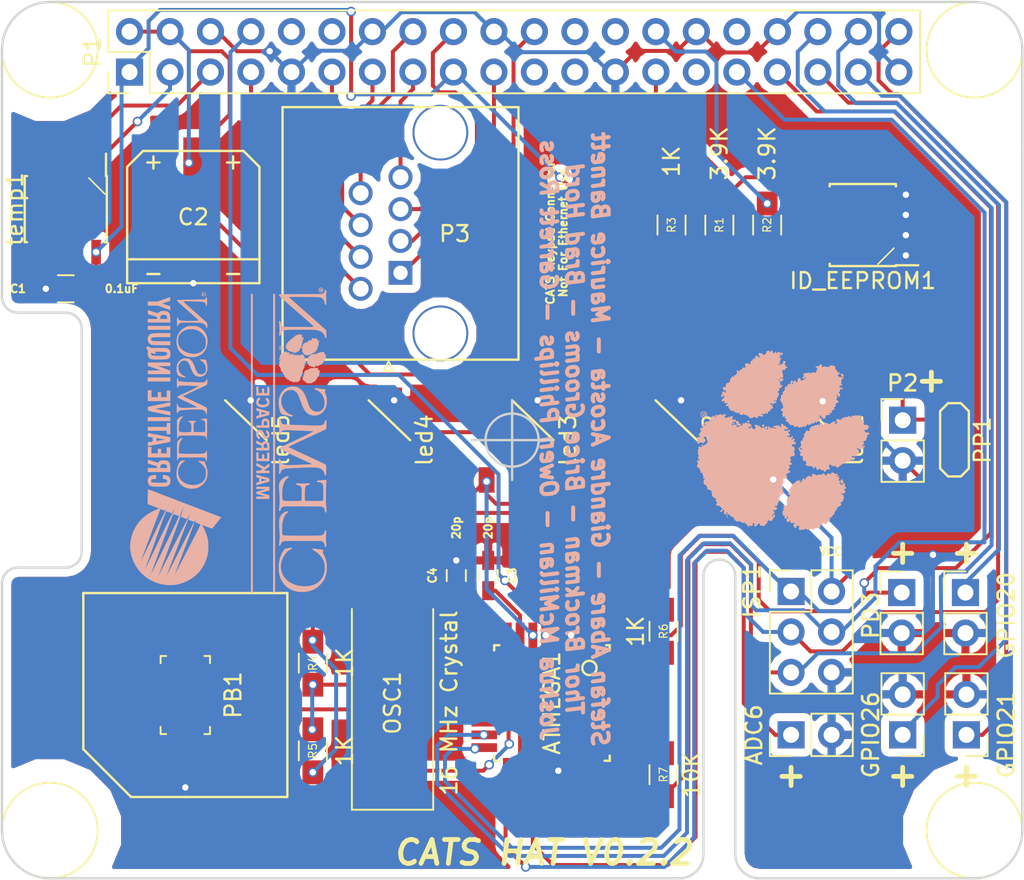
<source format=kicad_pcb>
(kicad_pcb (version 4) (host pcbnew 4.0.4-stable)

  (general
    (links 100)
    (no_connects 0)
    (area 93.924999 61.924999 158.075001 117.075001)
    (thickness 1.6)
    (drawings 62)
    (tracks 473)
    (zones 0)
    (modules 38)
    (nets 63)
  )

  (page A4)
  (layers
    (0 F.Cu signal)
    (31 B.Cu signal)
    (32 B.Adhes user hide)
    (33 F.Adhes user hide)
    (34 B.Paste user hide)
    (35 F.Paste user hide)
    (36 B.SilkS user hide)
    (37 F.SilkS user)
    (38 B.Mask user hide)
    (39 F.Mask user hide)
    (40 Dwgs.User user hide)
    (41 Cmts.User user hide)
    (42 Eco1.User user hide)
    (43 Eco2.User user hide)
    (44 Edge.Cuts user)
    (45 Margin user hide)
    (46 B.CrtYd user hide)
    (47 F.CrtYd user hide)
    (48 B.Fab user hide)
    (49 F.Fab user hide)
  )

  (setup
    (last_trace_width 0.25)
    (trace_clearance 0.2)
    (zone_clearance 0.508)
    (zone_45_only yes)
    (trace_min 0.2)
    (segment_width 0.15)
    (edge_width 0.15)
    (via_size 0.6)
    (via_drill 0.4)
    (via_min_size 0.4)
    (via_min_drill 0.3)
    (uvia_size 0.3)
    (uvia_drill 0.1)
    (uvias_allowed no)
    (uvia_min_size 0.2)
    (uvia_min_drill 0.1)
    (pcb_text_width 0.3)
    (pcb_text_size 1.5 1.5)
    (mod_edge_width 0.15)
    (mod_text_size 1 1)
    (mod_text_width 0.15)
    (pad_size 2 2.6)
    (pad_drill 1.2)
    (pad_to_mask_clearance 0.2)
    (aux_axis_origin 155 65)
    (visible_elements 7FFFDE7F)
    (pcbplotparams
      (layerselection 0x00030_80000001)
      (usegerberextensions false)
      (excludeedgelayer true)
      (linewidth 0.100000)
      (plotframeref false)
      (viasonmask false)
      (mode 1)
      (useauxorigin false)
      (hpglpennumber 1)
      (hpglpenspeed 20)
      (hpglpendiameter 15)
      (hpglpenoverlay 2)
      (psnegative false)
      (psa4output false)
      (plotreference true)
      (plotvalue true)
      (plotinvisibletext false)
      (padsonsilk false)
      (subtractmaskfromsilk false)
      (outputformat 1)
      (mirror false)
      (drillshape 1)
      (scaleselection 1)
      (outputdirectory ""))
  )

  (net 0 "")
  (net 1 +3V3)
  (net 2 GND)
  (net 3 +5V)
  (net 4 /GPIO2)
  (net 5 /GPIO3)
  (net 6 /GPIO4)
  (net 7 /GPIO17)
  (net 8 /GPIO27)
  (net 9 /GPIO22)
  (net 10 /GPIO23)
  (net 11 /GPIO24)
  (net 12 /GPIO10)
  (net 13 /GPIO25)
  (net 14 /ID_SD)
  (net 15 /ID_SC)
  (net 16 /GPIO6)
  (net 17 /GPIO13)
  (net 18 /GPIO19)
  (net 19 /GPIO16)
  (net 20 /GPIO26)
  (net 21 /GPIO20)
  (net 22 /GPIO21)
  (net 23 "Net-(ID_EEPROM1-Pad7)")
  (net 24 "Net-(temp1-Pad3)")
  (net 25 /PD3)
  (net 26 "Net-(ATMEGA1-Pad2)")
  (net 27 "Net-(ATMEGA1-Pad7)")
  (net 28 "Net-(ATMEGA1-Pad8)")
  (net 29 "Net-(ATMEGA1-Pad9)")
  (net 30 /PD6)
  (net 31 "Net-(ATMEGA1-Pad11)")
  (net 32 "Net-(ATMEGA1-Pad12)")
  (net 33 /PB1)
  (net 34 "Net-(ATMEGA1-Pad14)")
  (net 35 /ADC6)
  (net 36 "Net-(ATMEGA1-Pad22)")
  (net 37 "Net-(ATMEGA1-Pad23)")
  (net 38 "Net-(ATMEGA1-Pad24)")
  (net 39 "Net-(ATMEGA1-Pad25)")
  (net 40 "Net-(ATMEGA1-Pad26)")
  (net 41 "Net-(ATMEGA1-Pad27)")
  (net 42 "Net-(ATMEGA1-Pad28)")
  (net 43 "Net-(ATMEGA1-Pad29)")
  (net 44 "Net-(ATMEGA1-Pad30)")
  (net 45 "Net-(ATMEGA1-Pad31)")
  (net 46 "Net-(ATMEGA1-Pad32)")
  (net 47 /UART_TXD)
  (net 48 "Net-(ATMEGA1-Pad10)")
  (net 49 "Net-(ATMEGA1-Pad20)")
  (net 50 "Net-(led1-PadDOUT)")
  (net 51 "Net-(led2-PadDOUT)")
  (net 52 "Net-(led3-PadDOUT)")
  (net 53 "Net-(led4-PadDOUT)")
  (net 54 "Net-(led5-PadDOUT)")
  (net 55 "Net-(P1-Pad10)")
  (net 56 "Net-(P1-Pad12)")
  (net 57 "Net-(P1-Pad21)")
  (net 58 "Net-(P1-Pad23)")
  (net 59 "Net-(P1-Pad24)")
  (net 60 "Net-(P1-Pad26)")
  (net 61 "Net-(P1-Pad29)")
  (net 62 "Net-(P1-Pad32)")

  (net_class Default "This is the default net class."
    (clearance 0.2)
    (trace_width 0.25)
    (via_dia 0.6)
    (via_drill 0.4)
    (uvia_dia 0.3)
    (uvia_drill 0.1)
    (add_net +3V3)
    (add_net +5V)
    (add_net /ADC6)
    (add_net /GPIO10)
    (add_net /GPIO13)
    (add_net /GPIO16)
    (add_net /GPIO17)
    (add_net /GPIO19)
    (add_net /GPIO2)
    (add_net /GPIO20)
    (add_net /GPIO21)
    (add_net /GPIO22)
    (add_net /GPIO23)
    (add_net /GPIO24)
    (add_net /GPIO25)
    (add_net /GPIO26)
    (add_net /GPIO27)
    (add_net /GPIO3)
    (add_net /GPIO4)
    (add_net /GPIO6)
    (add_net /ID_SC)
    (add_net /ID_SD)
    (add_net /PB1)
    (add_net /PD3)
    (add_net /PD6)
    (add_net /UART_TXD)
    (add_net GND)
    (add_net "Net-(ATMEGA1-Pad10)")
    (add_net "Net-(ATMEGA1-Pad11)")
    (add_net "Net-(ATMEGA1-Pad12)")
    (add_net "Net-(ATMEGA1-Pad14)")
    (add_net "Net-(ATMEGA1-Pad2)")
    (add_net "Net-(ATMEGA1-Pad20)")
    (add_net "Net-(ATMEGA1-Pad22)")
    (add_net "Net-(ATMEGA1-Pad23)")
    (add_net "Net-(ATMEGA1-Pad24)")
    (add_net "Net-(ATMEGA1-Pad25)")
    (add_net "Net-(ATMEGA1-Pad26)")
    (add_net "Net-(ATMEGA1-Pad27)")
    (add_net "Net-(ATMEGA1-Pad28)")
    (add_net "Net-(ATMEGA1-Pad29)")
    (add_net "Net-(ATMEGA1-Pad30)")
    (add_net "Net-(ATMEGA1-Pad31)")
    (add_net "Net-(ATMEGA1-Pad32)")
    (add_net "Net-(ATMEGA1-Pad7)")
    (add_net "Net-(ATMEGA1-Pad8)")
    (add_net "Net-(ATMEGA1-Pad9)")
    (add_net "Net-(ID_EEPROM1-Pad7)")
    (add_net "Net-(P1-Pad10)")
    (add_net "Net-(P1-Pad12)")
    (add_net "Net-(P1-Pad21)")
    (add_net "Net-(P1-Pad23)")
    (add_net "Net-(P1-Pad24)")
    (add_net "Net-(P1-Pad26)")
    (add_net "Net-(P1-Pad29)")
    (add_net "Net-(P1-Pad32)")
    (add_net "Net-(led1-PadDOUT)")
    (add_net "Net-(led2-PadDOUT)")
    (add_net "Net-(led3-PadDOUT)")
    (add_net "Net-(led4-PadDOUT)")
    (add_net "Net-(led5-PadDOUT)")
    (add_net "Net-(temp1-Pad3)")
  )

  (module .pretty:Keypad_Ethernet (layer F.Cu) (tedit 5945996E) (tstamp 5941BD16)
    (at 119 79 90)
    (descr "JST J2100 series connector, dual row, center locking, S08B-J21DK-GG, side entry type, through hole")
    (tags "connector jst j2100 horizontal")
    (path /5888C29C)
    (fp_text reference P3 (at 2.45 3.4 180) (layer F.SilkS)
      (effects (font (size 1 1) (thickness 0.15)))
    )
    (fp_text value CONN_01X08 (at 2.7 6.3 90) (layer F.Fab) hide
      (effects (font (size 1 1) (thickness 0.15)))
    )
    (fp_line (start -5.45 -7.4) (end 10.4 -7.4) (layer F.SilkS) (width 0.15))
    (fp_line (start 10.4 -7.4) (end 10.4 7.4) (layer F.SilkS) (width 0.15))
    (fp_line (start -5.45 7.4) (end 10.4 7.4) (layer F.SilkS) (width 0.15))
    (fp_line (start -5.45 -7.4) (end -5.45 7.4) (layer F.SilkS) (width 0.15))
    (fp_line (start -5.55 7.5) (end 10.5 7.5) (layer F.Fab) (width 0.15))
    (fp_line (start 10.5 -7.5) (end 10.5 7.5) (layer F.Fab) (width 0.15))
    (fp_line (start -5.55 -7.5) (end 10.5 -7.5) (layer F.Fab) (width 0.15))
    (fp_line (start -5.55 -7.5) (end -5.55 7.5) (layer F.Fab) (width 0.15))
    (fp_line (start -5.55 -0.75) (end -6.15 -0.45) (layer F.SilkS) (width 0.12))
    (fp_line (start -6.15 -0.45) (end -6.15 -1.05) (layer F.SilkS) (width 0.12))
    (fp_line (start -6.15 -1.05) (end -5.55 -0.75) (layer F.SilkS) (width 0.12))
    (fp_line (start -5.55 -0.75) (end -6.15 -0.45) (layer F.Fab) (width 0.1))
    (fp_line (start -6.15 -0.45) (end -6.15 -1.05) (layer F.Fab) (width 0.1))
    (fp_line (start -6.15 -1.05) (end -5.55 -0.75) (layer F.Fab) (width 0.1))
    (fp_text user %R (at 2.45 -5.5 90) (layer F.Fab) hide
      (effects (font (size 1 1) (thickness 0.15)))
    )
    (pad 1 thru_hole rect (at 0 0 90) (size 1.5 1.5) (drill 0.9) (layers *.Cu *.Mask)
      (net 13 /GPIO25))
    (pad 3 thru_hole circle (at 2 0 90) (size 1.5 1.5) (drill 1) (layers *.Cu *.Mask)
      (net 12 /GPIO10))
    (pad 5 thru_hole circle (at 4 0 90) (size 1.5 1.5) (drill 1) (layers *.Cu *.Mask)
      (net 11 /GPIO24))
    (pad 7 thru_hole circle (at 6 0 90) (size 1.5 1.5) (drill 1) (layers *.Cu *.Mask)
      (net 9 /GPIO22))
    (pad 2 thru_hole circle (at -1 -2.5 90) (size 1.5 1.5) (drill 1) (layers *.Cu *.Mask)
      (net 6 /GPIO4))
    (pad 4 thru_hole circle (at 1 -2.5 90) (size 1.5 1.5) (drill 1) (layers *.Cu *.Mask)
      (net 7 /GPIO17))
    (pad 6 thru_hole circle (at 3 -2.5 90) (size 1.5 1.5) (drill 1) (layers *.Cu *.Mask)
      (net 8 /GPIO27))
    (pad 8 thru_hole circle (at 5 -2.5 90) (size 1.5 1.5) (drill 1) (layers *.Cu *.Mask)
      (net 10 /GPIO23))
    (pad "" thru_hole circle (at -3.8 2.5 90) (size 3.5 3.5) (drill 3.25) (layers *.Cu *.Mask))
    (pad "" thru_hole circle (at 8.8 2.5 90) (size 3.5 3.5) (drill 3.25) (layers *.Cu *.Mask))
    (model Connectors_JST.3dshapes/JST_J2100_S08B-J21DK-GG_2x04x2.50mm_Angled.wrl
      (at (xyz 0 0 0))
      (scale (xyz 1 1 1))
      (rotate (xyz 0 0 0))
    )
  )

  (module Housings_SOIC:SOIC-8_3.9x4.9mm_Pitch1.27mm (layer F.Cu) (tedit 59482FB8) (tstamp 5944E8F4)
    (at 98 75 270)
    (descr "8-Lead Plastic Small Outline (SN) - Narrow, 3.90 mm Body [SOIC] (see Microchip Packaging Specification 00000049BS.pdf)")
    (tags "SOIC 1.27")
    (path /5889D819)
    (attr smd)
    (fp_text reference temp1 (at 0 3.2 270) (layer F.SilkS)
      (effects (font (size 1 1) (thickness 0.15)))
    )
    (fp_text value LM75BD (at 0 3.5 270) (layer F.Fab) hide
      (effects (font (size 1 1) (thickness 0.15)))
    )
    (fp_text user %R (at 0 0 270) (layer F.Fab) hide
      (effects (font (size 1 1) (thickness 0.15)))
    )
    (fp_line (start -0.95 -2.45) (end 1.95 -2.45) (layer F.Fab) (width 0.1))
    (fp_line (start 1.95 -2.45) (end 1.95 2.45) (layer F.Fab) (width 0.1))
    (fp_line (start 1.95 2.45) (end -1.95 2.45) (layer F.Fab) (width 0.1))
    (fp_line (start -1.95 2.45) (end -1.95 -1.45) (layer F.Fab) (width 0.1))
    (fp_line (start -1.95 -1.45) (end -0.95 -2.45) (layer F.SilkS) (width 0.1))
    (fp_line (start -3.73 -2.7) (end -3.73 2.7) (layer F.CrtYd) (width 0.05))
    (fp_line (start 3.73 -2.7) (end 3.73 2.7) (layer F.CrtYd) (width 0.05))
    (fp_line (start -3.73 -2.7) (end 3.73 -2.7) (layer F.CrtYd) (width 0.05))
    (fp_line (start -3.73 2.7) (end 3.73 2.7) (layer F.CrtYd) (width 0.05))
    (fp_line (start -2.075 -2.575) (end -2.075 -2.525) (layer F.SilkS) (width 0.15))
    (fp_line (start 2.075 -2.575) (end 2.075 -2.43) (layer F.SilkS) (width 0.15))
    (fp_line (start 2.075 2.575) (end 2.075 2.43) (layer F.SilkS) (width 0.15))
    (fp_line (start -2.075 2.575) (end -2.075 2.43) (layer F.SilkS) (width 0.15))
    (fp_line (start -2.075 -2.575) (end 2.075 -2.575) (layer F.SilkS) (width 0.15))
    (fp_line (start -2.075 2.575) (end 2.075 2.575) (layer F.SilkS) (width 0.15))
    (fp_line (start -2.075 -2.525) (end -3.475 -2.525) (layer F.SilkS) (width 0.15))
    (pad 1 smd rect (at -2.7 -1.905 270) (size 1.55 0.6) (layers F.Cu F.Paste F.Mask)
      (net 4 /GPIO2))
    (pad 2 smd rect (at -2.7 -0.635 270) (size 1.55 0.6) (layers F.Cu F.Paste F.Mask)
      (net 5 /GPIO3))
    (pad 3 smd rect (at -2.7 0.635 270) (size 1.55 0.6) (layers F.Cu F.Paste F.Mask)
      (net 24 "Net-(temp1-Pad3)"))
    (pad 4 smd rect (at -2.7 1.905 270) (size 1.55 0.6) (layers F.Cu F.Paste F.Mask)
      (net 2 GND))
    (pad 5 smd rect (at 2.7 1.905 270) (size 1.55 0.6) (layers F.Cu F.Paste F.Mask)
      (net 2 GND))
    (pad 6 smd rect (at 2.7 0.635 270) (size 1.55 0.6) (layers F.Cu F.Paste F.Mask)
      (net 2 GND))
    (pad 7 smd rect (at 2.7 -0.635 270) (size 1.55 0.6) (layers F.Cu F.Paste F.Mask)
      (net 2 GND))
    (pad 8 smd rect (at 2.7 -1.905 270) (size 1.55 0.6) (layers F.Cu F.Paste F.Mask)
      (net 1 +3V3))
    (model Housings_SOIC.3dshapes/SOIC-8_3.9x4.9mm_Pitch1.27mm.wrl
      (at (xyz 0 0 0))
      (scale (xyz 1 1 1))
      (rotate (xyz 0 0 0))
    )
  )

  (module Housings_SOIC:SOIC-8_3.9x4.9mm_Pitch1.27mm (layer F.Cu) (tedit 594598EB) (tstamp 5945092D)
    (at 148 76 180)
    (descr "8-Lead Plastic Small Outline (SN) - Narrow, 3.90 mm Body [SOIC] (see Microchip Packaging Specification 00000049BS.pdf)")
    (tags "SOIC 1.27")
    (path /58887B87)
    (attr smd)
    (fp_text reference ID_EEPROM1 (at 0 -3.5 180) (layer F.SilkS)
      (effects (font (size 1 1) (thickness 0.15)))
    )
    (fp_text value CAT24C32 (at 0 3.5 180) (layer F.Fab) hide
      (effects (font (size 1 1) (thickness 0.15)))
    )
    (fp_text user %R (at 0 0 180) (layer F.Fab) hide
      (effects (font (size 1 1) (thickness 0.15)))
    )
    (fp_line (start -0.95 -2.45) (end 1.95 -2.45) (layer F.Fab) (width 0.1))
    (fp_line (start 1.95 -2.45) (end 1.95 2.45) (layer F.Fab) (width 0.1))
    (fp_line (start 1.95 2.45) (end -1.95 2.45) (layer F.Fab) (width 0.1))
    (fp_line (start -1.95 2.45) (end -1.95 -1.45) (layer F.Fab) (width 0.1))
    (fp_line (start -1.95 -1.45) (end -0.95 -2.45) (layer F.SilkS) (width 0.1))
    (fp_line (start -3.73 -2.7) (end -3.73 2.7) (layer F.CrtYd) (width 0.05))
    (fp_line (start 3.73 -2.7) (end 3.73 2.7) (layer F.CrtYd) (width 0.05))
    (fp_line (start -3.73 -2.7) (end 3.73 -2.7) (layer F.CrtYd) (width 0.05))
    (fp_line (start -3.73 2.7) (end 3.73 2.7) (layer F.CrtYd) (width 0.05))
    (fp_line (start -2.075 -2.575) (end -2.075 -2.525) (layer F.SilkS) (width 0.15))
    (fp_line (start 2.075 -2.575) (end 2.075 -2.43) (layer F.SilkS) (width 0.15))
    (fp_line (start 2.075 2.575) (end 2.075 2.43) (layer F.SilkS) (width 0.15))
    (fp_line (start -2.075 2.575) (end -2.075 2.43) (layer F.SilkS) (width 0.15))
    (fp_line (start -2.075 -2.575) (end 2.075 -2.575) (layer F.SilkS) (width 0.15))
    (fp_line (start -2.075 2.575) (end 2.075 2.575) (layer F.SilkS) (width 0.15))
    (fp_line (start -2.075 -2.525) (end -3.475 -2.525) (layer F.SilkS) (width 0.15))
    (pad 1 smd rect (at -2.7 -1.905 180) (size 1.55 0.6) (layers F.Cu F.Paste F.Mask)
      (net 2 GND))
    (pad 2 smd rect (at -2.7 -0.635 180) (size 1.55 0.6) (layers F.Cu F.Paste F.Mask)
      (net 2 GND))
    (pad 3 smd rect (at -2.7 0.635 180) (size 1.55 0.6) (layers F.Cu F.Paste F.Mask)
      (net 2 GND))
    (pad 4 smd rect (at -2.7 1.905 180) (size 1.55 0.6) (layers F.Cu F.Paste F.Mask)
      (net 2 GND))
    (pad 5 smd rect (at 2.7 1.905 180) (size 1.55 0.6) (layers F.Cu F.Paste F.Mask)
      (net 14 /ID_SD))
    (pad 6 smd rect (at 2.7 0.635 180) (size 1.55 0.6) (layers F.Cu F.Paste F.Mask)
      (net 15 /ID_SC))
    (pad 7 smd rect (at 2.7 -0.635 180) (size 1.55 0.6) (layers F.Cu F.Paste F.Mask)
      (net 23 "Net-(ID_EEPROM1-Pad7)"))
    (pad 8 smd rect (at 2.7 -1.905 180) (size 1.55 0.6) (layers F.Cu F.Paste F.Mask)
      (net 1 +3V3))
    (model Housings_SOIC.3dshapes/SOIC-8_3.9x4.9mm_Pitch1.27mm.wrl
      (at (xyz 0 0 0))
      (scale (xyz 1 1 1))
      (rotate (xyz 0 0 0))
    )
  )

  (module .pretty:ATMEGA328P (layer F.Cu) (tedit 59459B36) (tstamp 592B0D9C)
    (at 128.5 106 270)
    (descr "32-Lead Plastic Thin Quad Flatpack (PT) - 7x7x1.0 mm Body, 2.00 mm [TQFP] (see Microchip Packaging Specification 00000049BS.pdf)")
    (tags "QFP 0.8")
    (path /592A9003)
    (attr smd)
    (fp_text reference ATMEGA1 (at 0 0 270) (layer F.SilkS)
      (effects (font (size 1 1) (thickness 0.15)))
    )
    (fp_text value ATMEGA328P-A (at 0 6.05 270) (layer F.Fab) hide
      (effects (font (size 1 1) (thickness 0.15)))
    )
    (fp_circle (center -2.2 -2.35) (end -1.75 -2.35) (layer F.SilkS) (width 0.15))
    (fp_text user %R (at 0 0 270) (layer F.Fab) hide
      (effects (font (size 1 1) (thickness 0.15)))
    )
    (fp_line (start -2.5 -3.5) (end 3.5 -3.5) (layer F.Fab) (width 0.15))
    (fp_line (start 3.5 -3.5) (end 3.5 3.5) (layer F.Fab) (width 0.15))
    (fp_line (start 3.5 3.5) (end -3.5 3.5) (layer F.Fab) (width 0.15))
    (fp_line (start -3.5 3.5) (end -3.5 -2.5) (layer F.Fab) (width 0.15))
    (fp_line (start -3.5 -2.5) (end -2.5 -3.5) (layer F.Fab) (width 0.15))
    (fp_line (start -5.3 -5.3) (end -5.3 5.3) (layer F.CrtYd) (width 0.05))
    (fp_line (start 5.3 -5.3) (end 5.3 5.3) (layer F.CrtYd) (width 0.05))
    (fp_line (start -5.3 -5.3) (end 5.3 -5.3) (layer F.CrtYd) (width 0.05))
    (fp_line (start -5.3 5.3) (end 5.3 5.3) (layer F.CrtYd) (width 0.05))
    (fp_line (start -3.625 -3.625) (end -3.625 -3.4) (layer F.SilkS) (width 0.15))
    (fp_line (start 3.625 -3.625) (end 3.625 -3.3) (layer F.SilkS) (width 0.15))
    (fp_line (start 3.625 3.625) (end 3.625 3.3) (layer F.SilkS) (width 0.15))
    (fp_line (start -3.625 3.625) (end -3.625 3.3) (layer F.SilkS) (width 0.15))
    (fp_line (start -3.625 -3.625) (end -3.3 -3.625) (layer F.SilkS) (width 0.15))
    (fp_line (start -3.625 3.625) (end -3.3 3.625) (layer F.SilkS) (width 0.15))
    (fp_line (start 3.625 3.625) (end 3.3 3.625) (layer F.SilkS) (width 0.15))
    (fp_line (start 3.625 -3.625) (end 3.3 -3.625) (layer F.SilkS) (width 0.15))
    (pad 1 smd rect (at -4.25 -2.8 270) (size 1.6 0.55) (layers F.Cu F.Paste F.Mask)
      (net 25 /PD3))
    (pad 2 smd rect (at -4.25 -2 270) (size 1.6 0.55) (layers F.Cu F.Paste F.Mask)
      (net 26 "Net-(ATMEGA1-Pad2)"))
    (pad 3 smd rect (at -4.25 -1.2 270) (size 1.6 0.55) (layers F.Cu F.Paste F.Mask)
      (net 2 GND))
    (pad 4 smd rect (at -4.25 -0.4 270) (size 1.6 0.55) (layers F.Cu F.Paste F.Mask)
      (net 3 +5V))
    (pad 5 smd rect (at -4.25 0.4 270) (size 1.6 0.55) (layers F.Cu F.Paste F.Mask)
      (net 2 GND))
    (pad 6 smd rect (at -4.25 1.2 270) (size 1.6 0.55) (layers F.Cu F.Paste F.Mask)
      (net 3 +5V))
    (pad 7 smd rect (at -4.25 2 270) (size 1.6 0.55) (layers F.Cu F.Paste F.Mask)
      (net 27 "Net-(ATMEGA1-Pad7)"))
    (pad 8 smd rect (at -4.25 2.8 270) (size 1.6 0.55) (layers F.Cu F.Paste F.Mask)
      (net 28 "Net-(ATMEGA1-Pad8)"))
    (pad 9 smd rect (at -2.8 4.25) (size 1.6 0.55) (layers F.Cu F.Paste F.Mask)
      (net 29 "Net-(ATMEGA1-Pad9)"))
    (pad 10 smd rect (at -2 4.25) (size 1.6 0.55) (layers F.Cu F.Paste F.Mask)
      (net 48 "Net-(ATMEGA1-Pad10)"))
    (pad 11 smd rect (at -1.2 4.25) (size 1.6 0.55) (layers F.Cu F.Paste F.Mask)
      (net 31 "Net-(ATMEGA1-Pad11)"))
    (pad 12 smd rect (at -0.4 4.25) (size 1.6 0.55) (layers F.Cu F.Paste F.Mask)
      (net 32 "Net-(ATMEGA1-Pad12)"))
    (pad 13 smd rect (at 0.4 4.25) (size 1.6 0.55) (layers F.Cu F.Paste F.Mask)
      (net 33 /PB1))
    (pad 14 smd rect (at 1.2 4.25) (size 1.6 0.55) (layers F.Cu F.Paste F.Mask)
      (net 34 "Net-(ATMEGA1-Pad14)"))
    (pad 15 smd rect (at 2 4.25) (size 1.6 0.55) (layers F.Cu F.Paste F.Mask)
      (net 16 /GPIO6))
    (pad 16 smd rect (at 2.8 4.25) (size 1.6 0.55) (layers F.Cu F.Paste F.Mask)
      (net 17 /GPIO13))
    (pad 17 smd rect (at 4.25 2.8 270) (size 1.6 0.55) (layers F.Cu F.Paste F.Mask)
      (net 18 /GPIO19))
    (pad 18 smd rect (at 4.25 2 270) (size 1.6 0.55) (layers F.Cu F.Paste F.Mask)
      (net 3 +5V))
    (pad 19 smd rect (at 4.25 1.2 270) (size 1.6 0.55) (layers F.Cu F.Paste F.Mask)
      (net 35 /ADC6))
    (pad 20 smd rect (at 4.25 0.4 270) (size 1.6 0.55) (layers F.Cu F.Paste F.Mask)
      (net 49 "Net-(ATMEGA1-Pad20)"))
    (pad 21 smd rect (at 4.25 -0.4 270) (size 1.6 0.55) (layers F.Cu F.Paste F.Mask)
      (net 2 GND))
    (pad 22 smd rect (at 4.25 -1.2 270) (size 1.6 0.55) (layers F.Cu F.Paste F.Mask)
      (net 36 "Net-(ATMEGA1-Pad22)"))
    (pad 23 smd rect (at 4.25 -2 270) (size 1.6 0.55) (layers F.Cu F.Paste F.Mask)
      (net 37 "Net-(ATMEGA1-Pad23)"))
    (pad 24 smd rect (at 4.25 -2.8 270) (size 1.6 0.55) (layers F.Cu F.Paste F.Mask)
      (net 38 "Net-(ATMEGA1-Pad24)"))
    (pad 25 smd rect (at 2.8 -4.25) (size 1.6 0.55) (layers F.Cu F.Paste F.Mask)
      (net 39 "Net-(ATMEGA1-Pad25)"))
    (pad 26 smd rect (at 2 -4.25) (size 1.6 0.55) (layers F.Cu F.Paste F.Mask)
      (net 40 "Net-(ATMEGA1-Pad26)"))
    (pad 27 smd rect (at 1.2 -4.25) (size 1.6 0.55) (layers F.Cu F.Paste F.Mask)
      (net 41 "Net-(ATMEGA1-Pad27)"))
    (pad 28 smd rect (at 0.4 -4.25) (size 1.6 0.55) (layers F.Cu F.Paste F.Mask)
      (net 42 "Net-(ATMEGA1-Pad28)"))
    (pad 29 smd rect (at -0.4 -4.25) (size 1.6 0.55) (layers F.Cu F.Paste F.Mask)
      (net 43 "Net-(ATMEGA1-Pad29)"))
    (pad 30 smd rect (at -1.2 -4.25) (size 1.6 0.55) (layers F.Cu F.Paste F.Mask)
      (net 44 "Net-(ATMEGA1-Pad30)"))
    (pad 31 smd rect (at -2 -4.25) (size 1.6 0.55) (layers F.Cu F.Paste F.Mask)
      (net 45 "Net-(ATMEGA1-Pad31)"))
    (pad 32 smd rect (at -2.8 -4.25) (size 1.6 0.55) (layers F.Cu F.Paste F.Mask)
      (net 46 "Net-(ATMEGA1-Pad32)"))
    (model Housings_QFP.3dshapes/TQFP-32_7x7mm_Pitch0.8mm.wrl
      (at (xyz 0 0 0))
      (scale (xyz 1 1 1))
      (rotate (xyz 0 0 0))
    )
  )

  (module Capacitors_SMD:C_0805_HandSoldering (layer F.Cu) (tedit 59459A8D) (tstamp 5944E804)
    (at 98 80 180)
    (descr "Capacitor SMD 0805, hand soldering")
    (tags "capacitor 0805")
    (path /58887E47)
    (attr smd)
    (fp_text reference C1 (at 3 0 180) (layer F.SilkS)
      (effects (font (size 0.5 0.5) (thickness 0.125)))
    )
    (fp_text value 0.1uF (at -3.5 0 180) (layer F.SilkS)
      (effects (font (size 0.5 0.5) (thickness 0.125)))
    )
    (fp_text user %R (at 0 -1.75 180) (layer F.Fab) hide
      (effects (font (size 1 1) (thickness 0.15)))
    )
    (fp_line (start -1 0.62) (end -1 -0.62) (layer F.Fab) (width 0.1))
    (fp_line (start 1 0.62) (end -1 0.62) (layer F.Fab) (width 0.1))
    (fp_line (start 1 -0.62) (end 1 0.62) (layer F.Fab) (width 0.1))
    (fp_line (start -1 -0.62) (end 1 -0.62) (layer F.Fab) (width 0.1))
    (fp_line (start 0.5 -0.85) (end -0.5 -0.85) (layer F.SilkS) (width 0.12))
    (fp_line (start -0.5 0.85) (end 0.5 0.85) (layer F.SilkS) (width 0.12))
    (fp_line (start -2.25 -0.88) (end 2.25 -0.88) (layer F.CrtYd) (width 0.05))
    (fp_line (start -2.25 -0.88) (end -2.25 0.87) (layer F.CrtYd) (width 0.05))
    (fp_line (start 2.25 0.87) (end 2.25 -0.88) (layer F.CrtYd) (width 0.05))
    (fp_line (start 2.25 0.87) (end -2.25 0.87) (layer F.CrtYd) (width 0.05))
    (pad 1 smd rect (at -1.25 0 180) (size 1.5 1.25) (layers F.Cu F.Paste F.Mask)
      (net 1 +3V3))
    (pad 2 smd rect (at 1.25 0 180) (size 1.5 1.25) (layers F.Cu F.Paste F.Mask)
      (net 2 GND))
    (model Capacitors_SMD.3dshapes/C_0805.wrl
      (at (xyz 0 0 0))
      (scale (xyz 1 1 1))
      (rotate (xyz 0 0 0))
    )
  )

  (module Capacitors_SMD:C_0603_HandSoldering (layer F.Cu) (tedit 59459AB1) (tstamp 5944E810)
    (at 124.5 98 270)
    (descr "Capacitor SMD 0603, hand soldering")
    (tags "capacitor 0603")
    (path /592A4716)
    (attr smd)
    (fp_text reference C3 (at 0 -1.5 270) (layer F.SilkS)
      (effects (font (size 0.5 0.5) (thickness 0.125)))
    )
    (fp_text value 20p (at -3 0 270) (layer F.SilkS)
      (effects (font (size 0.5 0.5) (thickness 0.125)))
    )
    (fp_text user %R (at 0 -1.25 270) (layer F.Fab) hide
      (effects (font (size 1 1) (thickness 0.15)))
    )
    (fp_line (start -0.8 0.4) (end -0.8 -0.4) (layer F.Fab) (width 0.1))
    (fp_line (start 0.8 0.4) (end -0.8 0.4) (layer F.Fab) (width 0.1))
    (fp_line (start 0.8 -0.4) (end 0.8 0.4) (layer F.Fab) (width 0.1))
    (fp_line (start -0.8 -0.4) (end 0.8 -0.4) (layer F.Fab) (width 0.1))
    (fp_line (start -0.35 -0.6) (end 0.35 -0.6) (layer F.SilkS) (width 0.12))
    (fp_line (start 0.35 0.6) (end -0.35 0.6) (layer F.SilkS) (width 0.12))
    (fp_line (start -1.8 -0.65) (end 1.8 -0.65) (layer F.CrtYd) (width 0.05))
    (fp_line (start -1.8 -0.65) (end -1.8 0.65) (layer F.CrtYd) (width 0.05))
    (fp_line (start 1.8 0.65) (end 1.8 -0.65) (layer F.CrtYd) (width 0.05))
    (fp_line (start 1.8 0.65) (end -1.8 0.65) (layer F.CrtYd) (width 0.05))
    (pad 1 smd rect (at -0.95 0 270) (size 1.2 0.75) (layers F.Cu F.Paste F.Mask)
      (net 2 GND))
    (pad 2 smd rect (at 0.95 0 270) (size 1.2 0.75) (layers F.Cu F.Paste F.Mask)
      (net 27 "Net-(ATMEGA1-Pad7)"))
    (model Capacitors_SMD.3dshapes/C_0603.wrl
      (at (xyz 0 0 0))
      (scale (xyz 1 1 1))
      (rotate (xyz 0 0 0))
    )
  )

  (module Capacitors_SMD:C_0603_HandSoldering (layer F.Cu) (tedit 59459AA9) (tstamp 5944E816)
    (at 122.5 98 270)
    (descr "Capacitor SMD 0603, hand soldering")
    (tags "capacitor 0603")
    (path /592A4B4B)
    (attr smd)
    (fp_text reference C4 (at 0 1.5 270) (layer F.SilkS)
      (effects (font (size 0.5 0.5) (thickness 0.125)))
    )
    (fp_text value 20p (at -3 0 270) (layer F.SilkS)
      (effects (font (size 0.5 0.5) (thickness 0.125)))
    )
    (fp_text user %R (at 0 -1.25 270) (layer F.Fab) hide
      (effects (font (size 1 1) (thickness 0.15)))
    )
    (fp_line (start -0.8 0.4) (end -0.8 -0.4) (layer F.Fab) (width 0.1))
    (fp_line (start 0.8 0.4) (end -0.8 0.4) (layer F.Fab) (width 0.1))
    (fp_line (start 0.8 -0.4) (end 0.8 0.4) (layer F.Fab) (width 0.1))
    (fp_line (start -0.8 -0.4) (end 0.8 -0.4) (layer F.Fab) (width 0.1))
    (fp_line (start -0.35 -0.6) (end 0.35 -0.6) (layer F.SilkS) (width 0.12))
    (fp_line (start 0.35 0.6) (end -0.35 0.6) (layer F.SilkS) (width 0.12))
    (fp_line (start -1.8 -0.65) (end 1.8 -0.65) (layer F.CrtYd) (width 0.05))
    (fp_line (start -1.8 -0.65) (end -1.8 0.65) (layer F.CrtYd) (width 0.05))
    (fp_line (start 1.8 0.65) (end 1.8 -0.65) (layer F.CrtYd) (width 0.05))
    (fp_line (start 1.8 0.65) (end -1.8 0.65) (layer F.CrtYd) (width 0.05))
    (pad 1 smd rect (at -0.95 0 270) (size 1.2 0.75) (layers F.Cu F.Paste F.Mask)
      (net 2 GND))
    (pad 2 smd rect (at 0.95 0 270) (size 1.2 0.75) (layers F.Cu F.Paste F.Mask)
      (net 28 "Net-(ATMEGA1-Pad8)"))
    (model Capacitors_SMD.3dshapes/C_0603.wrl
      (at (xyz 0 0 0))
      (scale (xyz 1 1 1))
      (rotate (xyz 0 0 0))
    )
  )

  (module .pretty:Neo_RGB_LED locked (layer F.Cu) (tedit 5945988D) (tstamp 5944E834)
    (at 144 89.5 270)
    (descr http://www.cree.com/~/media/Files/Cree/LED-Components-and-Modules/HB/Data-Sheets/CLMVBFKA.pdf)
    (tags "LED Cree PLCC-4")
    (path /5893A761)
    (attr smd)
    (fp_text reference led1 (at 0 -3.5 450) (layer F.SilkS)
      (effects (font (size 1 1) (thickness 0.15)))
    )
    (fp_text value Neo_LED_RGB_IC (at 0 4 270) (layer F.Fab) hide
      (effects (font (size 1 1) (thickness 0.15)))
    )
    (fp_line (start 0 -2.6) (end -2.5 0) (layer F.SilkS) (width 0.15))
    (fp_line (start 3.75 -2.85) (end -3.75 -2.85) (layer F.CrtYd) (width 0.05))
    (fp_line (start 3.75 2.85) (end 3.75 -2.85) (layer F.CrtYd) (width 0.05))
    (fp_line (start -3.75 2.85) (end 3.75 2.85) (layer F.CrtYd) (width 0.05))
    (fp_line (start -3.75 -2.85) (end -3.75 2.85) (layer F.CrtYd) (width 0.05))
    (fp_line (start -1.5 -2.5) (end -2.5 -1.5) (layer F.Fab) (width 0.1))
    (fp_line (start -2.5 -2.5) (end -2.5 2.5) (layer F.Fab) (width 0.1))
    (fp_line (start -2.5 2.5) (end 2.5 2.5) (layer F.Fab) (width 0.1))
    (fp_line (start 2.5 2.5) (end 2.5 -2.5) (layer F.Fab) (width 0.1))
    (fp_line (start 2.5 -2.5) (end -2.5 -2.5) (layer F.Fab) (width 0.1))
    (fp_circle (center 0 0) (end 0 -2) (layer F.Fab) (width 0.1))
    (pad VDD smd rect (at 2.5 1.6 270) (size 1.6 1) (layers F.Cu F.Paste F.Mask)
      (net 3 +5V))
    (pad DOUT smd rect (at 2.5 -1.6 270) (size 1.6 1) (layers F.Cu F.Paste F.Mask)
      (net 50 "Net-(led1-PadDOUT)"))
    (pad DIN smd rect (at -2.5 1.6 270) (size 1.6 1) (layers F.Cu F.Paste F.Mask)
      (net 30 /PD6))
    (pad VSS smd rect (at -2.5 -1.6 270) (size 1.6 1) (layers F.Cu F.Paste F.Mask)
      (net 2 GND))
    (model LEDs.3dshapes/LED_Cree-PLCC4.wrl
      (at (xyz 0 0 0))
      (scale (xyz 0.39 0.39 0.39))
      (rotate (xyz 0 0 0))
    )
  )

  (module .pretty:Neo_RGB_LED locked (layer F.Cu) (tedit 59459897) (tstamp 5944E83C)
    (at 135 89.5 270)
    (descr http://www.cree.com/~/media/Files/Cree/LED-Components-and-Modules/HB/Data-Sheets/CLMVBFKA.pdf)
    (tags "LED Cree PLCC-4")
    (path /5944C5EA)
    (attr smd)
    (fp_text reference led2 (at 0 -3.5 270) (layer F.SilkS)
      (effects (font (size 1 1) (thickness 0.15)))
    )
    (fp_text value Neo_LED_RGB_IC (at 0 4 270) (layer F.Fab) hide
      (effects (font (size 1 1) (thickness 0.15)))
    )
    (fp_line (start 0 -2.6) (end -2.5 0) (layer F.SilkS) (width 0.15))
    (fp_line (start 3.75 -2.85) (end -3.75 -2.85) (layer F.CrtYd) (width 0.05))
    (fp_line (start 3.75 2.85) (end 3.75 -2.85) (layer F.CrtYd) (width 0.05))
    (fp_line (start -3.75 2.85) (end 3.75 2.85) (layer F.CrtYd) (width 0.05))
    (fp_line (start -3.75 -2.85) (end -3.75 2.85) (layer F.CrtYd) (width 0.05))
    (fp_line (start -1.5 -2.5) (end -2.5 -1.5) (layer F.Fab) (width 0.1))
    (fp_line (start -2.5 -2.5) (end -2.5 2.5) (layer F.Fab) (width 0.1))
    (fp_line (start -2.5 2.5) (end 2.5 2.5) (layer F.Fab) (width 0.1))
    (fp_line (start 2.5 2.5) (end 2.5 -2.5) (layer F.Fab) (width 0.1))
    (fp_line (start 2.5 -2.5) (end -2.5 -2.5) (layer F.Fab) (width 0.1))
    (fp_circle (center 0 0) (end 0 -2) (layer F.Fab) (width 0.1))
    (pad VDD smd rect (at 2.5 1.6 270) (size 1.6 1) (layers F.Cu F.Paste F.Mask)
      (net 3 +5V))
    (pad DOUT smd rect (at 2.5 -1.6 270) (size 1.6 1) (layers F.Cu F.Paste F.Mask)
      (net 51 "Net-(led2-PadDOUT)"))
    (pad DIN smd rect (at -2.5 1.6 270) (size 1.6 1) (layers F.Cu F.Paste F.Mask)
      (net 50 "Net-(led1-PadDOUT)"))
    (pad VSS smd rect (at -2.5 -1.6 270) (size 1.6 1) (layers F.Cu F.Paste F.Mask)
      (net 2 GND))
    (model LEDs.3dshapes/LED_Cree-PLCC4.wrl
      (at (xyz 0 0 0))
      (scale (xyz 0.39 0.39 0.39))
      (rotate (xyz 0 0 0))
    )
  )

  (module .pretty:Neo_RGB_LED locked (layer F.Cu) (tedit 594598A6) (tstamp 5944E844)
    (at 126 89.5 270)
    (descr http://www.cree.com/~/media/Files/Cree/LED-Components-and-Modules/HB/Data-Sheets/CLMVBFKA.pdf)
    (tags "LED Cree PLCC-4")
    (path /5944CA5F)
    (attr smd)
    (fp_text reference led3 (at 0 -3.5 270) (layer F.SilkS)
      (effects (font (size 1 1) (thickness 0.15)))
    )
    (fp_text value Neo_LED_RGB_IC (at 0 4 270) (layer F.Fab) hide
      (effects (font (size 1 1) (thickness 0.15)))
    )
    (fp_line (start 0 -2.6) (end -2.5 0) (layer F.SilkS) (width 0.15))
    (fp_line (start 3.75 -2.85) (end -3.75 -2.85) (layer F.CrtYd) (width 0.05))
    (fp_line (start 3.75 2.85) (end 3.75 -2.85) (layer F.CrtYd) (width 0.05))
    (fp_line (start -3.75 2.85) (end 3.75 2.85) (layer F.CrtYd) (width 0.05))
    (fp_line (start -3.75 -2.85) (end -3.75 2.85) (layer F.CrtYd) (width 0.05))
    (fp_line (start -1.5 -2.5) (end -2.5 -1.5) (layer F.Fab) (width 0.1))
    (fp_line (start -2.5 -2.5) (end -2.5 2.5) (layer F.Fab) (width 0.1))
    (fp_line (start -2.5 2.5) (end 2.5 2.5) (layer F.Fab) (width 0.1))
    (fp_line (start 2.5 2.5) (end 2.5 -2.5) (layer F.Fab) (width 0.1))
    (fp_line (start 2.5 -2.5) (end -2.5 -2.5) (layer F.Fab) (width 0.1))
    (fp_circle (center 0 0) (end 0 -2) (layer F.Fab) (width 0.1))
    (pad VDD smd rect (at 2.5 1.6 270) (size 1.6 1) (layers F.Cu F.Paste F.Mask)
      (net 3 +5V))
    (pad DOUT smd rect (at 2.5 -1.6 270) (size 1.6 1) (layers F.Cu F.Paste F.Mask)
      (net 52 "Net-(led3-PadDOUT)"))
    (pad DIN smd rect (at -2.5 1.6 270) (size 1.6 1) (layers F.Cu F.Paste F.Mask)
      (net 51 "Net-(led2-PadDOUT)"))
    (pad VSS smd rect (at -2.5 -1.6 270) (size 1.6 1) (layers F.Cu F.Paste F.Mask)
      (net 2 GND))
    (model LEDs.3dshapes/LED_Cree-PLCC4.wrl
      (at (xyz 0 0 0))
      (scale (xyz 0.39 0.39 0.39))
      (rotate (xyz 0 0 0))
    )
  )

  (module .pretty:Neo_RGB_LED locked (layer F.Cu) (tedit 594598AA) (tstamp 5944E84C)
    (at 117 89.5 270)
    (descr http://www.cree.com/~/media/Files/Cree/LED-Components-and-Modules/HB/Data-Sheets/CLMVBFKA.pdf)
    (tags "LED Cree PLCC-4")
    (path /5944CAE1)
    (attr smd)
    (fp_text reference led4 (at 0 -3.5 270) (layer F.SilkS)
      (effects (font (size 1 1) (thickness 0.15)))
    )
    (fp_text value Neo_LED_RGB_IC (at 0 4 270) (layer F.Fab) hide
      (effects (font (size 1 1) (thickness 0.15)))
    )
    (fp_line (start 0 -2.6) (end -2.5 0) (layer F.SilkS) (width 0.15))
    (fp_line (start 3.75 -2.85) (end -3.75 -2.85) (layer F.CrtYd) (width 0.05))
    (fp_line (start 3.75 2.85) (end 3.75 -2.85) (layer F.CrtYd) (width 0.05))
    (fp_line (start -3.75 2.85) (end 3.75 2.85) (layer F.CrtYd) (width 0.05))
    (fp_line (start -3.75 -2.85) (end -3.75 2.85) (layer F.CrtYd) (width 0.05))
    (fp_line (start -1.5 -2.5) (end -2.5 -1.5) (layer F.Fab) (width 0.1))
    (fp_line (start -2.5 -2.5) (end -2.5 2.5) (layer F.Fab) (width 0.1))
    (fp_line (start -2.5 2.5) (end 2.5 2.5) (layer F.Fab) (width 0.1))
    (fp_line (start 2.5 2.5) (end 2.5 -2.5) (layer F.Fab) (width 0.1))
    (fp_line (start 2.5 -2.5) (end -2.5 -2.5) (layer F.Fab) (width 0.1))
    (fp_circle (center 0 0) (end 0 -2) (layer F.Fab) (width 0.1))
    (pad VDD smd rect (at 2.5 1.6 270) (size 1.6 1) (layers F.Cu F.Paste F.Mask)
      (net 3 +5V))
    (pad DOUT smd rect (at 2.5 -1.6 270) (size 1.6 1) (layers F.Cu F.Paste F.Mask)
      (net 53 "Net-(led4-PadDOUT)"))
    (pad DIN smd rect (at -2.5 1.6 270) (size 1.6 1) (layers F.Cu F.Paste F.Mask)
      (net 52 "Net-(led3-PadDOUT)"))
    (pad VSS smd rect (at -2.5 -1.6 270) (size 1.6 1) (layers F.Cu F.Paste F.Mask)
      (net 2 GND))
    (model LEDs.3dshapes/LED_Cree-PLCC4.wrl
      (at (xyz 0 0 0))
      (scale (xyz 0.39 0.39 0.39))
      (rotate (xyz 0 0 0))
    )
  )

  (module .pretty:Neo_RGB_LED locked (layer F.Cu) (tedit 5945991C) (tstamp 5944E854)
    (at 108 89.5 270)
    (descr http://www.cree.com/~/media/Files/Cree/LED-Components-and-Modules/HB/Data-Sheets/CLMVBFKA.pdf)
    (tags "LED Cree PLCC-4")
    (path /5944CBA5)
    (attr smd)
    (fp_text reference led5 (at 0 -3.5 270) (layer F.SilkS)
      (effects (font (size 1 1) (thickness 0.15)))
    )
    (fp_text value Neo_LED_RGB_IC (at 0 4 270) (layer F.Fab) hide
      (effects (font (size 1 1) (thickness 0.15)))
    )
    (fp_line (start 0 -2.6) (end -2.5 0) (layer F.SilkS) (width 0.15))
    (fp_line (start 3.75 -2.85) (end -3.75 -2.85) (layer F.CrtYd) (width 0.05))
    (fp_line (start 3.75 2.85) (end 3.75 -2.85) (layer F.CrtYd) (width 0.05))
    (fp_line (start -3.75 2.85) (end 3.75 2.85) (layer F.CrtYd) (width 0.05))
    (fp_line (start -3.75 -2.85) (end -3.75 2.85) (layer F.CrtYd) (width 0.05))
    (fp_line (start -1.5 -2.5) (end -2.5 -1.5) (layer F.Fab) (width 0.1))
    (fp_line (start -2.5 -2.5) (end -2.5 2.5) (layer F.Fab) (width 0.1))
    (fp_line (start -2.5 2.5) (end 2.5 2.5) (layer F.Fab) (width 0.1))
    (fp_line (start 2.5 2.5) (end 2.5 -2.5) (layer F.Fab) (width 0.1))
    (fp_line (start 2.5 -2.5) (end -2.5 -2.5) (layer F.Fab) (width 0.1))
    (fp_circle (center 0 0) (end 0 -2) (layer F.Fab) (width 0.1))
    (pad VDD smd rect (at 2.5 1.6 270) (size 1.6 1) (layers F.Cu F.Paste F.Mask)
      (net 3 +5V))
    (pad DOUT smd rect (at 2.5 -1.6 270) (size 1.6 1) (layers F.Cu F.Paste F.Mask)
      (net 54 "Net-(led5-PadDOUT)"))
    (pad DIN smd rect (at -2.5 1.6 270) (size 1.6 1) (layers F.Cu F.Paste F.Mask)
      (net 53 "Net-(led4-PadDOUT)"))
    (pad VSS smd rect (at -2.5 -1.6 270) (size 1.6 1) (layers F.Cu F.Paste F.Mask)
      (net 2 GND))
    (model LEDs.3dshapes/LED_Cree-PLCC4.wrl
      (at (xyz 0 0 0))
      (scale (xyz 0.39 0.39 0.39))
      (rotate (xyz 0 0 0))
    )
  )

  (module .pretty:raspiMountingHole locked (layer F.Cu) (tedit 58890667) (tstamp 5944E85C)
    (at 155 114)
    (descr "module 1 pin (ou trou mecanique de percage)")
    (tags DEV)
    (path /59476454)
    (fp_text reference MountHole1 (at 0 -3.048) (layer F.SilkS) hide
      (effects (font (size 1 1) (thickness 0.15)))
    )
    (fp_text value CONN_01X01 (at 0 3) (layer F.Fab)
      (effects (font (size 1 1) (thickness 0.15)))
    )
    (fp_circle (center 0 0) (end 2.75 0.8) (layer F.Fab) (width 0.1))
    (fp_circle (center 0 0) (end 3.1 0) (layer F.CrtYd) (width 0.05))
    (fp_circle (center 0 0) (end 0 -3) (layer F.SilkS) (width 0.12))
    (pad "" np_thru_hole circle (at 0 0) (size 2.75 2.75) (drill 2.75) (layers *.Cu *.Mask)
      (clearance 3.1))
  )

  (module .pretty:raspiMountingHole locked (layer F.Cu) (tedit 594598C1) (tstamp 5944E864)
    (at 155 65)
    (descr "module 1 pin (ou trou mecanique de percage)")
    (tags DEV)
    (path /59476266)
    (fp_text reference MountHole2 (at 0 -3.048) (layer F.SilkS) hide
      (effects (font (size 1 1) (thickness 0.15)))
    )
    (fp_text value CONN_01X01 (at 0 3) (layer F.Fab) hide
      (effects (font (size 1 1) (thickness 0.15)))
    )
    (fp_circle (center 0 0) (end 2.75 0.8) (layer F.Fab) (width 0.1))
    (fp_circle (center 0 0) (end 3.1 0) (layer F.CrtYd) (width 0.05))
    (fp_circle (center 0 0) (end 0 -3) (layer F.SilkS) (width 0.12))
    (pad "" np_thru_hole circle (at 0 0) (size 2.75 2.75) (drill 2.75) (layers *.Cu *.Mask)
      (clearance 3.1))
  )

  (module .pretty:raspiMountingHole locked (layer F.Cu) (tedit 59459904) (tstamp 5944E86C)
    (at 97 65)
    (descr "module 1 pin (ou trou mecanique de percage)")
    (tags DEV)
    (path /594764EA)
    (fp_text reference MountHole3 (at 0 -3.048) (layer F.SilkS) hide
      (effects (font (size 1 1) (thickness 0.15)))
    )
    (fp_text value CONN_01X01 (at 0 3) (layer F.Fab) hide
      (effects (font (size 1 1) (thickness 0.15)))
    )
    (fp_circle (center 0 0) (end 2.75 0.8) (layer F.Fab) (width 0.1))
    (fp_circle (center 0 0) (end 3.1 0) (layer F.CrtYd) (width 0.05))
    (fp_circle (center 0 0) (end 0 -3) (layer F.SilkS) (width 0.12))
    (pad "" np_thru_hole circle (at 0 0) (size 2.75 2.75) (drill 2.75) (layers *.Cu *.Mask)
      (clearance 3.1))
  )

  (module .pretty:raspiMountingHole locked (layer F.Cu) (tedit 58890667) (tstamp 5944E874)
    (at 97 114)
    (descr "module 1 pin (ou trou mecanique de percage)")
    (tags DEV)
    (path /594763CB)
    (fp_text reference MountHole4 (at 0 -3.048) (layer F.SilkS) hide
      (effects (font (size 1 1) (thickness 0.15)))
    )
    (fp_text value CONN_01X01 (at 0 3) (layer F.Fab)
      (effects (font (size 1 1) (thickness 0.15)))
    )
    (fp_circle (center 0 0) (end 2.75 0.8) (layer F.Fab) (width 0.1))
    (fp_circle (center 0 0) (end 3.1 0) (layer F.CrtYd) (width 0.05))
    (fp_circle (center 0 0) (end 0 -3) (layer F.SilkS) (width 0.12))
    (pad "" np_thru_hole circle (at 0 0) (size 2.75 2.75) (drill 2.75) (layers *.Cu *.Mask)
      (clearance 3.1))
  )

  (module Pin_Headers:Pin_Header_Straight_2x20_Pitch2.54mm locked (layer F.Cu) (tedit 59459909) (tstamp 5944E8A6)
    (at 102 66.4 90)
    (descr "Through hole straight pin header, 2x20, 2.54mm pitch, double rows")
    (tags "Through hole pin header THT 2x20 2.54mm double row")
    (path /59470B68)
    (fp_text reference P1 (at 1.27 -2.33 90) (layer F.SilkS)
      (effects (font (size 1 1) (thickness 0.15)))
    )
    (fp_text value RPiGPIO (at 1.27 50.59 90) (layer F.Fab) hide
      (effects (font (size 1 1) (thickness 0.15)))
    )
    (fp_line (start -1.27 -1.27) (end -1.27 49.53) (layer F.Fab) (width 0.1))
    (fp_line (start -1.27 49.53) (end 3.81 49.53) (layer F.Fab) (width 0.1))
    (fp_line (start 3.81 49.53) (end 3.81 -1.27) (layer F.Fab) (width 0.1))
    (fp_line (start 3.81 -1.27) (end -1.27 -1.27) (layer F.Fab) (width 0.1))
    (fp_line (start -1.33 1.27) (end -1.33 49.59) (layer F.SilkS) (width 0.12))
    (fp_line (start -1.33 49.59) (end 3.87 49.59) (layer F.SilkS) (width 0.12))
    (fp_line (start 3.87 49.59) (end 3.87 -1.33) (layer F.SilkS) (width 0.12))
    (fp_line (start 3.87 -1.33) (end 1.27 -1.33) (layer F.SilkS) (width 0.12))
    (fp_line (start 1.27 -1.33) (end 1.27 1.27) (layer F.SilkS) (width 0.12))
    (fp_line (start 1.27 1.27) (end -1.33 1.27) (layer F.SilkS) (width 0.12))
    (fp_line (start -1.33 0) (end -1.33 -1.33) (layer F.SilkS) (width 0.12))
    (fp_line (start -1.33 -1.33) (end 0 -1.33) (layer F.SilkS) (width 0.12))
    (fp_line (start -1.8 -1.8) (end -1.8 50.05) (layer F.CrtYd) (width 0.05))
    (fp_line (start -1.8 50.05) (end 4.35 50.05) (layer F.CrtYd) (width 0.05))
    (fp_line (start 4.35 50.05) (end 4.35 -1.8) (layer F.CrtYd) (width 0.05))
    (fp_line (start 4.35 -1.8) (end -1.8 -1.8) (layer F.CrtYd) (width 0.05))
    (fp_text user %R (at 1.27 -2.33 90) (layer F.Fab) hide
      (effects (font (size 1 1) (thickness 0.15)))
    )
    (pad 1 thru_hole rect (at 0 0 90) (size 1.7 1.7) (drill 1) (layers *.Cu *.Mask)
      (net 1 +3V3))
    (pad 2 thru_hole oval (at 2.54 0 90) (size 1.7 1.7) (drill 1) (layers *.Cu *.Mask)
      (net 3 +5V))
    (pad 3 thru_hole oval (at 0 2.54 90) (size 1.7 1.7) (drill 1) (layers *.Cu *.Mask)
      (net 4 /GPIO2))
    (pad 4 thru_hole oval (at 2.54 2.54 90) (size 1.7 1.7) (drill 1) (layers *.Cu *.Mask)
      (net 3 +5V))
    (pad 5 thru_hole oval (at 0 5.08 90) (size 1.7 1.7) (drill 1) (layers *.Cu *.Mask)
      (net 5 /GPIO3))
    (pad 6 thru_hole oval (at 2.54 5.08 90) (size 1.7 1.7) (drill 1) (layers *.Cu *.Mask)
      (net 2 GND))
    (pad 7 thru_hole oval (at 0 7.62 90) (size 1.7 1.7) (drill 1) (layers *.Cu *.Mask)
      (net 6 /GPIO4))
    (pad 8 thru_hole oval (at 2.54 7.62 90) (size 1.7 1.7) (drill 1) (layers *.Cu *.Mask)
      (net 47 /UART_TXD))
    (pad 9 thru_hole oval (at 0 10.16 90) (size 1.7 1.7) (drill 1) (layers *.Cu *.Mask)
      (net 2 GND))
    (pad 10 thru_hole oval (at 2.54 10.16 90) (size 1.7 1.7) (drill 1) (layers *.Cu *.Mask)
      (net 55 "Net-(P1-Pad10)"))
    (pad 11 thru_hole oval (at 0 12.7 90) (size 1.7 1.7) (drill 1) (layers *.Cu *.Mask)
      (net 7 /GPIO17))
    (pad 12 thru_hole oval (at 2.54 12.7 90) (size 1.7 1.7) (drill 1) (layers *.Cu *.Mask)
      (net 56 "Net-(P1-Pad12)"))
    (pad 13 thru_hole oval (at 0 15.24 90) (size 1.7 1.7) (drill 1) (layers *.Cu *.Mask)
      (net 8 /GPIO27))
    (pad 14 thru_hole oval (at 2.54 15.24 90) (size 1.7 1.7) (drill 1) (layers *.Cu *.Mask)
      (net 2 GND))
    (pad 15 thru_hole oval (at 0 17.78 90) (size 1.7 1.7) (drill 1) (layers *.Cu *.Mask)
      (net 9 /GPIO22))
    (pad 16 thru_hole oval (at 2.54 17.78 90) (size 1.7 1.7) (drill 1) (layers *.Cu *.Mask)
      (net 10 /GPIO23))
    (pad 17 thru_hole oval (at 0 20.32 90) (size 1.7 1.7) (drill 1) (layers *.Cu *.Mask)
      (net 1 +3V3))
    (pad 18 thru_hole oval (at 2.54 20.32 90) (size 1.7 1.7) (drill 1) (layers *.Cu *.Mask)
      (net 11 /GPIO24))
    (pad 19 thru_hole oval (at 0 22.86 90) (size 1.7 1.7) (drill 1) (layers *.Cu *.Mask)
      (net 12 /GPIO10))
    (pad 20 thru_hole oval (at 2.54 22.86 90) (size 1.7 1.7) (drill 1) (layers *.Cu *.Mask)
      (net 2 GND))
    (pad 21 thru_hole oval (at 0 25.4 90) (size 1.7 1.7) (drill 1) (layers *.Cu *.Mask)
      (net 57 "Net-(P1-Pad21)"))
    (pad 22 thru_hole oval (at 2.54 25.4 90) (size 1.7 1.7) (drill 1) (layers *.Cu *.Mask)
      (net 13 /GPIO25))
    (pad 23 thru_hole oval (at 0 27.94 90) (size 1.7 1.7) (drill 1) (layers *.Cu *.Mask)
      (net 58 "Net-(P1-Pad23)"))
    (pad 24 thru_hole oval (at 2.54 27.94 90) (size 1.7 1.7) (drill 1) (layers *.Cu *.Mask)
      (net 59 "Net-(P1-Pad24)"))
    (pad 25 thru_hole oval (at 0 30.48 90) (size 1.7 1.7) (drill 1) (layers *.Cu *.Mask)
      (net 2 GND))
    (pad 26 thru_hole oval (at 2.54 30.48 90) (size 1.7 1.7) (drill 1) (layers *.Cu *.Mask)
      (net 60 "Net-(P1-Pad26)"))
    (pad 27 thru_hole oval (at 0 33.02 90) (size 1.7 1.7) (drill 1) (layers *.Cu *.Mask)
      (net 14 /ID_SD))
    (pad 28 thru_hole oval (at 2.54 33.02 90) (size 1.7 1.7) (drill 1) (layers *.Cu *.Mask)
      (net 15 /ID_SC))
    (pad 29 thru_hole oval (at 0 35.56 90) (size 1.7 1.7) (drill 1) (layers *.Cu *.Mask)
      (net 61 "Net-(P1-Pad29)"))
    (pad 30 thru_hole oval (at 2.54 35.56 90) (size 1.7 1.7) (drill 1) (layers *.Cu *.Mask)
      (net 2 GND))
    (pad 31 thru_hole oval (at 0 38.1 90) (size 1.7 1.7) (drill 1) (layers *.Cu *.Mask)
      (net 16 /GPIO6))
    (pad 32 thru_hole oval (at 2.54 38.1 90) (size 1.7 1.7) (drill 1) (layers *.Cu *.Mask)
      (net 62 "Net-(P1-Pad32)"))
    (pad 33 thru_hole oval (at 0 40.64 90) (size 1.7 1.7) (drill 1) (layers *.Cu *.Mask)
      (net 17 /GPIO13))
    (pad 34 thru_hole oval (at 2.54 40.64 90) (size 1.7 1.7) (drill 1) (layers *.Cu *.Mask)
      (net 2 GND))
    (pad 35 thru_hole oval (at 0 43.18 90) (size 1.7 1.7) (drill 1) (layers *.Cu *.Mask)
      (net 18 /GPIO19))
    (pad 36 thru_hole oval (at 2.54 43.18 90) (size 1.7 1.7) (drill 1) (layers *.Cu *.Mask)
      (net 19 /GPIO16))
    (pad 37 thru_hole oval (at 0 45.72 90) (size 1.7 1.7) (drill 1) (layers *.Cu *.Mask)
      (net 20 /GPIO26))
    (pad 38 thru_hole oval (at 2.54 45.72 90) (size 1.7 1.7) (drill 1) (layers *.Cu *.Mask)
      (net 21 /GPIO20))
    (pad 39 thru_hole oval (at 0 48.26 90) (size 1.7 1.7) (drill 1) (layers *.Cu *.Mask)
      (net 2 GND))
    (pad 40 thru_hole oval (at 2.54 48.26 90) (size 1.7 1.7) (drill 1) (layers *.Cu *.Mask)
      (net 22 /GPIO21))
    (model ${KISYS3DMOD}/Pin_Headers.3dshapes/Pin_Header_Straight_2x20_Pitch2.54mm.wrl
      (at (xyz 0.05 -0.95 0))
      (scale (xyz 1 1 1))
      (rotate (xyz 0 0 90))
    )
  )

  (module .pretty:Piezo_CT-1205h-smt (layer F.Cu) (tedit 5945992A) (tstamp 5944E8E8)
    (at 105.5 105.5 270)
    (descr "Diode, Universal, SMA, SMB, Handsoldering,")
    (tags "Diode Universal SMA SMB Handsoldering ")
    (path /5889681E)
    (attr smd)
    (fp_text reference PB1 (at 0 -3 270) (layer F.SilkS)
      (effects (font (size 1 1) (thickness 0.15)))
    )
    (fp_text value Piezo (at 0 3 270) (layer F.Fab) hide
      (effects (font (size 1 1) (thickness 0.15)))
    )
    (fp_line (start 3.4 6.4) (end -6.4 6.4) (layer F.SilkS) (width 0.15))
    (fp_line (start 6.4 0) (end 6.4 3.4) (layer F.SilkS) (width 0.15))
    (fp_line (start 3.4 6.4) (end 6.4 3.4) (layer F.SilkS) (width 0.15))
    (fp_line (start -6.4 6.4) (end -6.4 -6.4) (layer F.SilkS) (width 0.15))
    (fp_line (start -6.4 -6.4) (end 6.4 -6.4) (layer F.SilkS) (width 0.15))
    (fp_line (start 6.4 -6.4) (end 6.4 0) (layer F.SilkS) (width 0.15))
    (fp_line (start -2.45 1.2) (end -2.45 1.55) (layer F.SilkS) (width 0.12))
    (fp_line (start -2.45 1.55) (end -2 1.55) (layer F.SilkS) (width 0.12))
    (fp_line (start 2 -1.55) (end 2.45 -1.55) (layer F.SilkS) (width 0.12))
    (fp_line (start 2.45 -1.55) (end 2.45 -1.2) (layer F.SilkS) (width 0.12))
    (fp_line (start -2.45 -1.55) (end -2 -1.55) (layer F.SilkS) (width 0.12))
    (fp_line (start 2.45 1.2) (end 2.45 1.55) (layer F.SilkS) (width 0.12))
    (fp_line (start -2.45 -1.55) (end -2.45 -1.2) (layer F.SilkS) (width 0.12))
    (fp_line (start 2 1.55) (end 2.45 1.55) (layer F.SilkS) (width 0.12))
    (pad 2 smd rect (at 5.8 0 270) (size 4 3) (layers F.Cu F.Paste F.Mask)
      (net 2 GND))
    (pad 1 smd rect (at -5.8 0 270) (size 4 3) (layers F.Cu F.Paste F.Mask)
      (net 33 /PB1))
    (model Diodes_SMD.3dshapes/D_SMA-SMB_Universal_Handsoldering.wrl
      (at (xyz 0 0 0))
      (scale (xyz 0.3937 0.3937 0.3937))
      (rotate (xyz 0 0 180))
    )
  )

  (module .pretty:R_0805_HandSoldering (layer F.Cu) (tedit 594599C4) (tstamp 59450649)
    (at 139 76 90)
    (descr "Resistor SMD 0805, hand soldering")
    (tags "resistor 0805")
    (path /588880A9)
    (attr smd)
    (fp_text reference R1 (at 0 -1.7 90) (layer F.Fab) hide
      (effects (font (size 1 1) (thickness 0.15)))
    )
    (fp_text value 3.9K (at 4.5 0 90) (layer F.SilkS)
      (effects (font (size 1 1) (thickness 0.15)))
    )
    (fp_text user %R (at 0 0 90) (layer F.SilkS)
      (effects (font (size 0.5 0.5) (thickness 0.075)))
    )
    (fp_line (start -1 0.62) (end -1 -0.62) (layer F.Fab) (width 0.1))
    (fp_line (start 1 0.62) (end -1 0.62) (layer F.Fab) (width 0.1))
    (fp_line (start 1 -0.62) (end 1 0.62) (layer F.Fab) (width 0.1))
    (fp_line (start -1 -0.62) (end 1 -0.62) (layer F.Fab) (width 0.1))
    (fp_line (start 0.6 0.88) (end -0.6 0.88) (layer F.SilkS) (width 0.12))
    (fp_line (start -0.6 -0.88) (end 0.6 -0.88) (layer F.SilkS) (width 0.12))
    (fp_line (start -2.35 -0.9) (end 2.35 -0.9) (layer F.CrtYd) (width 0.05))
    (fp_line (start -2.35 -0.9) (end -2.35 0.9) (layer F.CrtYd) (width 0.05))
    (fp_line (start 2.35 0.9) (end 2.35 -0.9) (layer F.CrtYd) (width 0.05))
    (fp_line (start 2.35 0.9) (end -2.35 0.9) (layer F.CrtYd) (width 0.05))
    (pad 1 smd rect (at -1.35 0 90) (size 1.5 1.3) (layers F.Cu F.Paste F.Mask)
      (net 1 +3V3))
    (pad 2 smd rect (at 1.35 0 90) (size 1.5 1.3) (layers F.Cu F.Paste F.Mask)
      (net 14 /ID_SD))
    (model ${KISYS3DMOD}/Resistors_SMD.3dshapes/R_0805.wrl
      (at (xyz 0 0 0))
      (scale (xyz 1 1 1))
      (rotate (xyz 0 0 0))
    )
  )

  (module .pretty:R_0805_HandSoldering (layer F.Cu) (tedit 594599C1) (tstamp 59450659)
    (at 142 76 90)
    (descr "Resistor SMD 0805, hand soldering")
    (tags "resistor 0805")
    (path /58888078)
    (attr smd)
    (fp_text reference R2 (at 0 -1.7 90) (layer F.Fab) hide
      (effects (font (size 1 1) (thickness 0.15)))
    )
    (fp_text value 3.9K (at 4.5 0 90) (layer F.SilkS)
      (effects (font (size 1 1) (thickness 0.15)))
    )
    (fp_text user %R (at 0 0 90) (layer F.SilkS)
      (effects (font (size 0.5 0.5) (thickness 0.075)))
    )
    (fp_line (start -1 0.62) (end -1 -0.62) (layer F.Fab) (width 0.1))
    (fp_line (start 1 0.62) (end -1 0.62) (layer F.Fab) (width 0.1))
    (fp_line (start 1 -0.62) (end 1 0.62) (layer F.Fab) (width 0.1))
    (fp_line (start -1 -0.62) (end 1 -0.62) (layer F.Fab) (width 0.1))
    (fp_line (start 0.6 0.88) (end -0.6 0.88) (layer F.SilkS) (width 0.12))
    (fp_line (start -0.6 -0.88) (end 0.6 -0.88) (layer F.SilkS) (width 0.12))
    (fp_line (start -2.35 -0.9) (end 2.35 -0.9) (layer F.CrtYd) (width 0.05))
    (fp_line (start -2.35 -0.9) (end -2.35 0.9) (layer F.CrtYd) (width 0.05))
    (fp_line (start 2.35 0.9) (end 2.35 -0.9) (layer F.CrtYd) (width 0.05))
    (fp_line (start 2.35 0.9) (end -2.35 0.9) (layer F.CrtYd) (width 0.05))
    (pad 1 smd rect (at -1.35 0 90) (size 1.5 1.3) (layers F.Cu F.Paste F.Mask)
      (net 1 +3V3))
    (pad 2 smd rect (at 1.35 0 90) (size 1.5 1.3) (layers F.Cu F.Paste F.Mask)
      (net 15 /ID_SC))
    (model ${KISYS3DMOD}/Resistors_SMD.3dshapes/R_0805.wrl
      (at (xyz 0 0 0))
      (scale (xyz 1 1 1))
      (rotate (xyz 0 0 0))
    )
  )

  (module .pretty:R_0805_HandSoldering (layer F.Cu) (tedit 594599CA) (tstamp 59450669)
    (at 136 76 90)
    (descr "Resistor SMD 0805, hand soldering")
    (tags "resistor 0805")
    (path /5888803F)
    (attr smd)
    (fp_text reference R3 (at 0 -1.7 90) (layer F.Fab) hide
      (effects (font (size 1 1) (thickness 0.15)))
    )
    (fp_text value 1K (at 4 0 90) (layer F.SilkS)
      (effects (font (size 1 1) (thickness 0.15)))
    )
    (fp_text user %R (at 0 0 90) (layer F.SilkS)
      (effects (font (size 0.5 0.5) (thickness 0.075)))
    )
    (fp_line (start -1 0.62) (end -1 -0.62) (layer F.Fab) (width 0.1))
    (fp_line (start 1 0.62) (end -1 0.62) (layer F.Fab) (width 0.1))
    (fp_line (start 1 -0.62) (end 1 0.62) (layer F.Fab) (width 0.1))
    (fp_line (start -1 -0.62) (end 1 -0.62) (layer F.Fab) (width 0.1))
    (fp_line (start 0.6 0.88) (end -0.6 0.88) (layer F.SilkS) (width 0.12))
    (fp_line (start -0.6 -0.88) (end 0.6 -0.88) (layer F.SilkS) (width 0.12))
    (fp_line (start -2.35 -0.9) (end 2.35 -0.9) (layer F.CrtYd) (width 0.05))
    (fp_line (start -2.35 -0.9) (end -2.35 0.9) (layer F.CrtYd) (width 0.05))
    (fp_line (start 2.35 0.9) (end 2.35 -0.9) (layer F.CrtYd) (width 0.05))
    (fp_line (start 2.35 0.9) (end -2.35 0.9) (layer F.CrtYd) (width 0.05))
    (pad 1 smd rect (at -1.35 0 90) (size 1.5 1.3) (layers F.Cu F.Paste F.Mask)
      (net 1 +3V3))
    (pad 2 smd rect (at 1.35 0 90) (size 1.5 1.3) (layers F.Cu F.Paste F.Mask)
      (net 23 "Net-(ID_EEPROM1-Pad7)"))
    (model ${KISYS3DMOD}/Resistors_SMD.3dshapes/R_0805.wrl
      (at (xyz 0 0 0))
      (scale (xyz 1 1 1))
      (rotate (xyz 0 0 0))
    )
  )

  (module .pretty:R_0805_HandSoldering (layer F.Cu) (tedit 5945993F) (tstamp 59450679)
    (at 113.5 103.5 270)
    (descr "Resistor SMD 0805, hand soldering")
    (tags "resistor 0805")
    (path /59452773)
    (attr smd)
    (fp_text reference R4 (at 0 -1.7 270) (layer F.Fab) hide
      (effects (font (size 1 1) (thickness 0.15)))
    )
    (fp_text value 1K (at 0 -2 270) (layer F.SilkS)
      (effects (font (size 1 1) (thickness 0.15)))
    )
    (fp_text user %R (at 0 0 270) (layer F.SilkS)
      (effects (font (size 0.5 0.5) (thickness 0.075)))
    )
    (fp_line (start -1 0.62) (end -1 -0.62) (layer F.Fab) (width 0.1))
    (fp_line (start 1 0.62) (end -1 0.62) (layer F.Fab) (width 0.1))
    (fp_line (start 1 -0.62) (end 1 0.62) (layer F.Fab) (width 0.1))
    (fp_line (start -1 -0.62) (end 1 -0.62) (layer F.Fab) (width 0.1))
    (fp_line (start 0.6 0.88) (end -0.6 0.88) (layer F.SilkS) (width 0.12))
    (fp_line (start -0.6 -0.88) (end 0.6 -0.88) (layer F.SilkS) (width 0.12))
    (fp_line (start -2.35 -0.9) (end 2.35 -0.9) (layer F.CrtYd) (width 0.05))
    (fp_line (start -2.35 -0.9) (end -2.35 0.9) (layer F.CrtYd) (width 0.05))
    (fp_line (start 2.35 0.9) (end 2.35 -0.9) (layer F.CrtYd) (width 0.05))
    (fp_line (start 2.35 0.9) (end -2.35 0.9) (layer F.CrtYd) (width 0.05))
    (pad 1 smd rect (at -1.35 0 270) (size 1.5 1.3) (layers F.Cu F.Paste F.Mask)
      (net 30 /PD6))
    (pad 2 smd rect (at 1.35 0 270) (size 1.5 1.3) (layers F.Cu F.Paste F.Mask)
      (net 48 "Net-(ATMEGA1-Pad10)"))
    (model ${KISYS3DMOD}/Resistors_SMD.3dshapes/R_0805.wrl
      (at (xyz 0 0 0))
      (scale (xyz 1 1 1))
      (rotate (xyz 0 0 0))
    )
  )

  (module .pretty:R_0805_HandSoldering (layer F.Cu) (tedit 59459927) (tstamp 59450689)
    (at 113.5 109 90)
    (descr "Resistor SMD 0805, hand soldering")
    (tags "resistor 0805")
    (path /5944E031)
    (attr smd)
    (fp_text reference R5 (at 0 -1.7 90) (layer F.Fab) hide
      (effects (font (size 1 1) (thickness 0.15)))
    )
    (fp_text value 1K (at 0 2 90) (layer F.SilkS)
      (effects (font (size 1 1) (thickness 0.15)))
    )
    (fp_text user %R (at 0 0 90) (layer F.SilkS)
      (effects (font (size 0.5 0.5) (thickness 0.075)))
    )
    (fp_line (start -1 0.62) (end -1 -0.62) (layer F.Fab) (width 0.1))
    (fp_line (start 1 0.62) (end -1 0.62) (layer F.Fab) (width 0.1))
    (fp_line (start 1 -0.62) (end 1 0.62) (layer F.Fab) (width 0.1))
    (fp_line (start -1 -0.62) (end 1 -0.62) (layer F.Fab) (width 0.1))
    (fp_line (start 0.6 0.88) (end -0.6 0.88) (layer F.SilkS) (width 0.12))
    (fp_line (start -0.6 -0.88) (end 0.6 -0.88) (layer F.SilkS) (width 0.12))
    (fp_line (start -2.35 -0.9) (end 2.35 -0.9) (layer F.CrtYd) (width 0.05))
    (fp_line (start -2.35 -0.9) (end -2.35 0.9) (layer F.CrtYd) (width 0.05))
    (fp_line (start 2.35 0.9) (end 2.35 -0.9) (layer F.CrtYd) (width 0.05))
    (fp_line (start 2.35 0.9) (end -2.35 0.9) (layer F.CrtYd) (width 0.05))
    (pad 1 smd rect (at -1.35 0 90) (size 1.5 1.3) (layers F.Cu F.Paste F.Mask)
      (net 30 /PD6))
    (pad 2 smd rect (at 1.35 0 90) (size 1.5 1.3) (layers F.Cu F.Paste F.Mask)
      (net 48 "Net-(ATMEGA1-Pad10)"))
    (model ${KISYS3DMOD}/Resistors_SMD.3dshapes/R_0805.wrl
      (at (xyz 0 0 0))
      (scale (xyz 1 1 1))
      (rotate (xyz 0 0 0))
    )
  )

  (module .pretty:R_0805_HandSoldering (layer F.Cu) (tedit 59459948) (tstamp 59450699)
    (at 135.5 101.5 270)
    (descr "Resistor SMD 0805, hand soldering")
    (tags "resistor 0805")
    (path /5927814D)
    (attr smd)
    (fp_text reference R6 (at 0 -1.7 270) (layer F.Fab) hide
      (effects (font (size 1 1) (thickness 0.15)))
    )
    (fp_text value 1K (at 0 1.75 270) (layer F.SilkS)
      (effects (font (size 1 1) (thickness 0.15)))
    )
    (fp_text user %R (at 0 0 270) (layer F.SilkS)
      (effects (font (size 0.5 0.5) (thickness 0.075)))
    )
    (fp_line (start -1 0.62) (end -1 -0.62) (layer F.Fab) (width 0.1))
    (fp_line (start 1 0.62) (end -1 0.62) (layer F.Fab) (width 0.1))
    (fp_line (start 1 -0.62) (end 1 0.62) (layer F.Fab) (width 0.1))
    (fp_line (start -1 -0.62) (end 1 -0.62) (layer F.Fab) (width 0.1))
    (fp_line (start 0.6 0.88) (end -0.6 0.88) (layer F.SilkS) (width 0.12))
    (fp_line (start -0.6 -0.88) (end 0.6 -0.88) (layer F.SilkS) (width 0.12))
    (fp_line (start -2.35 -0.9) (end 2.35 -0.9) (layer F.CrtYd) (width 0.05))
    (fp_line (start -2.35 -0.9) (end -2.35 0.9) (layer F.CrtYd) (width 0.05))
    (fp_line (start 2.35 0.9) (end 2.35 -0.9) (layer F.CrtYd) (width 0.05))
    (fp_line (start 2.35 0.9) (end -2.35 0.9) (layer F.CrtYd) (width 0.05))
    (pad 1 smd rect (at -1.35 0 270) (size 1.5 1.3) (layers F.Cu F.Paste F.Mask)
      (net 47 /UART_TXD))
    (pad 2 smd rect (at 1.35 0 270) (size 1.5 1.3) (layers F.Cu F.Paste F.Mask)
      (net 44 "Net-(ATMEGA1-Pad30)"))
    (model ${KISYS3DMOD}/Resistors_SMD.3dshapes/R_0805.wrl
      (at (xyz 0 0 0))
      (scale (xyz 1 1 1))
      (rotate (xyz 0 0 0))
    )
  )

  (module .pretty:R_0805_HandSoldering (layer F.Cu) (tedit 59459945) (tstamp 594506A9)
    (at 135.5 110.5 90)
    (descr "Resistor SMD 0805, hand soldering")
    (tags "resistor 0805")
    (path /592A1176)
    (attr smd)
    (fp_text reference R7 (at 0 -1.7 90) (layer F.Fab) hide
      (effects (font (size 1 1) (thickness 0.15)))
    )
    (fp_text value 10K (at 0 1.75 90) (layer F.SilkS)
      (effects (font (size 1 1) (thickness 0.15)))
    )
    (fp_text user %R (at 0 0 90) (layer F.SilkS)
      (effects (font (size 0.5 0.5) (thickness 0.075)))
    )
    (fp_line (start -1 0.62) (end -1 -0.62) (layer F.Fab) (width 0.1))
    (fp_line (start 1 0.62) (end -1 0.62) (layer F.Fab) (width 0.1))
    (fp_line (start 1 -0.62) (end 1 0.62) (layer F.Fab) (width 0.1))
    (fp_line (start -1 -0.62) (end 1 -0.62) (layer F.Fab) (width 0.1))
    (fp_line (start 0.6 0.88) (end -0.6 0.88) (layer F.SilkS) (width 0.12))
    (fp_line (start -0.6 -0.88) (end 0.6 -0.88) (layer F.SilkS) (width 0.12))
    (fp_line (start -2.35 -0.9) (end 2.35 -0.9) (layer F.CrtYd) (width 0.05))
    (fp_line (start -2.35 -0.9) (end -2.35 0.9) (layer F.CrtYd) (width 0.05))
    (fp_line (start 2.35 0.9) (end 2.35 -0.9) (layer F.CrtYd) (width 0.05))
    (fp_line (start 2.35 0.9) (end -2.35 0.9) (layer F.CrtYd) (width 0.05))
    (pad 1 smd rect (at -1.35 0 90) (size 1.5 1.3) (layers F.Cu F.Paste F.Mask)
      (net 19 /GPIO16))
    (pad 2 smd rect (at 1.35 0 90) (size 1.5 1.3) (layers F.Cu F.Paste F.Mask)
      (net 43 "Net-(ATMEGA1-Pad29)"))
    (model ${KISYS3DMOD}/Resistors_SMD.3dshapes/R_0805.wrl
      (at (xyz 0 0 0))
      (scale (xyz 1 1 1))
      (rotate (xyz 0 0 0))
    )
  )

  (module .pretty:Pin_Header_Straight_1x02_Pitch2.54mm (layer F.Cu) (tedit 5945995E) (tstamp 59450A33)
    (at 143.5 108 90)
    (descr "Through hole straight pin header, 1x02, 2.54mm pitch, single row")
    (tags "Through hole pin header THT 1x02 2.54mm single row")
    (path /5946D2A9)
    (fp_text reference ADC6 (at 0 -2.33 90) (layer F.SilkS)
      (effects (font (size 1 1) (thickness 0.15)))
    )
    (fp_text value aux_conn (at 0 4.87 90) (layer F.Fab) hide
      (effects (font (size 1 1) (thickness 0.15)))
    )
    (fp_line (start -1.27 -1.27) (end -1.27 3.81) (layer F.Fab) (width 0.1))
    (fp_line (start -1.27 3.81) (end 1.27 3.81) (layer F.Fab) (width 0.1))
    (fp_line (start 1.27 3.81) (end 1.27 -1.27) (layer F.Fab) (width 0.1))
    (fp_line (start 1.27 -1.27) (end -1.27 -1.27) (layer F.Fab) (width 0.1))
    (fp_line (start -1.33 1.27) (end -1.33 3.87) (layer F.SilkS) (width 0.12))
    (fp_line (start -1.33 3.87) (end 1.33 3.87) (layer F.SilkS) (width 0.12))
    (fp_line (start 1.33 3.87) (end 1.33 1.27) (layer F.SilkS) (width 0.12))
    (fp_line (start 1.33 1.27) (end -1.33 1.27) (layer F.SilkS) (width 0.12))
    (fp_line (start -1.33 0) (end -1.33 -1.33) (layer F.SilkS) (width 0.12))
    (fp_line (start -1.33 -1.33) (end 0 -1.33) (layer F.SilkS) (width 0.12))
    (fp_line (start -1.8 -1.8) (end -1.8 4.35) (layer F.CrtYd) (width 0.05))
    (fp_line (start -1.8 4.35) (end 1.8 4.35) (layer F.CrtYd) (width 0.05))
    (fp_line (start 1.8 4.35) (end 1.8 -1.8) (layer F.CrtYd) (width 0.05))
    (fp_line (start 1.8 -1.8) (end -1.8 -1.8) (layer F.CrtYd) (width 0.05))
    (fp_text user %R (at 0 -2.33 90) (layer F.SilkS)
      (effects (font (size 1 1) (thickness 0.15)))
    )
    (pad 1 thru_hole rect (at 0 0 90) (size 1.7 1.7) (drill 1) (layers *.Cu *.Mask)
      (net 35 /ADC6))
    (pad 2 thru_hole oval (at 0 2.54 90) (size 1.7 1.7) (drill 1) (layers *.Cu *.Mask)
      (net 2 GND))
    (model ${KISYS3DMOD}/Pin_Headers.3dshapes/Pin_Header_Straight_1x02_Pitch2.54mm.wrl
      (at (xyz 0 -0.05 0))
      (scale (xyz 1 1 1))
      (rotate (xyz 0 0 90))
    )
  )

  (module .pretty:Pin_Header_Straight_1x02_Pitch2.54mm (layer F.Cu) (tedit 5945994F) (tstamp 59450A38)
    (at 150.44 99.07)
    (descr "Through hole straight pin header, 1x02, 2.54mm pitch, single row")
    (tags "Through hole pin header THT 1x02 2.54mm single row")
    (path /5946D408)
    (fp_text reference PD3 (at -1.94 1.43 90) (layer F.SilkS)
      (effects (font (size 1 1) (thickness 0.15)))
    )
    (fp_text value aux_conn (at 0 4.87) (layer F.Fab) hide
      (effects (font (size 1 1) (thickness 0.15)))
    )
    (fp_line (start -1.27 -1.27) (end -1.27 3.81) (layer F.Fab) (width 0.1))
    (fp_line (start -1.27 3.81) (end 1.27 3.81) (layer F.Fab) (width 0.1))
    (fp_line (start 1.27 3.81) (end 1.27 -1.27) (layer F.Fab) (width 0.1))
    (fp_line (start 1.27 -1.27) (end -1.27 -1.27) (layer F.Fab) (width 0.1))
    (fp_line (start -1.33 1.27) (end -1.33 3.87) (layer F.SilkS) (width 0.12))
    (fp_line (start -1.33 3.87) (end 1.33 3.87) (layer F.SilkS) (width 0.12))
    (fp_line (start 1.33 3.87) (end 1.33 1.27) (layer F.SilkS) (width 0.12))
    (fp_line (start 1.33 1.27) (end -1.33 1.27) (layer F.SilkS) (width 0.12))
    (fp_line (start -1.33 0) (end -1.33 -1.33) (layer F.SilkS) (width 0.12))
    (fp_line (start -1.33 -1.33) (end 0 -1.33) (layer F.SilkS) (width 0.12))
    (fp_line (start -1.8 -1.8) (end -1.8 4.35) (layer F.CrtYd) (width 0.05))
    (fp_line (start -1.8 4.35) (end 1.8 4.35) (layer F.CrtYd) (width 0.05))
    (fp_line (start 1.8 4.35) (end 1.8 -1.8) (layer F.CrtYd) (width 0.05))
    (fp_line (start 1.8 -1.8) (end -1.8 -1.8) (layer F.CrtYd) (width 0.05))
    (fp_text user %R (at -1.94 1.43 90) (layer F.SilkS)
      (effects (font (size 1 1) (thickness 0.15)))
    )
    (pad 1 thru_hole rect (at 0 0) (size 1.7 1.7) (drill 1) (layers *.Cu *.Mask)
      (net 25 /PD3))
    (pad 2 thru_hole oval (at 0 2.54) (size 1.7 1.7) (drill 1) (layers *.Cu *.Mask)
      (net 2 GND))
    (model ${KISYS3DMOD}/Pin_Headers.3dshapes/Pin_Header_Straight_1x02_Pitch2.54mm.wrl
      (at (xyz 0 -0.05 0))
      (scale (xyz 1 1 1))
      (rotate (xyz 0 0 90))
    )
  )

  (module .pretty:Pin_Header_Straight_1x02_Pitch2.54mm (layer F.Cu) (tedit 59459953) (tstamp 59450A3D)
    (at 154.44 99.07)
    (descr "Through hole straight pin header, 1x02, 2.54mm pitch, single row")
    (tags "Through hole pin header THT 1x02 2.54mm single row")
    (path /5946D47A)
    (fp_text reference GPIO20 (at 2.56 1.43 90) (layer F.SilkS)
      (effects (font (size 1 1) (thickness 0.15)))
    )
    (fp_text value aux_conn (at 0 4.87) (layer F.Fab) hide
      (effects (font (size 1 1) (thickness 0.15)))
    )
    (fp_line (start -1.27 -1.27) (end -1.27 3.81) (layer F.Fab) (width 0.1))
    (fp_line (start -1.27 3.81) (end 1.27 3.81) (layer F.Fab) (width 0.1))
    (fp_line (start 1.27 3.81) (end 1.27 -1.27) (layer F.Fab) (width 0.1))
    (fp_line (start 1.27 -1.27) (end -1.27 -1.27) (layer F.Fab) (width 0.1))
    (fp_line (start -1.33 1.27) (end -1.33 3.87) (layer F.SilkS) (width 0.12))
    (fp_line (start -1.33 3.87) (end 1.33 3.87) (layer F.SilkS) (width 0.12))
    (fp_line (start 1.33 3.87) (end 1.33 1.27) (layer F.SilkS) (width 0.12))
    (fp_line (start 1.33 1.27) (end -1.33 1.27) (layer F.SilkS) (width 0.12))
    (fp_line (start -1.33 0) (end -1.33 -1.33) (layer F.SilkS) (width 0.12))
    (fp_line (start -1.33 -1.33) (end 0 -1.33) (layer F.SilkS) (width 0.12))
    (fp_line (start -1.8 -1.8) (end -1.8 4.35) (layer F.CrtYd) (width 0.05))
    (fp_line (start -1.8 4.35) (end 1.8 4.35) (layer F.CrtYd) (width 0.05))
    (fp_line (start 1.8 4.35) (end 1.8 -1.8) (layer F.CrtYd) (width 0.05))
    (fp_line (start 1.8 -1.8) (end -1.8 -1.8) (layer F.CrtYd) (width 0.05))
    (fp_text user %R (at 2.56 1.43 90) (layer F.SilkS)
      (effects (font (size 1 1) (thickness 0.15)))
    )
    (pad 1 thru_hole rect (at 0 0) (size 1.7 1.7) (drill 1) (layers *.Cu *.Mask)
      (net 21 /GPIO20))
    (pad 2 thru_hole oval (at 0 2.54) (size 1.7 1.7) (drill 1) (layers *.Cu *.Mask)
      (net 2 GND))
    (model ${KISYS3DMOD}/Pin_Headers.3dshapes/Pin_Header_Straight_1x02_Pitch2.54mm.wrl
      (at (xyz 0 -0.05 0))
      (scale (xyz 1 1 1))
      (rotate (xyz 0 0 90))
    )
  )

  (module .pretty:Pin_Header_Straight_1x02_Pitch2.54mm (layer F.Cu) (tedit 59459957) (tstamp 59450A42)
    (at 154.5 108 180)
    (descr "Through hole straight pin header, 1x02, 2.54mm pitch, single row")
    (tags "Through hole pin header THT 1x02 2.54mm single row")
    (path /5946D4EB)
    (fp_text reference GPIO21 (at -2.5 0 270) (layer F.SilkS)
      (effects (font (size 1 1) (thickness 0.15)))
    )
    (fp_text value aux_conn (at 0 4.87 180) (layer F.Fab) hide
      (effects (font (size 1 1) (thickness 0.15)))
    )
    (fp_line (start -1.27 -1.27) (end -1.27 3.81) (layer F.Fab) (width 0.1))
    (fp_line (start -1.27 3.81) (end 1.27 3.81) (layer F.Fab) (width 0.1))
    (fp_line (start 1.27 3.81) (end 1.27 -1.27) (layer F.Fab) (width 0.1))
    (fp_line (start 1.27 -1.27) (end -1.27 -1.27) (layer F.Fab) (width 0.1))
    (fp_line (start -1.33 1.27) (end -1.33 3.87) (layer F.SilkS) (width 0.12))
    (fp_line (start -1.33 3.87) (end 1.33 3.87) (layer F.SilkS) (width 0.12))
    (fp_line (start 1.33 3.87) (end 1.33 1.27) (layer F.SilkS) (width 0.12))
    (fp_line (start 1.33 1.27) (end -1.33 1.27) (layer F.SilkS) (width 0.12))
    (fp_line (start -1.33 0) (end -1.33 -1.33) (layer F.SilkS) (width 0.12))
    (fp_line (start -1.33 -1.33) (end 0 -1.33) (layer F.SilkS) (width 0.12))
    (fp_line (start -1.8 -1.8) (end -1.8 4.35) (layer F.CrtYd) (width 0.05))
    (fp_line (start -1.8 4.35) (end 1.8 4.35) (layer F.CrtYd) (width 0.05))
    (fp_line (start 1.8 4.35) (end 1.8 -1.8) (layer F.CrtYd) (width 0.05))
    (fp_line (start 1.8 -1.8) (end -1.8 -1.8) (layer F.CrtYd) (width 0.05))
    (fp_text user %R (at -2.5 0 270) (layer F.SilkS)
      (effects (font (size 1 1) (thickness 0.15)))
    )
    (pad 1 thru_hole rect (at 0 0 180) (size 1.7 1.7) (drill 1) (layers *.Cu *.Mask)
      (net 22 /GPIO21))
    (pad 2 thru_hole oval (at 0 2.54 180) (size 1.7 1.7) (drill 1) (layers *.Cu *.Mask)
      (net 2 GND))
    (model ${KISYS3DMOD}/Pin_Headers.3dshapes/Pin_Header_Straight_1x02_Pitch2.54mm.wrl
      (at (xyz 0 -0.05 0))
      (scale (xyz 1 1 1))
      (rotate (xyz 0 0 90))
    )
  )

  (module .pretty:Pin_Header_Straight_1x02_Pitch2.54mm (layer F.Cu) (tedit 5945995A) (tstamp 59450A47)
    (at 150.5 108 180)
    (descr "Through hole straight pin header, 1x02, 2.54mm pitch, single row")
    (tags "Through hole pin header THT 1x02 2.54mm single row")
    (path /5946D55F)
    (fp_text reference GPIO26 (at 2 0 270) (layer F.SilkS)
      (effects (font (size 1 1) (thickness 0.15)))
    )
    (fp_text value aux_conn (at 0 4.87 180) (layer F.Fab) hide
      (effects (font (size 1 1) (thickness 0.15)))
    )
    (fp_line (start -1.27 -1.27) (end -1.27 3.81) (layer F.Fab) (width 0.1))
    (fp_line (start -1.27 3.81) (end 1.27 3.81) (layer F.Fab) (width 0.1))
    (fp_line (start 1.27 3.81) (end 1.27 -1.27) (layer F.Fab) (width 0.1))
    (fp_line (start 1.27 -1.27) (end -1.27 -1.27) (layer F.Fab) (width 0.1))
    (fp_line (start -1.33 1.27) (end -1.33 3.87) (layer F.SilkS) (width 0.12))
    (fp_line (start -1.33 3.87) (end 1.33 3.87) (layer F.SilkS) (width 0.12))
    (fp_line (start 1.33 3.87) (end 1.33 1.27) (layer F.SilkS) (width 0.12))
    (fp_line (start 1.33 1.27) (end -1.33 1.27) (layer F.SilkS) (width 0.12))
    (fp_line (start -1.33 0) (end -1.33 -1.33) (layer F.SilkS) (width 0.12))
    (fp_line (start -1.33 -1.33) (end 0 -1.33) (layer F.SilkS) (width 0.12))
    (fp_line (start -1.8 -1.8) (end -1.8 4.35) (layer F.CrtYd) (width 0.05))
    (fp_line (start -1.8 4.35) (end 1.8 4.35) (layer F.CrtYd) (width 0.05))
    (fp_line (start 1.8 4.35) (end 1.8 -1.8) (layer F.CrtYd) (width 0.05))
    (fp_line (start 1.8 -1.8) (end -1.8 -1.8) (layer F.CrtYd) (width 0.05))
    (fp_text user %R (at 2 0 270) (layer F.SilkS)
      (effects (font (size 1 1) (thickness 0.15)))
    )
    (pad 1 thru_hole rect (at 0 0 180) (size 1.7 1.7) (drill 1) (layers *.Cu *.Mask)
      (net 20 /GPIO26))
    (pad 2 thru_hole oval (at 0 2.54 180) (size 1.7 1.7) (drill 1) (layers *.Cu *.Mask)
      (net 2 GND))
    (model ${KISYS3DMOD}/Pin_Headers.3dshapes/Pin_Header_Straight_1x02_Pitch2.54mm.wrl
      (at (xyz 0 -0.05 0))
      (scale (xyz 1 1 1))
      (rotate (xyz 0 0 90))
    )
  )

  (module .pretty:Pin_Header_Straight_2x03_Pitch2.54mm (layer F.Cu) (tedit 5945999E) (tstamp 59450A4C)
    (at 143.5 99)
    (descr "Through hole straight pin header, 2x03, 2.54mm pitch, double rows")
    (tags "Through hole pin header THT 2x03 2.54mm double row")
    (path /594627ED)
    (fp_text reference ISP1 (at -2.44 -0.02 90) (layer F.SilkS)
      (effects (font (size 1 1) (thickness 0.15)))
    )
    (fp_text value ISP (at 1.27 7.41) (layer F.Fab) hide
      (effects (font (size 1 1) (thickness 0.15)))
    )
    (fp_line (start -1.27 -1.27) (end -1.27 6.35) (layer F.Fab) (width 0.1))
    (fp_line (start -1.27 6.35) (end 3.81 6.35) (layer F.Fab) (width 0.1))
    (fp_line (start 3.81 6.35) (end 3.81 -1.27) (layer F.Fab) (width 0.1))
    (fp_line (start 3.81 -1.27) (end -1.27 -1.27) (layer F.Fab) (width 0.1))
    (fp_line (start -1.33 1.27) (end -1.33 6.41) (layer F.SilkS) (width 0.12))
    (fp_line (start -1.33 6.41) (end 3.87 6.41) (layer F.SilkS) (width 0.12))
    (fp_line (start 3.87 6.41) (end 3.87 -1.33) (layer F.SilkS) (width 0.12))
    (fp_line (start 3.87 -1.33) (end 1.27 -1.33) (layer F.SilkS) (width 0.12))
    (fp_line (start 1.27 -1.33) (end 1.27 1.27) (layer F.SilkS) (width 0.12))
    (fp_line (start 1.27 1.27) (end -1.33 1.27) (layer F.SilkS) (width 0.12))
    (fp_line (start -1.33 0) (end -1.33 -1.33) (layer F.SilkS) (width 0.12))
    (fp_line (start -1.33 -1.33) (end 0 -1.33) (layer F.SilkS) (width 0.12))
    (fp_line (start -1.8 -1.8) (end -1.8 6.85) (layer F.CrtYd) (width 0.05))
    (fp_line (start -1.8 6.85) (end 4.35 6.85) (layer F.CrtYd) (width 0.05))
    (fp_line (start 4.35 6.85) (end 4.35 -1.8) (layer F.CrtYd) (width 0.05))
    (fp_line (start 4.35 -1.8) (end -1.8 -1.8) (layer F.CrtYd) (width 0.05))
    (fp_text user %R (at -2.45 -0.02 90) (layer F.SilkS)
      (effects (font (size 1 1) (thickness 0.15)))
    )
    (pad 1 thru_hole rect (at 0 0) (size 1.7 1.7) (drill 1) (layers *.Cu *.Mask)
      (net 17 /GPIO13))
    (pad 2 thru_hole oval (at 2.54 0) (size 1.7 1.7) (drill 1) (layers *.Cu *.Mask)
      (net 3 +5V))
    (pad 3 thru_hole oval (at 0 2.54) (size 1.7 1.7) (drill 1) (layers *.Cu *.Mask)
      (net 18 /GPIO19))
    (pad 4 thru_hole oval (at 2.54 2.54) (size 1.7 1.7) (drill 1) (layers *.Cu *.Mask)
      (net 16 /GPIO6))
    (pad 5 thru_hole oval (at 0 5.08) (size 1.7 1.7) (drill 1) (layers *.Cu *.Mask)
      (net 19 /GPIO16))
    (pad 6 thru_hole oval (at 2.54 5.08) (size 1.7 1.7) (drill 1) (layers *.Cu *.Mask)
      (net 2 GND))
    (model ${KISYS3DMOD}/Pin_Headers.3dshapes/Pin_Header_Straight_2x03_Pitch2.54mm.wrl
      (at (xyz 0.05 -0.1 0))
      (scale (xyz 1 1 1))
      (rotate (xyz 0 0 90))
    )
  )

  (module .pretty:Crystal_SMD_HC49-SD (layer F.Cu) (tedit 59459923) (tstamp 59450A66)
    (at 118.5 106 90)
    (descr "SMD Crystal HC-49-SD http://cdn-reichelt.de/documents/datenblatt/B400/xxx-HC49-SMD.pdf, 11.4x4.7mm^2 package")
    (tags "SMD SMT crystal")
    (path /592A2994)
    (attr smd)
    (fp_text reference OSC1 (at 0 -3.55 90) (layer F.Fab) hide
      (effects (font (size 1 1) (thickness 0.15)))
    )
    (fp_text value "16 MHz Crystal" (at 0 3.55 90) (layer F.SilkS)
      (effects (font (size 1 1) (thickness 0.15)))
    )
    (fp_text user %R (at 0 0 90) (layer F.SilkS)
      (effects (font (size 1 1) (thickness 0.15)))
    )
    (fp_line (start -5.7 -2.35) (end -5.7 2.35) (layer F.Fab) (width 0.1))
    (fp_line (start -5.7 2.35) (end 5.7 2.35) (layer F.Fab) (width 0.1))
    (fp_line (start 5.7 2.35) (end 5.7 -2.35) (layer F.Fab) (width 0.1))
    (fp_line (start 5.7 -2.35) (end -5.7 -2.35) (layer F.Fab) (width 0.1))
    (fp_line (start -3.015 -2.115) (end 3.015 -2.115) (layer F.Fab) (width 0.1))
    (fp_line (start -3.015 2.115) (end 3.015 2.115) (layer F.Fab) (width 0.1))
    (fp_line (start 5.9 -2.55) (end -6.7 -2.55) (layer F.SilkS) (width 0.12))
    (fp_line (start -6.7 -2.55) (end -6.7 2.55) (layer F.SilkS) (width 0.12))
    (fp_line (start -6.7 2.55) (end 5.9 2.55) (layer F.SilkS) (width 0.12))
    (fp_line (start -6.8 -2.6) (end -6.8 2.6) (layer F.CrtYd) (width 0.05))
    (fp_line (start -6.8 2.6) (end 6.8 2.6) (layer F.CrtYd) (width 0.05))
    (fp_line (start 6.8 2.6) (end 6.8 -2.6) (layer F.CrtYd) (width 0.05))
    (fp_line (start 6.8 -2.6) (end -6.8 -2.6) (layer F.CrtYd) (width 0.05))
    (fp_arc (start -3.015 0) (end -3.015 -2.115) (angle -180) (layer F.Fab) (width 0.1))
    (fp_arc (start 3.015 0) (end 3.015 -2.115) (angle 180) (layer F.Fab) (width 0.1))
    (pad 1 smd rect (at -4.25 0 90) (size 4.5 2) (layers F.Cu F.Paste F.Mask)
      (net 27 "Net-(ATMEGA1-Pad7)"))
    (pad 2 smd rect (at 4.25 0 90) (size 4.5 2) (layers F.Cu F.Paste F.Mask)
      (net 28 "Net-(ATMEGA1-Pad8)"))
    (model ${KISYS3DMOD}/Crystals.3dshapes/Crystal_SMD_HC49-SD.wrl
      (at (xyz 0 0 0))
      (scale (xyz 1 1 1))
      (rotate (xyz 0 0 0))
    )
  )

  (module .pretty:Pin_Header_Straight_1x02_Pitch2.54mm (layer F.Cu) (tedit 594598AF) (tstamp 59450A6B)
    (at 150.5 88.25)
    (descr "Through hole straight pin header, 1x02, 2.54mm pitch, single row")
    (tags "Through hole pin header THT 1x02 2.54mm single row")
    (path /588887AA)
    (fp_text reference P2 (at 0 -2.33) (layer F.SilkS)
      (effects (font (size 1 1) (thickness 0.15)))
    )
    (fp_text value CONN_01X02 (at 0 4.87) (layer F.Fab) hide
      (effects (font (size 1 1) (thickness 0.15)))
    )
    (fp_line (start -1.27 -1.27) (end -1.27 3.81) (layer F.Fab) (width 0.1))
    (fp_line (start -1.27 3.81) (end 1.27 3.81) (layer F.Fab) (width 0.1))
    (fp_line (start 1.27 3.81) (end 1.27 -1.27) (layer F.Fab) (width 0.1))
    (fp_line (start 1.27 -1.27) (end -1.27 -1.27) (layer F.Fab) (width 0.1))
    (fp_line (start -1.33 1.27) (end -1.33 3.87) (layer F.SilkS) (width 0.12))
    (fp_line (start -1.33 3.87) (end 1.33 3.87) (layer F.SilkS) (width 0.12))
    (fp_line (start 1.33 3.87) (end 1.33 1.27) (layer F.SilkS) (width 0.12))
    (fp_line (start 1.33 1.27) (end -1.33 1.27) (layer F.SilkS) (width 0.12))
    (fp_line (start -1.33 0) (end -1.33 -1.33) (layer F.SilkS) (width 0.12))
    (fp_line (start -1.33 -1.33) (end 0 -1.33) (layer F.SilkS) (width 0.12))
    (fp_line (start -1.8 -1.8) (end -1.8 4.35) (layer F.CrtYd) (width 0.05))
    (fp_line (start -1.8 4.35) (end 1.8 4.35) (layer F.CrtYd) (width 0.05))
    (fp_line (start 1.8 4.35) (end 1.8 -1.8) (layer F.CrtYd) (width 0.05))
    (fp_line (start 1.8 -1.8) (end -1.8 -1.8) (layer F.CrtYd) (width 0.05))
    (fp_text user %R (at 0 -2.33) (layer F.SilkS)
      (effects (font (size 1 1) (thickness 0.15)))
    )
    (pad 1 thru_hole rect (at 0 0) (size 1.7 1.7) (drill 1) (layers *.Cu *.Mask)
      (net 23 "Net-(ID_EEPROM1-Pad7)"))
    (pad 2 thru_hole oval (at 0 2.54) (size 1.7 1.7) (drill 1) (layers *.Cu *.Mask)
      (net 2 GND))
    (model ${KISYS3DMOD}/Pin_Headers.3dshapes/Pin_Header_Straight_1x02_Pitch2.54mm.wrl
      (at (xyz 0 -0.05 0))
      (scale (xyz 1 1 1))
      (rotate (xyz 0 0 90))
    )
  )

  (module .pretty:Test_Point_2Pads (layer F.Cu) (tedit 594598B3) (tstamp 59450A70)
    (at 153.75 90.75 90)
    (descr "Connecteurs 2 pins")
    (tags "CONN DEV")
    (path /5888A3E7)
    (attr virtual)
    (fp_text reference PP1 (at 1.25 1.75 270) (layer F.SilkS)
      (effects (font (size 1 1) (thickness 0.15)))
    )
    (fp_text value horizTest (at 1.27 2 90) (layer F.Fab) hide
      (effects (font (size 1 1) (thickness 0.15)))
    )
    (fp_line (start -0.65 1.15) (end 3.15 1.15) (layer F.CrtYd) (width 0.05))
    (fp_line (start 3.15 1.15) (end 3.8 0.5) (layer F.CrtYd) (width 0.05))
    (fp_line (start 3.8 0.5) (end 3.8 -0.5) (layer F.CrtYd) (width 0.05))
    (fp_line (start 3.8 -0.5) (end 3.15 -1.15) (layer F.CrtYd) (width 0.05))
    (fp_line (start 3.15 -1.15) (end -0.65 -1.15) (layer F.CrtYd) (width 0.05))
    (fp_line (start -0.65 -1.15) (end -1.3 -0.5) (layer F.CrtYd) (width 0.05))
    (fp_line (start -1.3 -0.5) (end -1.3 0.5) (layer F.CrtYd) (width 0.05))
    (fp_line (start -1.3 0.5) (end -0.65 1.15) (layer F.CrtYd) (width 0.05))
    (fp_line (start -0.53 -0.9) (end 3.07 -0.9) (layer F.SilkS) (width 0.15))
    (fp_line (start 3.07 -0.9) (end 3.57 -0.4) (layer F.SilkS) (width 0.15))
    (fp_line (start 3.57 -0.4) (end 3.57 0.4) (layer F.SilkS) (width 0.15))
    (fp_line (start 3.57 0.4) (end 3.07 0.9) (layer F.SilkS) (width 0.15))
    (fp_line (start 3.07 0.9) (end -0.53 0.9) (layer F.SilkS) (width 0.15))
    (fp_line (start -0.53 0.9) (end -1.03 0.4) (layer F.SilkS) (width 0.15))
    (fp_line (start -1.03 0.4) (end -1.03 -0.4) (layer F.SilkS) (width 0.15))
    (fp_line (start -1.03 -0.4) (end -0.53 -0.9) (layer F.SilkS) (width 0.15))
    (pad 1 smd circle (at 0 0 90) (size 1.4 1.4) (layers F.Cu F.Paste F.Mask)
      (net 2 GND))
    (pad 2 smd circle (at 2.54 0 90) (size 1.4 1.4) (layers F.Cu F.Paste F.Mask)
      (net 23 "Net-(ID_EEPROM1-Pad7)"))
  )

  (module .pretty:makerspace_4,8mm (layer B.Cu) (tedit 0) (tstamp 59450DE9)
    (at 112 89.5 90)
    (fp_text reference G*** (at 0 0 90) (layer B.SilkS) hide
      (effects (font (thickness 0.3)) (justify mirror))
    )
    (fp_text value LOGO (at 0.75 0 90) (layer B.SilkS) hide
      (effects (font (thickness 0.3)) (justify mirror))
    )
    (fp_poly (pts (xy 9.17575 -2.38125) (xy -9.564687 -2.38125) (xy -9.564687 -2.270125) (xy 9.17575 -2.270125)
      (xy 9.17575 -2.38125)) (layer B.SilkS) (width 0.01))
    (fp_poly (pts (xy 0.415018 -1.2299) (xy 0.474756 -1.249971) (xy 0.529061 -1.281128) (xy 0.575512 -1.32279)
      (xy 0.611688 -1.374379) (xy 0.613739 -1.37828) (xy 0.62658 -1.403216) (xy 0.557507 -1.424752)
      (xy 0.524712 -1.434729) (xy 0.503766 -1.440059) (xy 0.491441 -1.441066) (xy 0.484507 -1.438075)
      (xy 0.480357 -1.432487) (xy 0.448816 -1.391268) (xy 0.410187 -1.361419) (xy 0.367139 -1.344664)
      (xy 0.339845 -1.341611) (xy 0.299258 -1.346726) (xy 0.265748 -1.361188) (xy 0.241208 -1.382893)
      (xy 0.227528 -1.409739) (xy 0.226601 -1.439623) (xy 0.233697 -1.459611) (xy 0.244649 -1.475251)
      (xy 0.262075 -1.490614) (xy 0.287884 -1.506818) (xy 0.323983 -1.52498) (xy 0.372284 -1.546218)
      (xy 0.403892 -1.559271) (xy 0.472985 -1.589684) (xy 0.527858 -1.619421) (xy 0.570044 -1.64978)
      (xy 0.601073 -1.682057) (xy 0.62248 -1.71755) (xy 0.635218 -1.755095) (xy 0.640884 -1.806175)
      (xy 0.635511 -1.859697) (xy 0.620278 -1.910879) (xy 0.596365 -1.954937) (xy 0.581596 -1.972722)
      (xy 0.557358 -1.993237) (xy 0.526792 -2.01334) (xy 0.508528 -2.022963) (xy 0.48564 -2.032546)
      (xy 0.463407 -2.038848) (xy 0.437196 -2.042665) (xy 0.402376 -2.044793) (xy 0.377031 -2.045552)
      (xy 0.323759 -2.045416) (xy 0.282646 -2.042289) (xy 0.257969 -2.037158) (xy 0.193537 -2.009423)
      (xy 0.138917 -1.972577) (xy 0.096124 -1.928158) (xy 0.077329 -1.899187) (xy 0.055945 -1.859897)
      (xy 0.181847 -1.803275) (xy 0.20733 -1.842987) (xy 0.239129 -1.883097) (xy 0.275411 -1.909318)
      (xy 0.319321 -1.923579) (xy 0.343891 -1.926732) (xy 0.396361 -1.925999) (xy 0.438026 -1.914819)
      (xy 0.468276 -1.893607) (xy 0.486502 -1.862777) (xy 0.492125 -1.825855) (xy 0.491151 -1.805567)
      (xy 0.487219 -1.788116) (xy 0.478815 -1.772379) (xy 0.464424 -1.757231) (xy 0.442531 -1.741549)
      (xy 0.411621 -1.724209) (xy 0.370179 -1.704086) (xy 0.316691 -1.680056) (xy 0.265906 -1.657996)
      (xy 0.203868 -1.626674) (xy 0.153319 -1.591531) (xy 0.115565 -1.553719) (xy 0.091912 -1.514392)
      (xy 0.087128 -1.500187) (xy 0.080582 -1.446764) (xy 0.087829 -1.393125) (xy 0.107589 -1.342788)
      (xy 0.138582 -1.299271) (xy 0.170126 -1.272058) (xy 0.227399 -1.241993) (xy 0.288919 -1.225331)
      (xy 0.352265 -1.221494) (xy 0.415018 -1.2299)) (layer B.SilkS) (width 0.01))
    (fp_poly (pts (xy 2.455038 -1.228578) (xy 2.516658 -1.24695) (xy 2.568576 -1.277134) (xy 2.610017 -1.31877)
      (xy 2.618627 -1.330892) (xy 2.633581 -1.356431) (xy 2.646418 -1.383562) (xy 2.655541 -1.408156)
      (xy 2.659349 -1.426086) (xy 2.657988 -1.43247) (xy 2.649101 -1.435805) (xy 2.628558 -1.441551)
      (xy 2.600197 -1.448662) (xy 2.588959 -1.451319) (xy 2.52355 -1.46655) (xy 2.513104 -1.441697)
      (xy 2.48948 -1.40455) (xy 2.455033 -1.374891) (xy 2.414046 -1.355582) (xy 2.375042 -1.349419)
      (xy 2.350538 -1.353742) (xy 2.321068 -1.364727) (xy 2.294165 -1.379249) (xy 2.283448 -1.38738)
      (xy 2.264604 -1.411165) (xy 2.246446 -1.44597) (xy 2.231149 -1.48701) (xy 2.222286 -1.521867)
      (xy 2.218062 -1.554876) (xy 2.215684 -1.599261) (xy 2.215342 -1.650611) (xy 2.215847 -1.673092)
      (xy 2.217426 -1.716166) (xy 2.219533 -1.747411) (xy 2.222925 -1.770871) (xy 2.22836 -1.790592)
      (xy 2.236597 -1.810616) (xy 2.244836 -1.827798) (xy 2.269855 -1.869284) (xy 2.298532 -1.897037)
      (xy 2.333763 -1.913179) (xy 2.369458 -1.919229) (xy 2.417496 -1.916979) (xy 2.458527 -1.901106)
      (xy 2.494001 -1.870872) (xy 2.512906 -1.846004) (xy 2.533173 -1.818754) (xy 2.54828 -1.80597)
      (xy 2.555112 -1.805098) (xy 2.569031 -1.808894) (xy 2.592931 -1.815289) (xy 2.619375 -1.8223)
      (xy 2.646444 -1.829952) (xy 2.667203 -1.836752) (xy 2.676932 -1.841102) (xy 2.677726 -1.851436)
      (xy 2.670586 -1.870727) (xy 2.657483 -1.895523) (xy 2.640389 -1.922376) (xy 2.621276 -1.947837)
      (xy 2.606592 -1.964154) (xy 2.578467 -1.98815) (xy 2.545145 -2.010923) (xy 2.526984 -2.020984)
      (xy 2.503783 -2.031311) (xy 2.481697 -2.038089) (xy 2.455924 -2.042233) (xy 2.421661 -2.044659)
      (xy 2.398084 -2.045573) (xy 2.354601 -2.046286) (xy 2.322231 -2.044802) (xy 2.296306 -2.040677)
      (xy 2.272505 -2.033588) (xy 2.212499 -2.004621) (xy 2.162505 -1.964042) (xy 2.122306 -1.911532)
      (xy 2.091685 -1.846769) (xy 2.070424 -1.769434) (xy 2.063127 -1.725137) (xy 2.058769 -1.676268)
      (xy 2.057533 -1.624024) (xy 2.058925 -1.588037) (xy 2.071174 -1.499141) (xy 2.093231 -1.422187)
      (xy 2.124895 -1.357398) (xy 2.165967 -1.304998) (xy 2.216249 -1.26521) (xy 2.275542 -1.238259)
      (xy 2.343646 -1.224367) (xy 2.384485 -1.222375) (xy 2.455038 -1.228578)) (layer B.SilkS) (width 0.01))
    (fp_poly (pts (xy -3.573859 -1.232072) (xy -3.464719 -1.234281) (xy -3.387802 -1.512093) (xy -3.370174 -1.575778)
      (xy -3.353918 -1.634539) (xy -3.339512 -1.686646) (xy -3.327434 -1.730365) (xy -3.318162 -1.763966)
      (xy -3.312176 -1.785715) (xy -3.309955 -1.793875) (xy -3.307709 -1.78736) (xy -3.301686 -1.767219)
      (xy -3.292359 -1.73512) (xy -3.280201 -1.692733) (xy -3.265683 -1.641726) (xy -3.24928 -1.58377)
      (xy -3.231463 -1.520532) (xy -3.212705 -1.453683) (xy -3.193478 -1.38489) (xy -3.174256 -1.315824)
      (xy -3.158807 -1.260078) (xy -3.150576 -1.230312) (xy -2.928937 -1.230312) (xy -2.928937 -2.039937)
      (xy -3.063695 -2.039937) (xy -3.065769 -1.720967) (xy -3.067844 -1.401998) (xy -3.158799 -1.721271)
      (xy -3.249754 -2.040545) (xy -3.309078 -2.038257) (xy -3.368401 -2.035968) (xy -3.456247 -1.723173)
      (xy -3.544094 -1.410377) (xy -3.546169 -1.725157) (xy -3.548245 -2.039937) (xy -3.683 -2.039937)
      (xy -3.683 -1.229864) (xy -3.573859 -1.232072)) (layer B.SilkS) (width 0.01))
    (fp_poly (pts (xy -2.515315 -1.23168) (xy -2.497838 -1.232057) (xy -2.401335 -1.234281) (xy -2.288406 -1.631156)
      (xy -2.266675 -1.707619) (xy -2.246307 -1.779463) (xy -2.227709 -1.845241) (xy -2.211286 -1.903508)
      (xy -2.197446 -1.952819) (xy -2.186595 -1.991728) (xy -2.179139 -2.018788) (xy -2.175484 -2.032555)
      (xy -2.175176 -2.033984) (xy -2.182401 -2.036546) (xy -2.202063 -2.038555) (xy -2.230726 -2.039737)
      (xy -2.249975 -2.039937) (xy -2.325076 -2.039937) (xy -2.334428 -2.006203) (xy -2.341562 -1.979887)
      (xy -2.350396 -1.94651) (xy -2.35706 -1.920875) (xy -2.370339 -1.869281) (xy -2.497861 -1.867104)
      (xy -2.625383 -1.864928) (xy -2.672757 -2.035968) (xy -2.749882 -2.038248) (xy -2.785293 -2.039068)
      (xy -2.807567 -2.038699) (xy -2.819423 -2.036697) (xy -2.823582 -2.032617) (xy -2.82286 -2.026341)
      (xy -2.819906 -2.016087) (xy -2.813018 -1.992099) (xy -2.802635 -1.955904) (xy -2.789194 -1.909029)
      (xy -2.773132 -1.853001) (xy -2.754889 -1.789348) (xy -2.737718 -1.729426) (xy -2.587625 -1.729426)
      (xy -2.580523 -1.733787) (xy -2.558884 -1.736665) (xy -2.522203 -1.73811) (xy -2.495809 -1.738312)
      (xy -2.456458 -1.738117) (xy -2.430465 -1.737267) (xy -2.41531 -1.735363) (xy -2.40848 -1.732007)
      (xy -2.407456 -1.726802) (xy -2.408018 -1.724421) (xy -2.41114 -1.712797) (xy -2.417551 -1.688312)
      (xy -2.426595 -1.653482) (xy -2.43762 -1.610824) (xy -2.449974 -1.562855) (xy -2.453371 -1.549636)
      (xy -2.465749 -1.501918) (xy -2.476848 -1.460028) (xy -2.486062 -1.426179) (xy -2.492785 -1.402582)
      (xy -2.496412 -1.391452) (xy -2.49682 -1.390886) (xy -2.49964 -1.399068) (xy -2.505731 -1.419899)
      (xy -2.514363 -1.450663) (xy -2.524809 -1.488645) (xy -2.53634 -1.53113) (xy -2.548228 -1.575403)
      (xy -2.559745 -1.618748) (xy -2.570162 -1.65845) (xy -2.578751 -1.691796) (xy -2.584784 -1.716068)
      (xy -2.587533 -1.728553) (xy -2.587625 -1.729426) (xy -2.737718 -1.729426) (xy -2.734901 -1.719597)
      (xy -2.713606 -1.645274) (xy -2.710698 -1.635125) (xy -2.689263 -1.560311) (xy -2.669075 -1.489867)
      (xy -2.650572 -1.42532) (xy -2.634192 -1.368197) (xy -2.620373 -1.320025) (xy -2.609554 -1.28233)
      (xy -2.602171 -1.256639) (xy -2.598664 -1.24448) (xy -2.598512 -1.243963) (xy -2.595313 -1.238021)
      (xy -2.588093 -1.234141) (xy -2.574154 -1.232004) (xy -2.550795 -1.23129) (xy -2.515315 -1.23168)) (layer B.SilkS) (width 0.01))
    (fp_poly (pts (xy -1.91904 -1.41039) (xy -1.916906 -1.590468) (xy -1.782105 -1.41039) (xy -1.647303 -1.230312)
      (xy -1.467589 -1.230312) (xy -1.582782 -1.382031) (xy -1.697974 -1.533749) (xy -1.677393 -1.574515)
      (xy -1.668379 -1.59203) (xy -1.653084 -1.621365) (xy -1.632667 -1.660316) (xy -1.608286 -1.706679)
      (xy -1.581098 -1.758248) (xy -1.552261 -1.812821) (xy -1.546749 -1.823237) (xy -1.518967 -1.875881)
      (xy -1.49376 -1.923934) (xy -1.472047 -1.965624) (xy -1.454745 -1.999177) (xy -1.442773 -2.022818)
      (xy -1.437049 -2.034773) (xy -1.436687 -2.035834) (xy -1.444077 -2.037528) (xy -1.464078 -2.038515)
      (xy -1.493439 -2.038703) (xy -1.52128 -2.038221) (xy -1.605872 -2.035968) (xy -1.702296 -1.851644)
      (xy -1.728302 -1.802077) (xy -1.751979 -1.757224) (xy -1.772312 -1.718985) (xy -1.788287 -1.68926)
      (xy -1.798889 -1.66995) (xy -1.803038 -1.663004) (xy -1.8093 -1.667136) (xy -1.82311 -1.681597)
      (xy -1.842398 -1.704084) (xy -1.864115 -1.731036) (xy -1.920875 -1.803386) (xy -1.920875 -2.039937)
      (xy -2.071687 -2.039937) (xy -2.071687 -1.230312) (xy -1.921173 -1.230312) (xy -1.91904 -1.41039)) (layer B.SilkS) (width 0.01))
    (fp_poly (pts (xy -0.785812 -1.36525) (xy -1.166812 -1.36525) (xy -1.166812 -1.55575) (xy -0.889 -1.55575)
      (xy -0.889 -1.68275) (xy -1.167248 -1.68275) (xy -1.162844 -1.908968) (xy -0.966391 -1.911091)
      (xy -0.769937 -1.913214) (xy -0.769937 -2.039937) (xy -1.317625 -2.039937) (xy -1.317625 -1.230312)
      (xy -0.785812 -1.230312) (xy -0.785812 -1.36525)) (layer B.SilkS) (width 0.01))
    (fp_poly (pts (xy -0.442516 -1.232209) (xy -0.373062 -1.233579) (xy -0.317342 -1.235413) (xy -0.273213 -1.238098)
      (xy -0.238535 -1.242021) (xy -0.211166 -1.247571) (xy -0.188964 -1.255133) (xy -0.169788 -1.265095)
      (xy -0.151497 -1.277846) (xy -0.140173 -1.286899) (xy -0.119068 -1.308585) (xy -0.098212 -1.336709)
      (xy -0.089062 -1.352162) (xy -0.078644 -1.373808) (xy -0.072221 -1.393759) (xy -0.068858 -1.417058)
      (xy -0.06762 -1.44875) (xy -0.067507 -1.468437) (xy -0.06846 -1.51061) (xy -0.071742 -1.541046)
      (xy -0.077907 -1.563784) (xy -0.081886 -1.572812) (xy -0.102755 -1.605038) (xy -0.130622 -1.635246)
      (xy -0.160641 -1.658707) (xy -0.179861 -1.668414) (xy -0.197378 -1.675874) (xy -0.206143 -1.681814)
      (xy -0.206375 -1.682491) (xy -0.20301 -1.690557) (xy -0.193547 -1.710872) (xy -0.178938 -1.741458)
      (xy -0.16013 -1.780338) (xy -0.138074 -1.825535) (xy -0.119445 -1.863459) (xy -0.032515 -2.039937)
      (xy -0.203666 -2.039937) (xy -0.278805 -1.876462) (xy -0.353944 -1.712988) (xy -0.485413 -1.712988)
      (xy -0.484513 -1.876462) (xy -0.483612 -2.039937) (xy -0.642937 -2.039937) (xy -0.642937 -1.589679)
      (xy -0.484187 -1.589679) (xy -0.389683 -1.585786) (xy -0.344735 -1.58335) (xy -0.312359 -1.580003)
      (xy -0.289258 -1.575222) (xy -0.272134 -1.568483) (xy -0.268636 -1.566568) (xy -0.239278 -1.541532)
      (xy -0.221765 -1.509468) (xy -0.21593 -1.473728) (xy -0.221607 -1.437661) (xy -0.238628 -1.404619)
      (xy -0.266826 -1.377953) (xy -0.278377 -1.371215) (xy -0.295511 -1.364566) (xy -0.317913 -1.360311)
      (xy -0.349049 -1.358035) (xy -0.392383 -1.357326) (xy -0.394891 -1.357324) (xy -0.484187 -1.357312)
      (xy -0.484187 -1.589679) (xy -0.642937 -1.589679) (xy -0.642937 -1.228911) (xy -0.442516 -1.232209)) (layer B.SilkS) (width 0.01))
    (fp_poly (pts (xy 0.938609 -1.230372) (xy 0.991409 -1.230803) (xy 1.042318 -1.231968) (xy 1.087879 -1.233731)
      (xy 1.124632 -1.235957) (xy 1.149118 -1.238511) (xy 1.149841 -1.238626) (xy 1.211786 -1.255251)
      (xy 1.264757 -1.282988) (xy 1.307158 -1.320712) (xy 1.337393 -1.367298) (xy 1.339776 -1.37261)
      (xy 1.346779 -1.398969) (xy 1.350973 -1.435542) (xy 1.352291 -1.476904) (xy 1.350664 -1.517633)
      (xy 1.346026 -1.552305) (xy 1.342207 -1.566709) (xy 1.322902 -1.603455) (xy 1.292587 -1.639051)
      (xy 1.255706 -1.668703) (xy 1.238435 -1.678687) (xy 1.198373 -1.694833) (xy 1.150765 -1.705903)
      (xy 1.093031 -1.712317) (xy 1.022595 -1.714494) (xy 1.018511 -1.7145) (xy 0.928688 -1.7145)
      (xy 0.928688 -2.039937) (xy 0.777875 -2.039937) (xy 0.777875 -1.5875) (xy 0.928688 -1.5875)
      (xy 1.018287 -1.5875) (xy 1.059707 -1.587073) (xy 1.089333 -1.585406) (xy 1.11123 -1.581919)
      (xy 1.129466 -1.576028) (xy 1.143276 -1.56964) (xy 1.171043 -1.552202) (xy 1.18794 -1.531483)
      (xy 1.195846 -1.503662) (xy 1.196637 -1.464917) (xy 1.196459 -1.461414) (xy 1.1939 -1.431875)
      (xy 1.188978 -1.412964) (xy 1.179864 -1.399445) (xy 1.172308 -1.392331) (xy 1.150097 -1.377267)
      (xy 1.122479 -1.366896) (xy 1.086526 -1.360587) (xy 1.03931 -1.357707) (xy 1.010047 -1.357356)
      (xy 0.928688 -1.357312) (xy 0.928688 -1.5875) (xy 0.777875 -1.5875) (xy 0.777875 -1.230312)
      (xy 0.938609 -1.230372)) (layer B.SilkS) (width 0.01))
    (fp_poly (pts (xy 1.684892 -1.232055) (xy 1.781468 -1.234281) (xy 1.890292 -1.618433) (xy 1.911738 -1.694182)
      (xy 1.931971 -1.765725) (xy 1.950556 -1.831522) (xy 1.96706 -1.890037) (xy 1.981051 -1.939731)
      (xy 1.992094 -1.979068) (xy 1.999757 -2.006508) (xy 2.003606 -2.020514) (xy 2.003875 -2.021551)
      (xy 2.008636 -2.040517) (xy 1.931434 -2.038243) (xy 1.854233 -2.035968) (xy 1.833553 -1.952625)
      (xy 1.812874 -1.869281) (xy 1.68467 -1.867101) (xy 1.556467 -1.864922) (xy 1.547621 -1.898851)
      (xy 1.540619 -1.924735) (xy 1.531294 -1.957964) (xy 1.523114 -1.986359) (xy 1.507453 -2.039937)
      (xy 1.432383 -2.039937) (xy 1.400058 -2.039541) (xy 1.374717 -2.038478) (xy 1.359813 -2.036933)
      (xy 1.357313 -2.035901) (xy 1.359425 -2.027881) (xy 1.365429 -2.006351) (xy 1.374824 -1.973057)
      (xy 1.387113 -1.929744) (xy 1.401794 -1.878158) (xy 1.418369 -1.820045) (xy 1.436337 -1.75715)
      (xy 1.441726 -1.738312) (xy 1.590024 -1.738312) (xy 1.684861 -1.738312) (xy 1.726756 -1.737914)
      (xy 1.754686 -1.736584) (xy 1.770547 -1.734116) (xy 1.776232 -1.730303) (xy 1.776094 -1.72839)
      (xy 1.773127 -1.718034) (xy 1.766874 -1.694701) (xy 1.757966 -1.660799) (xy 1.747035 -1.618736)
      (xy 1.734711 -1.570918) (xy 1.730304 -1.553727) (xy 1.717808 -1.505408) (xy 1.70658 -1.462891)
      (xy 1.697215 -1.428364) (xy 1.690311 -1.404015) (xy 1.686465 -1.392031) (xy 1.685927 -1.391177)
      (xy 1.683307 -1.399131) (xy 1.677172 -1.420213) (xy 1.66814 -1.452224) (xy 1.656828 -1.492963)
      (xy 1.643855 -1.540231) (xy 1.63688 -1.56584) (xy 1.590024 -1.738312) (xy 1.441726 -1.738312)
      (xy 1.4552 -1.691219) (xy 1.474458 -1.623999) (xy 1.493611 -1.557233) (xy 1.51216 -1.492669)
      (xy 1.529605 -1.432051) (xy 1.545447 -1.377126) (xy 1.559187 -1.329639) (xy 1.570324 -1.291336)
      (xy 1.57257 -1.283649) (xy 1.588316 -1.22983) (xy 1.684892 -1.232055)) (layer B.SilkS) (width 0.01))
    (fp_poly (pts (xy 3.33375 -1.36525) (xy 2.95275 -1.36525) (xy 2.95275 -1.55575) (xy 3.230563 -1.55575)
      (xy 3.230563 -1.68275) (xy 2.952314 -1.68275) (xy 2.954516 -1.795859) (xy 2.956719 -1.908968)
      (xy 3.349625 -1.913214) (xy 3.349625 -2.039937) (xy 2.801938 -2.039937) (xy 2.801938 -1.230312)
      (xy 3.33375 -1.230312) (xy 3.33375 -1.36525)) (layer B.SilkS) (width 0.01))
    (fp_poly (pts (xy 9.174113 -0.930671) (xy 9.171781 -0.988218) (xy -9.564687 -0.992194) (xy -9.564687 -0.873125)
      (xy 9.176445 -0.873125) (xy 9.174113 -0.930671)) (layer B.SilkS) (width 0.01))
    (fp_poly (pts (xy -7.937431 2.376015) (xy -7.875832 2.374538) (xy -7.822824 2.372201) (xy -7.78106 2.369113)
      (xy -7.758906 2.366402) (xy -7.644349 2.345795) (xy -7.540885 2.32187) (xy -7.443834 2.293108)
      (xy -7.348516 2.25799) (xy -7.250251 2.214999) (xy -7.167562 2.174522) (xy -7.119177 2.149891)
      (xy -7.082686 2.131713) (xy -7.055726 2.119459) (xy -7.035933 2.1126) (xy -7.020943 2.110609)
      (xy -7.008394 2.112956) (xy -6.995921 2.119114) (xy -6.981161 2.128554) (xy -6.976234 2.131753)
      (xy -6.94895 2.148538) (xy -6.930905 2.156675) (xy -6.918483 2.156832) (xy -6.908069 2.149676)
      (xy -6.903825 2.14511) (xy -6.899263 2.139678) (xy -6.895315 2.133669) (xy -6.891712 2.12557)
      (xy -6.888184 2.113871) (xy -6.884462 2.097058) (xy -6.880277 2.073619) (xy -6.875359 2.042042)
      (xy -6.869438 2.000816) (xy -6.862246 1.948428) (xy -6.853513 1.883366) (xy -6.84297 1.804118)
      (xy -6.842672 1.801874) (xy -6.832499 1.724873) (xy -6.824372 1.662048) (xy -6.818154 1.61185)
      (xy -6.813708 1.57273) (xy -6.810899 1.543141) (xy -6.809589 1.521533) (xy -6.809643 1.506358)
      (xy -6.810923 1.496067) (xy -6.813294 1.489112) (xy -6.814874 1.486358) (xy -6.826533 1.472507)
      (xy -6.83884 1.467298) (xy -6.852889 1.471672) (xy -6.869779 1.486569) (xy -6.890604 1.51293)
      (xy -6.916462 1.551695) (xy -6.944925 1.597937) (xy -7.000076 1.684826) (xy -7.055654 1.761787)
      (xy -7.11594 1.834295) (xy -7.185213 1.907821) (xy -7.1947 1.917339) (xy -7.287481 2.002578)
      (xy -7.381432 2.073507) (xy -7.479253 2.13162) (xy -7.583645 2.178409) (xy -7.697308 2.215366)
      (xy -7.763824 2.231834) (xy -7.794335 2.238263) (xy -7.822416 2.243015) (xy -7.851334 2.246329)
      (xy -7.884357 2.248444) (xy -7.924754 2.249599) (xy -7.975792 2.250032) (xy -8.012906 2.250046)
      (xy -8.093737 2.249076) (xy -8.162556 2.246055) (xy -8.223152 2.240438) (xy -8.279317 2.231684)
      (xy -8.334842 2.219247) (xy -8.393516 2.202587) (xy -8.433515 2.189773) (xy -8.553285 2.142668)
      (xy -8.662401 2.083981) (xy -8.761595 2.013189) (xy -8.851601 1.92977) (xy -8.932044 1.834673)
      (xy -9.003538 1.726966) (xy -9.062498 1.610226) (xy -9.108976 1.484268) (xy -9.14302 1.348904)
      (xy -9.16468 1.203947) (xy -9.174008 1.049211) (xy -9.173149 0.932657) (xy -9.16147 0.762023)
      (xy -9.1381 0.601755) (xy -9.102889 0.451317) (xy -9.055682 0.310171) (xy -8.996329 0.177781)
      (xy -8.924677 0.053607) (xy -8.923371 0.051594) (xy -8.838324 -0.066954) (xy -8.746535 -0.171154)
      (xy -8.647854 -0.261099) (xy -8.54213 -0.336883) (xy -8.429212 -0.398599) (xy -8.30895 -0.446341)
      (xy -8.181193 -0.480203) (xy -8.04579 -0.500278) (xy -8.033304 -0.501404) (xy -7.901696 -0.505881)
      (xy -7.773023 -0.496214) (xy -7.645674 -0.472088) (xy -7.51804 -0.433188) (xy -7.388507 -0.379197)
      (xy -7.373937 -0.372257) (xy -7.258619 -0.310499) (xy -7.154625 -0.242105) (xy -7.062874 -0.167874)
      (xy -6.984284 -0.088602) (xy -6.919772 -0.005087) (xy -6.885255 0.052151) (xy -6.853939 0.108467)
      (xy -6.828366 0.15022) (xy -6.808412 0.177599) (xy -6.794088 0.190721) (xy -6.773249 0.194724)
      (xy -6.756813 0.184996) (xy -6.750513 0.171766) (xy -6.750783 0.159447) (xy -6.753766 0.13392)
      (xy -6.759098 0.097551) (xy -6.766418 0.052704) (xy -6.775364 0.001745) (xy -6.78229 -0.035718)
      (xy -6.792258 -0.088775) (xy -6.801167 -0.136631) (xy -6.808615 -0.177083) (xy -6.814198 -0.207932)
      (xy -6.817514 -0.226976) (xy -6.818271 -0.232149) (xy -6.824329 -0.244446) (xy -6.840505 -0.26328)
      (xy -6.863972 -0.285998) (xy -6.891902 -0.309947) (xy -6.921467 -0.332475) (xy -6.93529 -0.341927)
      (xy -7.059319 -0.414932) (xy -7.194695 -0.479501) (xy -7.338782 -0.534714) (xy -7.48894 -0.579648)
      (xy -7.642532 -0.61338) (xy -7.762826 -0.631298) (xy -7.812336 -0.635705) (xy -7.873088 -0.638925)
      (xy -7.941035 -0.640939) (xy -8.012129 -0.641727) (xy -8.082324 -0.641266) (xy -8.147573 -0.639538)
      (xy -8.203828 -0.636522) (xy -8.235156 -0.633693) (xy -8.390862 -0.60893) (xy -8.539127 -0.57093)
      (xy -8.67937 -0.520207) (xy -8.811012 -0.457269) (xy -8.933473 -0.38263) (xy -9.046175 -0.296801)
      (xy -9.148536 -0.200293) (xy -9.239978 -0.093616) (xy -9.319921 0.022716) (xy -9.387785 0.148193)
      (xy -9.44299 0.282304) (xy -9.484957 0.424536) (xy -9.497141 0.479747) (xy -9.520181 0.628097)
      (xy -9.530686 0.779308) (xy -9.528852 0.930942) (xy -9.514876 1.080558) (xy -9.488956 1.225714)
      (xy -9.451289 1.363971) (xy -9.41832 1.454645) (xy -9.365107 1.571919) (xy -9.303556 1.680423)
      (xy -9.231625 1.783195) (xy -9.14727 1.883268) (xy -9.088437 1.944688) (xy -8.979358 2.045196)
      (xy -8.867222 2.131056) (xy -8.750277 2.203176) (xy -8.626774 2.262463) (xy -8.494963 2.309823)
      (xy -8.353093 2.346165) (xy -8.290247 2.358332) (xy -8.252563 2.364583) (xy -8.217719 2.369253)
      (xy -8.182312 2.37256) (xy -8.142938 2.374719) (xy -8.096193 2.375949) (xy -8.038677 2.376465)
      (xy -8.004969 2.376524) (xy -7.937431 2.376015)) (layer B.SilkS) (width 0.01))
    (fp_poly (pts (xy 2.536698 2.375467) (xy 2.600912 2.372607) (xy 2.657224 2.366883) (xy 2.709591 2.357557)
      (xy 2.761968 2.34389) (xy 2.818312 2.325143) (xy 2.882578 2.300577) (xy 2.897478 2.294598)
      (xy 2.939632 2.278132) (xy 2.978211 2.264079) (xy 3.010143 2.253481) (xy 3.032357 2.24738)
      (xy 3.039732 2.246313) (xy 3.063262 2.25272) (xy 3.091426 2.27068) (xy 3.095625 2.274094)
      (xy 3.122203 2.293521) (xy 3.143397 2.301852) (xy 3.16005 2.298238) (xy 3.173007 2.281826)
      (xy 3.18311 2.251764) (xy 3.191204 2.207201) (xy 3.195424 2.17335) (xy 3.200001 2.135567)
      (xy 3.206549 2.086147) (xy 3.214503 2.029124) (xy 3.223296 1.968532) (xy 3.232362 1.908405)
      (xy 3.234734 1.893094) (xy 3.245586 1.822177) (xy 3.253738 1.765194) (xy 3.259261 1.720446)
      (xy 3.262226 1.686236) (xy 3.262706 1.660866) (xy 3.260771 1.642639) (xy 3.256493 1.629855)
      (xy 3.249944 1.620819) (xy 3.246333 1.61757) (xy 3.231553 1.607198) (xy 3.222625 1.603375)
      (xy 3.206463 1.611063) (xy 3.187982 1.634185) (xy 3.167124 1.672828) (xy 3.148069 1.716497)
      (xy 3.122108 1.777056) (xy 3.0972 1.826645) (xy 3.070577 1.869701) (xy 3.039467 1.910662)
      (xy 3.0011 1.953964) (xy 2.997154 1.958172) (xy 2.923564 2.026401) (xy 2.838477 2.088115)
      (xy 2.745682 2.141081) (xy 2.648967 2.18307) (xy 2.576408 2.205944) (xy 2.48855 2.224499)
      (xy 2.398732 2.235236) (xy 2.310478 2.238111) (xy 2.227312 2.233079) (xy 2.152756 2.220094)
      (xy 2.123281 2.21175) (xy 2.042118 2.178212) (xy 1.968894 2.133464) (xy 1.905257 2.079015)
      (xy 1.852854 2.016373) (xy 1.813332 1.947045) (xy 1.801187 1.916907) (xy 1.78828 1.866676)
      (xy 1.780842 1.807196) (xy 1.779123 1.744213) (xy 1.783373 1.683472) (xy 1.789454 1.647916)
      (xy 1.807995 1.582936) (xy 1.83405 1.525015) (xy 1.86987 1.470247) (xy 1.9177 1.414724)
      (xy 1.932078 1.399986) (xy 1.956458 1.37617) (xy 1.980077 1.354948) (xy 2.004369 1.335644)
      (xy 2.03077 1.317586) (xy 2.060716 1.300099) (xy 2.09564 1.282509) (xy 2.136978 1.264141)
      (xy 2.186166 1.244323) (xy 2.244638 1.222378) (xy 2.313829 1.197635) (xy 2.395175 1.169417)
      (xy 2.490111 1.137053) (xy 2.496344 1.134939) (xy 2.587269 1.103568) (xy 2.665224 1.075326)
      (xy 2.732556 1.049164) (xy 2.791608 1.024031) (xy 2.844727 0.998879) (xy 2.894259 0.972658)
      (xy 2.942548 0.944318) (xy 2.990242 0.913929) (xy 3.086283 0.842504) (xy 3.168431 0.763932)
      (xy 3.236492 0.678604) (xy 3.290271 0.58691) (xy 3.329574 0.489241) (xy 3.354204 0.385988)
      (xy 3.363969 0.277541) (xy 3.35957 0.172675) (xy 3.347613 0.085231) (xy 3.330119 0.00801)
      (xy 3.305724 -0.064081) (xy 3.28171 -0.118619) (xy 3.244386 -0.189179) (xy 3.2037 -0.250896)
      (xy 3.155588 -0.309446) (xy 3.113825 -0.353068) (xy 3.022938 -0.432219) (xy 2.921598 -0.49958)
      (xy 2.810211 -0.554938) (xy 2.689188 -0.598079) (xy 2.601732 -0.620299) (xy 2.557081 -0.62763)
      (xy 2.500528 -0.633414) (xy 2.43598 -0.637562) (xy 2.367344 -0.639988) (xy 2.298526 -0.640603)
      (xy 2.233432 -0.639319) (xy 2.175969 -0.636048) (xy 2.131219 -0.630894) (xy 2.040232 -0.614222)
      (xy 1.952896 -0.5944) (xy 1.871985 -0.572217) (xy 1.800272 -0.548464) (xy 1.740529 -0.523929)
      (xy 1.720308 -0.513916) (xy 1.676528 -0.486857) (xy 1.645422 -0.456967) (xy 1.623837 -0.420179)
      (xy 1.608617 -0.372429) (xy 1.607774 -0.368853) (xy 1.601197 -0.341914) (xy 1.591263 -0.303058)
      (xy 1.57886 -0.255665) (xy 1.564873 -0.203117) (xy 1.550191 -0.148793) (xy 1.546408 -0.134937)
      (xy 1.52267 -0.045316) (xy 1.504432 0.030321) (xy 1.491606 0.092851) (xy 1.484107 0.143149)
      (xy 1.481847 0.182092) (xy 1.48474 0.210555) (xy 1.4927 0.229415) (xy 1.505638 0.239547)
      (xy 1.50923 0.240714) (xy 1.526098 0.242722) (xy 1.540615 0.237943) (xy 1.554044 0.224658)
      (xy 1.567649 0.201148) (xy 1.582695 0.165697) (xy 1.60037 0.116804) (xy 1.615403 0.076233)
      (xy 1.632463 0.034731) (xy 1.648864 -0.001328) (xy 1.656275 -0.015875) (xy 1.71427 -0.107077)
      (xy 1.785493 -0.191891) (xy 1.868089 -0.268882) (xy 1.960203 -0.336612) (xy 2.05998 -0.393645)
      (xy 2.165564 -0.438546) (xy 2.227497 -0.458122) (xy 2.25738 -0.466056) (xy 2.283332 -0.471797)
      (xy 2.308945 -0.4757) (xy 2.337807 -0.47812) (xy 2.373509 -0.479413) (xy 2.419641 -0.479933)
      (xy 2.448719 -0.480017) (xy 2.516605 -0.47931) (xy 2.572509 -0.476554) (xy 2.620261 -0.471117)
      (xy 2.663691 -0.462364) (xy 2.70663 -0.449663) (xy 2.752907 -0.432379) (xy 2.763955 -0.427883)
      (xy 2.843512 -0.388164) (xy 2.918106 -0.337409) (xy 2.98562 -0.277778) (xy 3.04394 -0.211433)
      (xy 3.09095 -0.140533) (xy 3.124536 -0.067238) (xy 3.128481 -0.055562) (xy 3.139395 -0.009553)
      (xy 3.146709 0.045919) (xy 3.150073 0.104778) (xy 3.149141 0.160951) (xy 3.143572 0.208328)
      (xy 3.119823 0.289621) (xy 3.082019 0.366393) (xy 3.031807 0.43647) (xy 2.970832 0.497675)
      (xy 2.900742 0.547832) (xy 2.876507 0.561271) (xy 2.830138 0.583578) (xy 2.770856 0.609386)
      (xy 2.700993 0.637771) (xy 2.622881 0.667809) (xy 2.538854 0.698577) (xy 2.461209 0.725749)
      (xy 2.329608 0.772503) (xy 2.212523 0.817832) (xy 2.108728 0.862374) (xy 2.017002 0.90677)
      (xy 1.936118 0.95166) (xy 1.864852 0.997684) (xy 1.801981 1.045481) (xy 1.746281 1.095693)
      (xy 1.738313 1.103629) (xy 1.679983 1.168763) (xy 1.634446 1.234788) (xy 1.5991 1.30624)
      (xy 1.571347 1.387652) (xy 1.567557 1.401457) (xy 1.555143 1.464653) (xy 1.548129 1.537469)
      (xy 1.546514 1.614596) (xy 1.550297 1.690727) (xy 1.559478 1.760552) (xy 1.567615 1.797356)
      (xy 1.602181 1.897502) (xy 1.650283 1.989944) (xy 1.711287 2.074132) (xy 1.784561 2.149519)
      (xy 1.86947 2.215557) (xy 1.96538 2.271698) (xy 2.071658 2.317393) (xy 2.187669 2.352095)
      (xy 2.216676 2.358681) (xy 2.248488 2.364959) (xy 2.278896 2.369568) (xy 2.311289 2.372753)
      (xy 2.349059 2.374756) (xy 2.395595 2.375823) (xy 2.454289 2.376195) (xy 2.460625 2.376203)
      (xy 2.536698 2.375467)) (layer B.SilkS) (width 0.01))
    (fp_poly (pts (xy -4.382154 2.354412) (xy -4.31432 2.34899) (xy -4.289894 2.346509) (xy -4.211201 2.338665)
      (xy -4.135146 2.332178) (xy -4.059206 2.326944) (xy -3.980857 2.322857) (xy -3.897577 2.319813)
      (xy -3.806842 2.317707) (xy -3.706129 2.316434) (xy -3.592915 2.31589) (xy -3.552031 2.315852)
      (xy -3.454506 2.316276) (xy -3.352305 2.317516) (xy -3.247648 2.319493) (xy -3.142752 2.322129)
      (xy -3.039837 2.325347) (xy -2.941121 2.329068) (xy -2.848822 2.333213) (xy -2.76516 2.337705)
      (xy -2.692353 2.342465) (xy -2.632619 2.347415) (xy -2.619375 2.348737) (xy -2.570225 2.351658)
      (xy -2.5346 2.347888) (xy -2.511147 2.336269) (xy -2.49851 2.315642) (xy -2.495336 2.284849)
      (xy -2.499649 2.246313) (xy -2.503016 2.22199) (xy -2.507113 2.185339) (xy -2.511595 2.139871)
      (xy -2.516115 2.089099) (xy -2.520328 2.036532) (xy -2.52037 2.035969) (xy -2.524501 1.98416)
      (xy -2.528855 1.934823) (xy -2.533109 1.891265) (xy -2.536939 1.856791) (xy -2.540021 1.834707)
      (xy -2.540131 1.83409) (xy -2.544418 1.810082) (xy -2.547254 1.793587) (xy -2.547937 1.789016)
      (xy -2.554637 1.778871) (xy -2.570506 1.768928) (xy -2.589196 1.762747) (xy -2.59585 1.762125)
      (xy -2.614351 1.765764) (xy -2.626376 1.778135) (xy -2.632981 1.801419) (xy -2.635224 1.837798)
      (xy -2.63525 1.84349) (xy -2.640104 1.920308) (xy -2.654828 1.985012) (xy -2.679668 2.038111)
      (xy -2.714866 2.080115) (xy -2.760668 2.111534) (xy -2.764806 2.113609) (xy -2.7873 2.123976)
      (xy -2.810077 2.132795) (xy -2.834585 2.140189) (xy -2.862272 2.14628) (xy -2.894588 2.151192)
      (xy -2.93298 2.155047) (xy -2.978898 2.157969) (xy -3.03379 2.16008) (xy -3.099105 2.161503)
      (xy -3.176292 2.16236) (xy -3.266798 2.162776) (xy -3.345656 2.162872) (xy -3.439497 2.162889)
      (xy -3.51878 2.162772) (xy -3.58482 2.162345) (xy -3.638935 2.161433) (xy -3.68244 2.15986)
      (xy -3.716652 2.157451) (xy -3.742887 2.154028) (xy -3.762462 2.149418) (xy -3.776693 2.143443)
      (xy -3.786896 2.135929) (xy -3.794389 2.1267) (xy -3.800486 2.115579) (xy -3.806505 2.102392)
      (xy -3.807001 2.101291) (xy -3.810011 2.093931) (xy -3.812587 2.085398) (xy -3.814764 2.074472)
      (xy -3.816573 2.059933) (xy -3.81805 2.040559) (xy -3.819227 2.015131) (xy -3.820138 1.982429)
      (xy -3.820817 1.94123) (xy -3.821298 1.890316) (xy -3.821613 1.828465) (xy -3.821798 1.754458)
      (xy -3.821884 1.667073) (xy -3.821906 1.56509) (xy -3.821906 1.559979) (xy -3.821817 1.471053)
      (xy -3.821558 1.386431) (xy -3.821146 1.307516) (xy -3.820596 1.23571) (xy -3.819923 1.172413)
      (xy -3.819144 1.119028) (xy -3.818273 1.076956) (xy -3.817326 1.047598) (xy -3.816319 1.032356)
      (xy -3.816054 1.030896) (xy -3.81288 1.021487) (xy -3.808208 1.013672) (xy -3.800667 1.007323)
      (xy -3.788889 1.002311) (xy -3.771505 0.998508) (xy -3.747145 0.995784) (xy -3.71444 0.994011)
      (xy -3.672021 0.993059) (xy -3.618519 0.992801) (xy -3.552564 0.993108) (xy -3.472788 0.993849)
      (xy -3.427439 0.994342) (xy -3.343622 0.995335) (xy -3.273935 0.996339) (xy -3.216632 0.99744)
      (xy -3.169968 0.998721) (xy -3.132199 1.000268) (xy -3.101579 1.002164) (xy -3.076363 1.004496)
      (xy -3.054806 1.007346) (xy -3.035163 1.010801) (xy -3.019279 1.014139) (xy -2.958283 1.029885)
      (xy -2.910565 1.046971) (xy -2.877117 1.064999) (xy -2.86408 1.076364) (xy -2.849932 1.098566)
      (xy -2.835205 1.132057) (xy -2.821581 1.172414) (xy -2.810742 1.215212) (xy -2.810086 1.218407)
      (xy -2.797699 1.263182) (xy -2.781711 1.292498) (xy -2.762124 1.306355) (xy -2.738938 1.304752)
      (xy -2.725006 1.297512) (xy -2.704414 1.28402) (xy -2.709983 1.195651) (xy -2.715629 1.102959)
      (xy -2.719973 1.0237) (xy -2.723063 0.955487) (xy -2.724948 0.895935) (xy -2.725678 0.842659)
      (xy -2.725303 0.793274) (xy -2.72387 0.745394) (xy -2.72143 0.696634) (xy -2.720581 0.682625)
      (xy -2.716736 0.62018) (xy -2.714002 0.571656) (xy -2.712429 0.535136) (xy -2.712071 0.5087)
      (xy -2.712979 0.490432) (xy -2.715204 0.478413) (xy -2.718797 0.470725) (xy -2.723812 0.46545)
      (xy -2.726484 0.463397) (xy -2.750215 0.451859) (xy -2.770784 0.454667) (xy -2.788539 0.472176)
      (xy -2.803829 0.504738) (xy -2.817004 0.552707) (xy -2.817637 0.555625) (xy -2.836156 0.625022)
      (xy -2.85943 0.680446) (xy -2.888503 0.723357) (xy -2.924417 0.755216) (xy -2.968215 0.777486)
      (xy -2.978579 0.781102) (xy -3.012172 0.789625) (xy -3.056109 0.796527) (xy -3.111285 0.801856)
      (xy -3.178594 0.805663) (xy -3.258929 0.807996) (xy -3.353187 0.808903) (xy -3.462261 0.808434)
      (xy -3.476625 0.808285) (xy -3.549255 0.80743) (xy -3.60779 0.806556) (xy -3.654012 0.80555)
      (xy -3.6897 0.8043) (xy -3.716636 0.802696) (xy -3.736599 0.800625) (xy -3.751371 0.797975)
      (xy -3.762731 0.794636) (xy -3.77246 0.790496) (xy -3.774219 0.789636) (xy -3.796317 0.775332)
      (xy -3.812828 0.75881) (xy -3.815773 0.754063) (xy -3.817749 0.742233) (xy -3.819521 0.716221)
      (xy -3.821086 0.677718) (xy -3.822442 0.628417) (xy -3.823585 0.570009) (xy -3.824513 0.504186)
      (xy -3.825223 0.43264) (xy -3.825711 0.357062) (xy -3.825975 0.279144) (xy -3.826012 0.200577)
      (xy -3.825818 0.123055) (xy -3.825392 0.048267) (xy -3.824729 -0.022094) (xy -3.823827 -0.086336)
      (xy -3.822683 -0.142768) (xy -3.821293 -0.189698) (xy -3.819656 -0.225434) (xy -3.817768 -0.248284)
      (xy -3.817533 -0.25002) (xy -3.806723 -0.300898) (xy -3.790813 -0.342825) (xy -3.770966 -0.373173)
      (xy -3.758063 -0.384463) (xy -3.740059 -0.393355) (xy -3.713112 -0.403476) (xy -3.689 -0.410917)
      (xy -3.662086 -0.41579) (xy -3.621876 -0.419667) (xy -3.570914 -0.422551) (xy -3.511747 -0.424446)
      (xy -3.446921 -0.425357) (xy -3.378984 -0.425285) (xy -3.310479 -0.424236) (xy -3.243955 -0.422212)
      (xy -3.181957 -0.419217) (xy -3.127032 -0.415255) (xy -3.081725 -0.41033) (xy -3.079751 -0.410057)
      (xy -2.984023 -0.395341) (xy -2.900937 -0.37942) (xy -2.827262 -0.3614) (xy -2.75977 -0.340392)
      (xy -2.69523 -0.315503) (xy -2.631281 -0.286267) (xy -2.553378 -0.243818) (xy -2.487374 -0.197664)
      (xy -2.429305 -0.144629) (xy -2.375205 -0.081543) (xy -2.374856 -0.081092) (xy -2.350873 -0.050862)
      (xy -2.333422 -0.031474) (xy -2.320012 -0.020709) (xy -2.308152 -0.016348) (xy -2.301672 -0.015875)
      (xy -2.285038 -0.01854) (xy -2.27576 -0.029619) (xy -2.271496 -0.042358) (xy -2.26755 -0.083007)
      (xy -2.274888 -0.131612) (xy -2.292464 -0.18613) (xy -2.319231 -0.244518) (xy -2.354143 -0.304735)
      (xy -2.396153 -0.364737) (xy -2.444214 -0.422483) (xy -2.490402 -0.469547) (xy -2.564441 -0.529103)
      (xy -2.645775 -0.575041) (xy -2.713302 -0.601469) (xy -2.766018 -0.613875) (xy -2.833543 -0.621486)
      (xy -2.915553 -0.624295) (xy -3.011721 -0.622296) (xy -3.121722 -0.615481) (xy -3.171031 -0.611267)
      (xy -3.360598 -0.596341) (xy -3.545494 -0.586626) (xy -3.72289 -0.582208) (xy -3.889953 -0.583173)
      (xy -3.985143 -0.586422) (xy -4.045607 -0.589529) (xy -4.104717 -0.593154) (xy -4.159425 -0.597066)
      (xy -4.206681 -0.601035) (xy -4.243435 -0.604829) (xy -4.262437 -0.607448) (xy -4.300613 -0.612942)
      (xy -4.339498 -0.617022) (xy -4.371532 -0.618917) (xy -4.375364 -0.618966) (xy -4.402351 -0.618156)
      (xy -4.418561 -0.614374) (xy -4.429036 -0.605947) (xy -4.433569 -0.599669) (xy -4.442787 -0.580248)
      (xy -4.441943 -0.563585) (xy -4.429852 -0.548658) (xy -4.405328 -0.534441) (xy -4.367187 -0.51991)
      (xy -4.327121 -0.50767) (xy -4.272956 -0.486221) (xy -4.230006 -0.45547) (xy -4.19733 -0.414236)
      (xy -4.173988 -0.361338) (xy -4.159215 -0.296735) (xy -4.157853 -0.280501) (xy -4.15665 -0.250324)
      (xy -4.155605 -0.206028) (xy -4.154717 -0.147439) (xy -4.153985 -0.074379) (xy -4.153408 0.013327)
      (xy -4.152984 0.115856) (xy -4.152714 0.233382) (xy -4.152596 0.366082) (xy -4.152629 0.514133)
      (xy -4.152813 0.677709) (xy -4.153138 0.853282) (xy -4.153482 1.007857) (xy -4.153821 1.147383)
      (xy -4.154166 1.272685) (xy -4.154529 1.384589) (xy -4.154921 1.483921) (xy -4.155356 1.571506)
      (xy -4.155843 1.648169) (xy -4.156396 1.714737) (xy -4.157025 1.772036) (xy -4.157743 1.820889)
      (xy -4.158562 1.862125) (xy -4.159493 1.896567) (xy -4.160549 1.925042) (xy -4.16174 1.948375)
      (xy -4.163079 1.967392) (xy -4.164578 1.982919) (xy -4.166248 1.995781) (xy -4.168101 2.006803)
      (xy -4.169745 2.014956) (xy -4.187822 2.083445) (xy -4.210622 2.13799) (xy -4.239975 2.180256)
      (xy -4.277711 2.21191) (xy -4.32566 2.234615) (xy -4.385652 2.250038) (xy -4.436168 2.257437)
      (xy -4.471903 2.261953) (xy -4.50214 2.266571) (xy -4.523151 2.270675) (xy -4.530662 2.273074)
      (xy -4.538928 2.286369) (xy -4.539249 2.306551) (xy -4.532294 2.327174) (xy -4.523926 2.338001)
      (xy -4.505777 2.347897) (xy -4.476812 2.353905) (xy -4.435961 2.356064) (xy -4.382154 2.354412)) (layer B.SilkS) (width 0.01))
    (fp_poly (pts (xy 1.209453 2.353352) (xy 1.223089 2.350958) (xy 1.227281 2.348723) (xy 1.235621 2.333239)
      (xy 1.237862 2.3109) (xy 1.234024 2.289497) (xy 1.227093 2.278685) (xy 1.214873 2.272671)
      (xy 1.191276 2.264169) (xy 1.160323 2.254561) (xy 1.141765 2.249345) (xy 1.088228 2.232651)
      (xy 1.047212 2.214249) (xy 1.015366 2.192186) (xy 0.989337 2.164512) (xy 0.984104 2.157539)
      (xy 0.971223 2.138085) (xy 0.959768 2.116705) (xy 0.9497 2.092527) (xy 0.940982 2.064675)
      (xy 0.933576 2.032277) (xy 0.927442 1.994459) (xy 0.922544 1.950348) (xy 0.918842 1.899068)
      (xy 0.9163 1.839747) (xy 0.914878 1.771512) (xy 0.91454 1.693487) (xy 0.915246 1.6048)
      (xy 0.916958 1.504578) (xy 0.919639 1.391945) (xy 0.923251 1.266029) (xy 0.927755 1.125955)
      (xy 0.932779 0.980282) (xy 0.935772 0.895403) (xy 0.939162 0.798971) (xy 0.942797 0.695298)
      (xy 0.946526 0.588694) (xy 0.950199 0.483474) (xy 0.953665 0.383948) (xy 0.956524 0.301625)
      (xy 0.960614 0.184514) (xy 0.964311 0.082142) (xy 0.967736 -0.006619) (xy 0.971013 -0.082897)
      (xy 0.974263 -0.147819) (xy 0.97761 -0.202513) (xy 0.981174 -0.248107) (xy 0.985078 -0.285729)
      (xy 0.989446 -0.316506) (xy 0.994398 -0.341567) (xy 1.000058 -0.362038) (xy 1.006548 -0.379048)
      (xy 1.01399 -0.393724) (xy 1.022506 -0.407195) (xy 1.032218 -0.420587) (xy 1.035299 -0.424647)
      (xy 1.063922 -0.451306) (xy 1.106617 -0.475671) (xy 1.161651 -0.496961) (xy 1.227294 -0.514397)
      (xy 1.240753 -0.517196) (xy 1.292748 -0.52927) (xy 1.329942 -0.542019) (xy 1.353409 -0.555977)
      (xy 1.364223 -0.571677) (xy 1.36525 -0.579041) (xy 1.359093 -0.596938) (xy 1.340246 -0.609115)
      (xy 1.308148 -0.615683) (xy 1.262235 -0.616753) (xy 1.201944 -0.612436) (xy 1.197749 -0.611996)
      (xy 1.127812 -0.604736) (xy 1.068188 -0.599122) (xy 1.01564 -0.595083) (xy 0.966929 -0.592549)
      (xy 0.918819 -0.591451) (xy 0.868072 -0.591717) (xy 0.81145 -0.593278) (xy 0.745716 -0.596063)
      (xy 0.667633 -0.600003) (xy 0.660959 -0.600355) (xy 0.584609 -0.604286) (xy 0.522617 -0.607112)
      (xy 0.473496 -0.608711) (xy 0.435759 -0.608963) (xy 0.407919 -0.607746) (xy 0.388488 -0.604938)
      (xy 0.375981 -0.600419) (xy 0.36891 -0.594066) (xy 0.365788 -0.585759) (xy 0.365125 -0.576215)
      (xy 0.37175 -0.557318) (xy 0.387898 -0.538916) (xy 0.407979 -0.526365) (xy 0.419774 -0.523868)
      (xy 0.43881 -0.519482) (xy 0.465807 -0.508032) (xy 0.496084 -0.492056) (xy 0.524961 -0.474097)
      (xy 0.547759 -0.456694) (xy 0.553234 -0.451418) (xy 0.573632 -0.426571) (xy 0.590248 -0.398122)
      (xy 0.603343 -0.36445) (xy 0.613177 -0.323939) (xy 0.620012 -0.274968) (xy 0.624108 -0.21592)
      (xy 0.625725 -0.145176) (xy 0.625126 -0.061117) (xy 0.624032 -0.011906) (xy 0.622765 0.032021)
      (xy 0.620957 0.088336) (xy 0.618667 0.155509) (xy 0.615956 0.232013) (xy 0.612885 0.316318)
      (xy 0.609514 0.406897) (xy 0.605904 0.50222) (xy 0.602115 0.600758) (xy 0.598208 0.700984)
      (xy 0.594243 0.801369) (xy 0.590282 0.900384) (xy 0.586383 0.9965) (xy 0.582609 1.088189)
      (xy 0.57902 1.173923) (xy 0.575676 1.252172) (xy 0.572638 1.321408) (xy 0.569966 1.380103)
      (xy 0.56772 1.426728) (xy 0.565963 1.459754) (xy 0.565307 1.470369) (xy 0.559594 1.555643)
      (xy 0.450859 1.359244) (xy 0.419794 1.301845) (xy 0.384074 1.233678) (xy 0.345567 1.158445)
      (xy 0.306144 1.07985) (xy 0.267671 1.001596) (xy 0.23202 0.927388) (xy 0.219548 0.900907)
      (xy 0.186207 0.829913) (xy 0.150314 0.753926) (xy 0.11357 0.676523) (xy 0.077681 0.60128)
      (xy 0.04435 0.531775) (xy 0.015281 0.471585) (xy 0.004717 0.449871) (xy -0.021539 0.395416)
      (xy -0.05261 0.329918) (xy -0.086881 0.256849) (xy -0.122736 0.17968) (xy -0.158558 0.101882)
      (xy -0.192731 0.026925) (xy -0.20964 -0.010504) (xy -0.260155 -0.122182) (xy -0.304808 -0.2197)
      (xy -0.343841 -0.303551) (xy -0.377497 -0.374231) (xy -0.406021 -0.432232) (xy -0.429655 -0.478049)
      (xy -0.448642 -0.512176) (xy -0.463226 -0.535106) (xy -0.473649 -0.547333) (xy -0.474133 -0.547725)
      (xy -0.50107 -0.561542) (xy -0.527572 -0.559706) (xy -0.554623 -0.542145) (xy -0.555068 -0.541734)
      (xy -0.561391 -0.534877) (xy -0.569 -0.524615) (xy -0.57821 -0.510293) (xy -0.589338 -0.491257)
      (xy -0.6027 -0.466851) (xy -0.618611 -0.43642) (xy -0.637389 -0.399309) (xy -0.659349 -0.354863)
      (xy -0.684807 -0.302428) (xy -0.71408 -0.241347) (xy -0.747483 -0.170966) (xy -0.785334 -0.090631)
      (xy -0.827947 0.000315) (xy -0.87564 0.102526) (xy -0.928728 0.216657) (xy -0.987528 0.343363)
      (xy -1.052355 0.4833) (xy -1.111532 0.611188) (xy -1.162095 0.720448) (xy -1.210869 0.825726)
      (xy -1.257434 0.926121) (xy -1.301368 1.020731) (xy -1.342252 1.108654) (xy -1.379665 1.18899)
      (xy -1.413187 1.260837) (xy -1.442398 1.323293) (xy -1.466876 1.375457) (xy -1.486201 1.416427)
      (xy -1.499954 1.445302) (xy -1.507714 1.461181) (xy -1.509295 1.464072) (xy -1.513567 1.462187)
      (xy -1.515899 1.447647) (xy -1.516088 1.44026) (xy -1.516453 1.426948) (xy -1.517498 1.399223)
      (xy -1.51916 1.358529) (xy -1.521375 1.306309) (xy -1.524082 1.244007) (xy -1.527217 1.173068)
      (xy -1.530718 1.094935) (xy -1.534521 1.011053) (xy -1.538564 0.922866) (xy -1.539394 0.904875)
      (xy -1.546648 0.744651) (xy -1.552892 0.599444) (xy -1.55813 0.468429) (xy -1.562363 0.35078)
      (xy -1.565596 0.245672) (xy -1.567831 0.152279) (xy -1.569071 0.069776) (xy -1.56932 -0.002663)
      (xy -1.56858 -0.065863) (xy -1.566856 -0.120649) (xy -1.564149 -0.167847) (xy -1.560463 -0.208282)
      (xy -1.555801 -0.24278) (xy -1.550166 -0.272167) (xy -1.5439 -0.296149) (xy -1.517666 -0.360463)
      (xy -1.480886 -0.416663) (xy -1.450332 -0.448966) (xy -1.43173 -0.464332) (xy -1.41193 -0.477141)
      (xy -1.388165 -0.488508) (xy -1.357668 -0.499547) (xy -1.317672 -0.51137) (xy -1.265412 -0.52509)
      (xy -1.254125 -0.527939) (xy -1.225352 -0.536493) (xy -1.201421 -0.545956) (xy -1.188641 -0.553464)
      (xy -1.176173 -0.57367) (xy -1.177701 -0.595629) (xy -1.19274 -0.614584) (xy -1.195025 -0.616168)
      (xy -1.202632 -0.620473) (xy -1.211761 -0.623454) (xy -1.224613 -0.625115) (xy -1.243386 -0.625455)
      (xy -1.27028 -0.624475) (xy -1.307495 -0.622177) (xy -1.35723 -0.618562) (xy -1.38751 -0.616259)
      (xy -1.479601 -0.610242) (xy -1.571965 -0.606148) (xy -1.661591 -0.604007) (xy -1.745467 -0.603847)
      (xy -1.820581 -0.605698) (xy -1.883922 -0.60959) (xy -1.901031 -0.611251) (xy -1.957751 -0.617298)
      (xy -2.000882 -0.621587) (xy -2.032611 -0.624164) (xy -2.055121 -0.625076) (xy -2.070597 -0.624368)
      (xy -2.081222 -0.622088) (xy -2.089183 -0.618281) (xy -2.093516 -0.615337) (xy -2.108235 -0.596433)
      (xy -2.109832 -0.57417) (xy -2.097951 -0.554047) (xy -2.097484 -0.553624) (xy -2.081361 -0.54402)
      (xy -2.057409 -0.534661) (xy -2.047875 -0.531877) (xy -1.981159 -0.507814) (xy -1.922274 -0.473334)
      (xy -1.873525 -0.430146) (xy -1.837221 -0.379958) (xy -1.833637 -0.373209) (xy -1.81719 -0.333078)
      (xy -1.801984 -0.280904) (xy -1.788979 -0.220514) (xy -1.779131 -0.155737) (xy -1.779011 -0.154745)
      (xy -1.777183 -0.134605) (xy -1.774729 -0.099956) (xy -1.77172 -0.052149) (xy -1.768222 0.007466)
      (xy -1.764305 0.077538) (xy -1.760036 0.156716) (xy -1.755486 0.243649) (xy -1.750721 0.336986)
      (xy -1.745811 0.435377) (xy -1.740823 0.537472) (xy -1.735827 0.641918) (xy -1.730891 0.747366)
      (xy -1.726084 0.852464) (xy -1.721473 0.955863) (xy -1.717128 1.05621) (xy -1.714737 1.112928)
      (xy -1.710019 1.243225) (xy -1.707421 1.359205) (xy -1.707035 1.462296) (xy -1.708953 1.553925)
      (xy -1.713263 1.63552) (xy -1.720059 1.70851) (xy -1.729431 1.774321) (xy -1.741469 1.834381)
      (xy -1.756265 1.890119) (xy -1.766256 1.921352) (xy -1.790566 1.983564) (xy -1.818506 2.035188)
      (xy -1.85327 2.081503) (xy -1.881187 2.111412) (xy -1.927258 2.151856) (xy -1.977758 2.184193)
      (xy -2.036376 2.21038) (xy -2.1068 2.232372) (xy -2.11184 2.233694) (xy -2.157909 2.247934)
      (xy -2.188752 2.263097) (xy -2.205018 2.279846) (xy -2.207354 2.298843) (xy -2.196625 2.320455)
      (xy -2.192927 2.324017) (xy -2.186534 2.326921) (xy -2.175906 2.329244) (xy -2.159502 2.331062)
      (xy -2.135782 2.332449) (xy -2.103206 2.333481) (xy -2.060234 2.334236) (xy -2.005326 2.334787)
      (xy -1.936941 2.335212) (xy -1.892423 2.335421) (xy -1.812214 2.335768) (xy -1.74625 2.335844)
      (xy -1.692898 2.335364) (xy -1.650526 2.334042) (xy -1.617505 2.331592) (xy -1.592201 2.327726)
      (xy -1.572985 2.322159) (xy -1.558225 2.314603) (xy -1.546288 2.304774) (xy -1.535545 2.292384)
      (xy -1.524364 2.277147) (xy -1.519198 2.269905) (xy -1.512839 2.258512) (xy -1.500235 2.233571)
      (xy -1.481794 2.195949) (xy -1.457927 2.14651) (xy -1.429042 2.086122) (xy -1.395549 2.015649)
      (xy -1.357855 1.935957) (xy -1.316371 1.847912) (xy -1.271505 1.752381) (xy -1.223667 1.650227)
      (xy -1.173265 1.542318) (xy -1.120709 1.429519) (xy -1.066407 1.312696) (xy -1.03739 1.250157)
      (xy -0.960328 1.084047) (xy -0.88964 0.931849) (xy -0.825077 0.793043) (xy -0.766393 0.667111)
      (xy -0.71334 0.553536) (xy -0.665672 0.451799) (xy -0.623141 0.361381) (xy -0.5855 0.281766)
      (xy -0.552502 0.212434) (xy -0.523901 0.152868) (xy -0.499449 0.102549) (xy -0.478899 0.060959)
      (xy -0.462004 0.02758) (xy -0.448517 0.001894) (xy -0.43819 -0.016618) (xy -0.430778 -0.028473)
      (xy -0.426032 -0.03419) (xy -0.424656 -0.034903) (xy -0.423261 -0.035024) (xy -0.42177 -0.034656)
      (xy -0.419874 -0.033153) (xy -0.417265 -0.029869) (xy -0.413637 -0.024155) (xy -0.408682 -0.015366)
      (xy -0.402092 -0.002855) (xy -0.39356 0.014026) (xy -0.382778 0.035923) (xy -0.369438 0.063484)
      (xy -0.353233 0.097354) (xy -0.333856 0.138181) (xy -0.310999 0.186613) (xy -0.284353 0.243294)
      (xy -0.253613 0.308874) (xy -0.218469 0.383998) (xy -0.178615 0.469313) (xy -0.133743 0.565467)
      (xy -0.083545 0.673105) (xy -0.027714 0.792876) (xy 0.034057 0.925425) (xy 0.102077 1.071401)
      (xy 0.137701 1.147854) (xy 0.195409 1.271668) (xy 0.251649 1.392266) (xy 0.306021 1.508791)
      (xy 0.358122 1.620386) (xy 0.407551 1.726192) (xy 0.453907 1.825353) (xy 0.49679 1.917012)
      (xy 0.535796 2.00031) (xy 0.570526 2.074392) (xy 0.600578 2.138398) (xy 0.625551 2.191473)
      (xy 0.645043 2.232758) (xy 0.658653 2.261397) (xy 0.66598 2.276532) (xy 0.666123 2.276815)
      (xy 0.678841 2.30218) (xy 0.689652 2.321263) (xy 0.700927 2.334835) (xy 0.715036 2.343667)
      (xy 0.734348 2.348531) (xy 0.761233 2.350196) (xy 0.798062 2.349433) (xy 0.847205 2.347014)
      (xy 0.877094 2.345426) (xy 0.957358 2.343433) (xy 1.04232 2.345138) (xy 1.102265 2.348716)
      (xy 1.151058 2.352231) (xy 1.186115 2.353777) (xy 1.209453 2.353352)) (layer B.SilkS) (width 0.01))
    (fp_poly (pts (xy 9.377692 2.346152) (xy 9.396504 2.341467) (xy 9.408608 2.332675) (xy 9.414962 2.322504)
      (xy 9.419326 2.301194) (xy 9.410354 2.283615) (xy 9.387119 2.268681) (xy 9.360894 2.25891)
      (xy 9.299525 2.235032) (xy 9.251997 2.205671) (xy 9.216848 2.169577) (xy 9.192618 2.125496)
      (xy 9.187047 2.109864) (xy 9.18384 2.096968) (xy 9.180892 2.078861) (xy 9.178193 2.054921)
      (xy 9.175732 2.024528) (xy 9.173499 1.987058) (xy 9.171483 1.941891) (xy 9.169673 1.888404)
      (xy 9.16806 1.825976) (xy 9.166631 1.753984) (xy 9.165377 1.671808) (xy 9.164287 1.578825)
      (xy 9.163351 1.474413) (xy 9.162557 1.357952) (xy 9.161896 1.228818) (xy 9.161356 1.08639)
      (xy 9.160927 0.930046) (xy 9.160599 0.759165) (xy 9.16036 0.573125) (xy 9.160331 0.543719)
      (xy 9.160156 0.415945) (xy 9.159881 0.291877) (xy 9.159513 0.172516) (xy 9.159059 0.058862)
      (xy 9.158528 -0.048085) (xy 9.157926 -0.147325) (xy 9.157261 -0.237858) (xy 9.15654 -0.318684)
      (xy 9.155772 -0.388803) (xy 9.154962 -0.447216) (xy 9.15412 -0.492922) (xy 9.153252 -0.524921)
      (xy 9.152365 -0.542214) (xy 9.152215 -0.543607) (xy 9.146522 -0.577293) (xy 9.139097 -0.598942)
      (xy 9.128593 -0.612388) (xy 9.127783 -0.61306) (xy 9.100982 -0.625657) (xy 9.071474 -0.622774)
      (xy 9.058697 -0.617023) (xy 9.051163 -0.609826) (xy 9.033903 -0.591441) (xy 9.007616 -0.562656)
      (xy 8.973001 -0.524256) (xy 8.930756 -0.477028) (xy 8.881579 -0.421758) (xy 8.826168 -0.359234)
      (xy 8.765221 -0.290241) (xy 8.699437 -0.215565) (xy 8.629514 -0.135994) (xy 8.55615 -0.052314)
      (xy 8.480043 0.034688) (xy 8.475291 0.040126) (xy 8.389317 0.138531) (xy 8.299411 0.241434)
      (xy 8.206987 0.347218) (xy 8.113458 0.454267) (xy 8.020238 0.560961) (xy 7.92874 0.665683)
      (xy 7.840377 0.766815) (xy 7.756564 0.862741) (xy 7.678713 0.95184) (xy 7.608239 1.032497)
      (xy 7.546554 1.103094) (xy 7.536988 1.114041) (xy 7.464697 1.196707) (xy 7.402065 1.268151)
      (xy 7.348365 1.329159) (xy 7.302872 1.380516) (xy 7.264858 1.423007) (xy 7.233596 1.457416)
      (xy 7.208361 1.484529) (xy 7.188424 1.505131) (xy 7.173061 1.520005) (xy 7.161543 1.529939)
      (xy 7.153144 1.535715) (xy 7.147138 1.53812) (xy 7.144265 1.538259) (xy 7.138157 1.537639)
      (xy 7.132701 1.53673) (xy 7.12786 1.534681) (xy 7.123602 1.530644) (xy 7.119891 1.523769)
      (xy 7.116692 1.513206) (xy 7.113971 1.498106) (xy 7.111693 1.477619) (xy 7.109823 1.450895)
      (xy 7.108327 1.417086) (xy 7.10717 1.375341) (xy 7.106316 1.324811) (xy 7.105732 1.264647)
      (xy 7.105383 1.193999) (xy 7.105234 1.112016) (xy 7.10525 1.017851) (xy 7.105397 0.910653)
      (xy 7.105639 0.789573) (xy 7.105942 0.65376) (xy 7.106055 0.60325) (xy 7.108031 -0.289718)
      (xy 7.126726 -0.345281) (xy 7.144854 -0.388107) (xy 7.168743 -0.422985) (xy 7.200326 -0.451205)
      (xy 7.241532 -0.474054) (xy 7.294295 -0.492823) (xy 7.360546 -0.508799) (xy 7.376459 -0.51194)
      (xy 7.407963 -0.518617) (xy 7.434836 -0.525477) (xy 7.452012 -0.531202) (xy 7.453642 -0.531989)
      (xy 7.469221 -0.548385) (xy 7.474775 -0.571855) (xy 7.468971 -0.595717) (xy 7.4639 -0.603695)
      (xy 7.456899 -0.608581) (xy 7.444745 -0.610829) (xy 7.424218 -0.610893) (xy 7.392096 -0.609228)
      (xy 7.378999 -0.608414) (xy 7.278299 -0.602231) (xy 7.191037 -0.597281) (xy 7.114826 -0.593536)
      (xy 7.047277 -0.590968) (xy 6.986003 -0.589551) (xy 6.928618 -0.589256) (xy 6.872733 -0.590058)
      (xy 6.815961 -0.591927) (xy 6.755915 -0.594837) (xy 6.690208 -0.598761) (xy 6.667082 -0.600261)
      (xy 6.630801 -0.602267) (xy 6.60681 -0.602318) (xy 6.591607 -0.600065) (xy 6.58169 -0.595162)
      (xy 6.577363 -0.591353) (xy 6.567373 -0.573987) (xy 6.565874 -0.560588) (xy 6.567194 -0.554081)
      (xy 6.570408 -0.548269) (xy 6.577502 -0.541973) (xy 6.590461 -0.534014) (xy 6.61127 -0.523216)
      (xy 6.641913 -0.508398) (xy 6.684376 -0.488383) (xy 6.69925 -0.481408) (xy 6.757074 -0.451338)
      (xy 6.802052 -0.420554) (xy 6.837104 -0.386463) (xy 6.865147 -0.346475) (xy 6.877712 -0.322934)
      (xy 6.88553 -0.306803) (xy 6.892517 -0.291385) (xy 6.898719 -0.275738) (xy 6.904182 -0.258921)
      (xy 6.908953 -0.239993) (xy 6.913081 -0.21801) (xy 6.91661 -0.192032) (xy 6.919588 -0.161118)
      (xy 6.922062 -0.124324) (xy 6.92408 -0.08071) (xy 6.925686 -0.029334) (xy 6.92693 0.030746)
      (xy 6.927857 0.100471) (xy 6.928514 0.180784) (xy 6.928948 0.272625) (xy 6.929206 0.376938)
      (xy 6.929336 0.494662) (xy 6.929382 0.626741) (xy 6.929391 0.715519) (xy 6.929313 0.85992)
      (xy 6.929068 0.993683) (xy 6.928659 1.116248) (xy 6.928093 1.227057) (xy 6.927374 1.325552)
      (xy 6.926507 1.411174) (xy 6.925497 1.483363) (xy 6.92435 1.541562) (xy 6.923071 1.585211)
      (xy 6.921664 1.613752) (xy 6.92111 1.620394) (xy 6.905759 1.730234) (xy 6.882961 1.833062)
      (xy 6.85339 1.926527) (xy 6.817719 2.008277) (xy 6.801778 2.037367) (xy 6.783123 2.064991)
      (xy 6.757541 2.097506) (xy 6.72975 2.129014) (xy 6.72206 2.137012) (xy 6.663031 2.187021)
      (xy 6.596847 2.225491) (xy 6.526992 2.250496) (xy 6.5097 2.254352) (xy 6.467738 2.263909)
      (xy 6.439575 2.273778) (xy 6.423149 2.284859) (xy 6.417198 2.294792) (xy 6.415671 2.316696)
      (xy 6.4229 2.335843) (xy 6.433049 2.34432) (xy 6.443639 2.345268) (xy 6.467917 2.345796)
      (xy 6.503702 2.34591) (xy 6.548814 2.345616) (xy 6.601072 2.344918) (xy 6.658295 2.343821)
      (xy 6.659312 2.343799) (xy 6.723394 2.342348) (xy 6.77361 2.341024) (xy 6.811967 2.339627)
      (xy 6.840471 2.337959) (xy 6.861128 2.33582) (xy 6.875945 2.333012) (xy 6.886927 2.329335)
      (xy 6.896081 2.32459) (xy 6.903987 2.319526) (xy 6.91217 2.311654) (xy 6.930309 2.292452)
      (xy 6.957878 2.26251) (xy 6.994349 2.222419) (xy 7.039197 2.17277) (xy 7.091892 2.114153)
      (xy 7.151909 2.04716) (xy 7.218721 1.972379) (xy 7.2918 1.890403) (xy 7.370619 1.801822)
      (xy 7.454651 1.707227) (xy 7.543369 1.607207) (xy 7.636247 1.502355) (xy 7.732756 1.393259)
      (xy 7.83237 1.280512) (xy 7.934563 1.164703) (xy 7.9375 1.161372) (xy 8.039542 1.045701)
      (xy 8.13888 0.933181) (xy 8.234995 0.824394) (xy 8.32737 0.719922) (xy 8.415489 0.620349)
      (xy 8.498833 0.526255) (xy 8.576887 0.438225) (xy 8.649131 0.356839) (xy 8.71505 0.28268)
      (xy 8.774125 0.216331) (xy 8.82584 0.158374) (xy 8.869678 0.109391) (xy 8.90512 0.069964)
      (xy 8.93165 0.040677) (xy 8.94875 0.02211) (xy 8.955904 0.014847) (xy 8.955992 0.014791)
      (xy 8.962274 0.01129) (xy 8.967807 0.008776) (xy 8.972637 0.008171) (xy 8.976812 0.010398)
      (xy 8.98038 0.016381) (xy 8.983389 0.02704) (xy 8.985886 0.043299) (xy 8.987918 0.066081)
      (xy 8.989534 0.096309) (xy 8.990782 0.134903) (xy 8.991708 0.182789) (xy 8.99236 0.240887)
      (xy 8.992787 0.310121) (xy 8.993035 0.391413) (xy 8.993153 0.485686) (xy 8.993188 0.593863)
      (xy 8.993188 0.73491) (xy 8.992962 0.912358) (xy 8.992275 1.07443) (xy 8.991113 1.22162)
      (xy 8.989461 1.354422) (xy 8.987303 1.473328) (xy 8.984627 1.578833) (xy 8.981417 1.671429)
      (xy 8.977659 1.75161) (xy 8.973337 1.81987) (xy 8.968439 1.876701) (xy 8.962948 1.922597)
      (xy 8.957155 1.956594) (xy 8.940276 2.01929) (xy 8.916743 2.072328) (xy 8.885132 2.116905)
      (xy 8.844015 2.154215) (xy 8.791967 2.185451) (xy 8.727564 2.211809) (xy 8.649378 2.234483)
      (xy 8.616156 2.242293) (xy 8.578573 2.251146) (xy 8.546266 2.259634) (xy 8.522633 2.266804)
      (xy 8.511072 2.271702) (xy 8.510984 2.271773) (xy 8.502751 2.287365) (xy 8.501936 2.308825)
      (xy 8.508276 2.328126) (xy 8.513023 2.333671) (xy 8.523653 2.338144) (xy 8.543424 2.340315)
      (xy 8.574617 2.340294) (xy 8.614227 2.338496) (xy 8.64654 2.336943) (xy 8.691528 2.335203)
      (xy 8.745994 2.333375) (xy 8.80674 2.331562) (xy 8.87057 2.329866) (xy 8.928721 2.328507)
      (xy 8.99987 2.327128) (xy 9.057931 2.326457) (xy 9.105677 2.32657) (xy 9.145884 2.327544)
      (xy 9.181325 2.329457) (xy 9.214774 2.332386) (xy 9.249006 2.336409) (xy 9.258929 2.337717)
      (xy 9.311112 2.344062) (xy 9.349964 2.346945) (xy 9.377692 2.346152)) (layer B.SilkS) (width 0.01))
    (fp_poly (pts (xy -6.549921 2.336549) (xy -6.528694 2.334976) (xy -6.375311 2.325119) (xy -6.228819 2.320217)
      (xy -6.082027 2.320157) (xy -5.927746 2.324824) (xy -5.916281 2.325334) (xy -5.8467 2.328339)
      (xy -5.791358 2.330246) (xy -5.748642 2.330899) (xy -5.716945 2.330142) (xy -5.694656 2.327819)
      (xy -5.680166 2.323775) (xy -5.671864 2.317854) (xy -5.668141 2.309899) (xy -5.667375 2.301235)
      (xy -5.673767 2.280106) (xy -5.693503 2.261777) (xy -5.727422 2.245703) (xy -5.774404 2.231816)
      (xy -5.810142 2.221707) (xy -5.84356 2.209876) (xy -5.869001 2.1984) (xy -5.874839 2.194941)
      (xy -5.913317 2.160224) (xy -5.945101 2.111878) (xy -5.969758 2.050863) (xy -5.986852 1.978139)
      (xy -5.992731 1.93485) (xy -5.993848 1.91609) (xy -5.994874 1.88267) (xy -5.99581 1.835803)
      (xy -5.996656 1.776703) (xy -5.997412 1.706586) (xy -5.998077 1.626664) (xy -5.998651 1.538152)
      (xy -5.999134 1.442264) (xy -5.999527 1.340214) (xy -5.999828 1.233216) (xy -6.000037 1.122485)
      (xy -6.000155 1.009234) (xy -6.000182 0.894678) (xy -6.000116 0.78003) (xy -5.999959 0.666505)
      (xy -5.999709 0.555317) (xy -5.999367 0.44768) (xy -5.998933 0.344808) (xy -5.998406 0.247915)
      (xy -5.997786 0.158215) (xy -5.997074 0.076923) (xy -5.996268 0.005252) (xy -5.995369 -0.055583)
      (xy -5.994377 -0.104368) (xy -5.993292 -0.13989) (xy -5.992992 -0.146843) (xy -5.988975 -0.216928)
      (xy -5.983975 -0.272893) (xy -5.977628 -0.316481) (xy -5.969569 -0.349437) (xy -5.959433 -0.373503)
      (xy -5.946856 -0.390423) (xy -5.940949 -0.395669) (xy -5.926751 -0.405392) (xy -5.910225 -0.41328)
      (xy -5.889662 -0.419513) (xy -5.863356 -0.424269) (xy -5.829599 -0.427726) (xy -5.786684 -0.430063)
      (xy -5.732904 -0.431459) (xy -5.666551 -0.432091) (xy -5.591969 -0.43215) (xy -5.518541 -0.431885)
      (xy -5.458389 -0.431295) (xy -5.408915 -0.430249) (xy -5.367523 -0.428619) (xy -5.331615 -0.426274)
      (xy -5.298592 -0.423084) (xy -5.265858 -0.418919) (xy -5.234781 -0.414273) (xy -5.105394 -0.390566)
      (xy -4.989227 -0.36193) (xy -4.884228 -0.327771) (xy -4.788346 -0.287492) (xy -4.773546 -0.280357)
      (xy -4.697253 -0.237169) (xy -4.63502 -0.189134) (xy -4.585472 -0.135124) (xy -4.5701 -0.113431)
      (xy -4.54713 -0.079751) (xy -4.529725 -0.057799) (xy -4.515616 -0.045497) (xy -4.502531 -0.040766)
      (xy -4.491078 -0.041062) (xy -4.481502 -0.043548) (xy -4.476081 -0.050008) (xy -4.473715 -0.064058)
      (xy -4.473305 -0.089313) (xy -4.473395 -0.099218) (xy -4.480624 -0.157465) (xy -4.50132 -0.219751)
      (xy -4.535873 -0.287098) (xy -4.558502 -0.323042) (xy -4.615026 -0.398562) (xy -4.675688 -0.460287)
      (xy -4.742809 -0.510194) (xy -4.818711 -0.550257) (xy -4.832279 -0.556075) (xy -4.886681 -0.57618)
      (xy -4.944213 -0.592114) (xy -5.006569 -0.604002) (xy -5.075446 -0.61197) (xy -5.152539 -0.616141)
      (xy -5.239543 -0.61664) (xy -5.338153 -0.613592) (xy -5.450065 -0.607122) (xy -5.488781 -0.604363)
      (xy -5.667787 -0.592662) (xy -5.832733 -0.585181) (xy -5.984864 -0.581924) (xy -6.125424 -0.582895)
      (xy -6.255659 -0.588098) (xy -6.376814 -0.597536) (xy -6.461805 -0.607308) (xy -6.515756 -0.61394)
      (xy -6.556126 -0.617655) (xy -6.584934 -0.618483) (xy -6.604199 -0.616453) (xy -6.61594 -0.611595)
      (xy -6.618287 -0.6096) (xy -6.627292 -0.590727) (xy -6.623438 -0.568845) (xy -6.607633 -0.54885)
      (xy -6.606898 -0.548263) (xy -6.589209 -0.536859) (xy -6.575086 -0.531824) (xy -6.574628 -0.531812)
      (xy -6.557941 -0.527874) (xy -6.532069 -0.517474) (xy -6.501182 -0.502732) (xy -6.469448 -0.485771)
      (xy -6.441037 -0.468712) (xy -6.420118 -0.453675) (xy -6.418784 -0.452527) (xy -6.386573 -0.416035)
      (xy -6.361902 -0.369034) (xy -6.343926 -0.309716) (xy -6.338053 -0.280029) (xy -6.336346 -0.268566)
      (xy -6.33481 -0.254463) (xy -6.333441 -0.236918) (xy -6.332231 -0.215131) (xy -6.331173 -0.188303)
      (xy -6.330261 -0.155632) (xy -6.329487 -0.11632) (xy -6.328846 -0.069564) (xy -6.32833 -0.014566)
      (xy -6.327933 0.049475) (xy -6.327647 0.123358) (xy -6.327467 0.207886) (xy -6.327384 0.303857)
      (xy -6.327394 0.412071) (xy -6.327488 0.533329) (xy -6.327661 0.668432) (xy -6.327905 0.818179)
      (xy -6.328063 0.905042) (xy -6.330156 2.020094) (xy -6.349236 2.067473) (xy -6.375615 2.115682)
      (xy -6.412421 2.159013) (xy -6.455776 2.193559) (xy -6.493121 2.21245) (xy -6.522385 2.221934)
      (xy -6.559906 2.232137) (xy -6.5983 2.241074) (xy -6.604 2.242248) (xy -6.646634 2.252368)
      (xy -6.675251 2.263255) (xy -6.691703 2.27608) (xy -6.697845 2.292013) (xy -6.697641 2.301403)
      (xy -6.69335 2.317105) (xy -6.683436 2.32837) (xy -6.666019 2.335573) (xy -6.639215 2.339088)
      (xy -6.601144 2.339288) (xy -6.549921 2.336549)) (layer B.SilkS) (width 0.01))
    (fp_poly (pts (xy 5.054203 1.078052) (xy 5.068022 1.069276) (xy 5.075929 1.057626) (xy 5.085904 1.042116)
      (xy 5.09545 1.042326) (xy 5.099844 1.04775) (xy 5.111328 1.055054) (xy 5.116187 1.055688)
      (xy 5.125092 1.049697) (xy 5.127279 1.036839) (xy 5.122409 1.024786) (xy 5.117703 1.021623)
      (xy 5.11179 1.016309) (xy 5.117777 1.007394) (xy 5.126729 1.00188) (xy 5.135824 1.008638)
      (xy 5.140055 1.014339) (xy 5.151688 1.027383) (xy 5.159825 1.031875) (xy 5.166047 1.025684)
      (xy 5.166694 1.012032) (xy 5.161814 0.998305) (xy 5.159582 0.99557) (xy 5.155787 0.98239)
      (xy 5.158598 0.96336) (xy 5.166053 0.946) (xy 5.174531 0.938188) (xy 5.181291 0.939855)
      (xy 5.179504 0.9516) (xy 5.179681 0.967219) (xy 5.190392 0.974054) (xy 5.20823 0.970915)
      (xy 5.218688 0.965279) (xy 5.240158 0.954113) (xy 5.251939 0.955242) (xy 5.254625 0.964407)
      (xy 5.261242 0.974103) (xy 5.2705 0.976313) (xy 5.284433 0.972536) (xy 5.284061 0.962135)
      (xy 5.27944 0.956072) (xy 5.274217 0.943998) (xy 5.269465 0.922809) (xy 5.268229 0.914349)
      (xy 5.266452 0.89304) (xy 5.268923 0.883661) (xy 5.276661 0.8826) (xy 5.277148 0.882689)
      (xy 5.288205 0.89224) (xy 5.294313 0.911231) (xy 5.29858 0.92876) (xy 5.303705 0.936868)
      (xy 5.304234 0.936938) (xy 5.317265 0.936625) (xy 5.324252 0.929899) (xy 5.329322 0.916782)
      (xy 5.335696 0.901916) (xy 5.342089 0.896938) (xy 5.349591 0.890843) (xy 5.349875 0.88862)
      (xy 5.355392 0.878283) (xy 5.368884 0.863992) (xy 5.370991 0.862139) (xy 5.38507 0.845211)
      (xy 5.384177 0.832753) (xy 5.368802 0.826172) (xy 5.358193 0.8255) (xy 5.33997 0.821648)
      (xy 5.33113 0.813594) (xy 5.33243 0.80378) (xy 5.342015 0.801688) (xy 5.350379 0.800226)
      (xy 5.354504 0.793451) (xy 5.355236 0.777778) (xy 5.353641 0.752444) (xy 5.350531 0.725391)
      (xy 5.346306 0.704711) (xy 5.342598 0.695986) (xy 5.331761 0.691626) (xy 5.324578 0.699742)
      (xy 5.323869 0.716958) (xy 5.324084 0.718155) (xy 5.324084 0.733528) (xy 5.31905 0.738188)
      (xy 5.312806 0.731519) (xy 5.310441 0.715569) (xy 5.311851 0.696427) (xy 5.316934 0.680179)
      (xy 5.320109 0.675712) (xy 5.324631 0.666541) (xy 5.317752 0.655829) (xy 5.310188 0.649083)
      (xy 5.297336 0.637964) (xy 5.296384 0.634608) (xy 5.306972 0.636692) (xy 5.308307 0.637024)
      (xy 5.325638 0.635987) (xy 5.334839 0.625495) (xy 5.338919 0.607646) (xy 5.331453 0.597507)
      (xy 5.315933 0.598441) (xy 5.309989 0.601532) (xy 5.29809 0.606383) (xy 5.294313 0.603967)
      (xy 5.291691 0.590744) (xy 5.28914 0.583133) (xy 5.287167 0.574249) (xy 5.294129 0.5753)
      (xy 5.301667 0.579126) (xy 5.322761 0.585145) (xy 5.337113 0.578783) (xy 5.341938 0.562887)
      (xy 5.339064 0.55069) (xy 5.327432 0.548762) (xy 5.322094 0.549631) (xy 5.306373 0.549912)
      (xy 5.302762 0.544762) (xy 5.313037 0.537341) (xy 5.314788 0.536638) (xy 5.323309 0.528029)
      (xy 5.322517 0.509947) (xy 5.322304 0.508959) (xy 5.321427 0.490943) (xy 5.329447 0.474001)
      (xy 5.340862 0.460273) (xy 5.354368 0.442235) (xy 5.360507 0.427336) (xy 5.36024 0.423502)
      (xy 5.361283 0.408863) (xy 5.366113 0.400407) (xy 5.371775 0.386076) (xy 5.365639 0.376474)
      (xy 5.351729 0.375044) (xy 5.341557 0.379396) (xy 5.322424 0.384948) (xy 5.306297 0.379615)
      (xy 5.297906 0.36612) (xy 5.298701 0.35472) (xy 5.308561 0.335993) (xy 5.316744 0.327225)
      (xy 5.325204 0.316702) (xy 5.321192 0.303643) (xy 5.319911 0.301536) (xy 5.311945 0.283526)
      (xy 5.310976 0.269284) (xy 5.31698 0.263385) (xy 5.320109 0.263916) (xy 5.328475 0.273374)
      (xy 5.334078 0.290374) (xy 5.339845 0.306525) (xy 5.347969 0.312738) (xy 5.365235 0.311102)
      (xy 5.368445 0.310754) (xy 5.380109 0.302606) (xy 5.389694 0.285189) (xy 5.394366 0.265089)
      (xy 5.393242 0.253088) (xy 5.392876 0.241) (xy 5.396965 0.238125) (xy 5.403763 0.23196)
      (xy 5.405022 0.218584) (xy 5.400708 0.205675) (xy 5.39712 0.202172) (xy 5.391403 0.191093)
      (xy 5.391167 0.179875) (xy 5.389413 0.166522) (xy 5.376518 0.163276) (xy 5.376289 0.163283)
      (xy 5.363615 0.16013) (xy 5.356337 0.14696) (xy 5.353805 0.135907) (xy 5.346983 0.111953)
      (xy 5.337699 0.092468) (xy 5.337313 0.091905) (xy 5.328302 0.074467) (xy 5.326481 0.060755)
      (xy 5.332016 0.055685) (xy 5.348953 0.063196) (xy 5.359144 0.083356) (xy 5.361374 0.100415)
      (xy 5.364659 0.122823) (xy 5.373289 0.132717) (xy 5.375997 0.13349) (xy 5.386427 0.131037)
      (xy 5.389561 0.116273) (xy 5.389563 0.115676) (xy 5.392697 0.100208) (xy 5.404879 0.095347)
      (xy 5.40848 0.09525) (xy 5.425273 0.089071) (xy 5.433385 0.074598) (xy 5.430837 0.05793)
      (xy 5.423361 0.049406) (xy 5.411785 0.044007) (xy 5.401696 0.050415) (xy 5.396793 0.0565)
      (xy 5.382919 0.06759) (xy 5.371629 0.065803) (xy 5.367422 0.052904) (xy 5.36862 0.045446)
      (xy 5.3685 0.025024) (xy 5.364731 0.013972) (xy 5.358596 -0.005934) (xy 5.365058 -0.016655)
      (xy 5.382869 -0.016719) (xy 5.389175 -0.01482) (xy 5.410143 -0.001531) (xy 5.419804 0.018626)
      (xy 5.42891 0.038126) (xy 5.441661 0.043657) (xy 5.452175 0.040642) (xy 5.455433 0.028746)
      (xy 5.454986 0.017634) (xy 5.457663 -0.004019) (xy 5.468135 -0.014352) (xy 5.483778 -0.011432)
      (xy 5.489219 -0.007574) (xy 5.5019 -0.001685) (xy 5.510554 -0.006691) (xy 5.514436 -0.021106)
      (xy 5.509889 -0.046157) (xy 5.497459 -0.079382) (xy 5.491804 -0.091546) (xy 5.488695 -0.111253)
      (xy 5.495222 -0.129374) (xy 5.503931 -0.143447) (xy 5.510817 -0.144606) (xy 5.516459 -0.139031)
      (xy 5.528044 -0.131096) (xy 5.542786 -0.12691) (xy 5.553998 -0.127786) (xy 5.55625 -0.131223)
      (xy 5.553463 -0.140598) (xy 5.546542 -0.158605) (xy 5.544299 -0.16405) (xy 5.537218 -0.183194)
      (xy 5.537305 -0.193834) (xy 5.544813 -0.201756) (xy 5.545984 -0.202623) (xy 5.555083 -0.212435)
      (xy 5.550694 -0.223285) (xy 5.548915 -0.225492) (xy 5.542009 -0.241491) (xy 5.538374 -0.264889)
      (xy 5.53821 -0.270726) (xy 5.537344 -0.29114) (xy 5.533045 -0.299616) (xy 5.52276 -0.300064)
      (xy 5.519449 -0.299475) (xy 5.503809 -0.298321) (xy 5.502695 -0.303561) (xy 5.514002 -0.313579)
      (xy 5.522001 -0.321085) (xy 5.52272 -0.330316) (xy 5.516127 -0.346853) (xy 5.51378 -0.351839)
      (xy 5.500214 -0.372909) (xy 5.482023 -0.38332) (xy 5.472745 -0.385522) (xy 5.450306 -0.387685)
      (xy 5.433008 -0.385956) (xy 5.432156 -0.385659) (xy 5.423539 -0.383608) (xy 5.427187 -0.390381)
      (xy 5.429066 -0.392684) (xy 5.434728 -0.404526) (xy 5.429764 -0.418713) (xy 5.426738 -0.423546)
      (xy 5.419212 -0.441273) (xy 5.422624 -0.450574) (xy 5.42452 -0.461389) (xy 5.413523 -0.476102)
      (xy 5.400451 -0.4874) (xy 5.391162 -0.487662) (xy 5.382339 -0.480864) (xy 5.366876 -0.4697)
      (xy 5.359151 -0.471775) (xy 5.357813 -0.480218) (xy 5.364166 -0.490742) (xy 5.369719 -0.492125)
      (xy 5.378851 -0.498217) (xy 5.381502 -0.511973) (xy 5.377773 -0.526613) (xy 5.36907 -0.534932)
      (xy 5.356169 -0.539063) (xy 5.347771 -0.536067) (xy 5.338597 -0.527337) (xy 5.324372 -0.518963)
      (xy 5.315666 -0.524089) (xy 5.315802 -0.539661) (xy 5.31375 -0.554509) (xy 5.301513 -0.562049)
      (xy 5.283922 -0.560124) (xy 5.277386 -0.55681) (xy 5.257324 -0.553123) (xy 5.232695 -0.564412)
      (xy 5.216662 -0.577453) (xy 5.204568 -0.586094) (xy 5.193862 -0.584001) (xy 5.181994 -0.574388)
      (xy 5.171447 -0.567053) (xy 5.164812 -0.570315) (xy 5.160039 -0.586278) (xy 5.157774 -0.599281)
      (xy 5.149572 -0.613267) (xy 5.13524 -0.617944) (xy 5.121393 -0.612614) (xy 5.115866 -0.603712)
      (xy 5.107738 -0.589508) (xy 5.098606 -0.590032) (xy 5.093005 -0.599281) (xy 5.082434 -0.608115)
      (xy 5.065066 -0.610998) (xy 5.049038 -0.607354) (xy 5.043972 -0.602749) (xy 5.044554 -0.591008)
      (xy 5.05108 -0.580695) (xy 5.059817 -0.563202) (xy 5.061651 -0.542424) (xy 5.05635 -0.525763)
      (xy 5.052907 -0.52237) (xy 5.05239 -0.514393) (xy 5.061442 -0.502063) (xy 5.075977 -0.489125)
      (xy 5.091908 -0.479323) (xy 5.10325 -0.47625) (xy 5.120411 -0.481998) (xy 5.127625 -0.488156)
      (xy 5.143117 -0.500506) (xy 5.155188 -0.498045) (xy 5.162216 -0.481733) (xy 5.163344 -0.46699)
      (xy 5.16085 -0.444833) (xy 5.154735 -0.432147) (xy 5.147052 -0.431007) (xy 5.13991 -0.443307)
      (xy 5.135252 -0.453259) (xy 5.127099 -0.454079) (xy 5.111359 -0.447083) (xy 5.082451 -0.440039)
      (xy 5.056116 -0.446894) (xy 5.036334 -0.466425) (xy 5.033926 -0.470882) (xy 5.024289 -0.486026)
      (xy 5.016067 -0.492125) (xy 5.008984 -0.497259) (xy 5.010281 -0.508101) (xy 5.018618 -0.517808)
      (xy 5.021363 -0.51915) (xy 5.029743 -0.525235) (xy 5.024767 -0.535375) (xy 5.02408 -0.536211)
      (xy 5.012666 -0.54363) (xy 5.005724 -0.540086) (xy 4.993995 -0.532299) (xy 4.98786 -0.538631)
      (xy 4.98687 -0.559593) (xy 4.986972 -0.561448) (xy 4.986955 -0.581071) (xy 4.981432 -0.590074)
      (xy 4.966911 -0.593584) (xy 4.964906 -0.593822) (xy 4.943007 -0.595379) (xy 4.913733 -0.596298)
      (xy 4.897438 -0.596413) (xy 4.863638 -0.596311) (xy 4.828837 -0.596222) (xy 4.815985 -0.596195)
      (xy 4.78929 -0.594093) (xy 4.775643 -0.587459) (xy 4.773481 -0.583858) (xy 4.766295 -0.575226)
      (xy 4.759047 -0.579586) (xy 4.754798 -0.594367) (xy 4.754563 -0.599749) (xy 4.749638 -0.614684)
      (xy 4.738642 -0.619511) (xy 4.727237 -0.611898) (xy 4.726781 -0.611187) (xy 4.715812 -0.604987)
      (xy 4.702969 -0.60325) (xy 4.686348 -0.606246) (xy 4.679156 -0.611187) (xy 4.667107 -0.618832)
      (xy 4.650319 -0.612353) (xy 4.633281 -0.595943) (xy 4.61262 -0.578539) (xy 4.586014 -0.564705)
      (xy 4.579818 -0.562589) (xy 4.55779 -0.553353) (xy 4.544155 -0.542535) (xy 4.542353 -0.538996)
      (xy 4.53164 -0.527418) (xy 4.507642 -0.517985) (xy 4.47342 -0.51176) (xy 4.456645 -0.504287)
      (xy 4.447132 -0.495128) (xy 4.437653 -0.485191) (xy 4.429988 -0.488204) (xy 4.42665 -0.492125)
      (xy 4.41314 -0.500155) (xy 4.391196 -0.505406) (xy 4.384461 -0.506049) (xy 4.362905 -0.506118)
      (xy 4.351073 -0.500782) (xy 4.342991 -0.486982) (xy 4.341827 -0.484221) (xy 4.332256 -0.467786)
      (xy 4.322497 -0.460405) (xy 4.321978 -0.460375) (xy 4.309017 -0.454812) (xy 4.301842 -0.448128)
      (xy 4.287684 -0.43903) (xy 4.279042 -0.43836) (xy 4.26689 -0.43372) (xy 4.255078 -0.419209)
      (xy 4.247526 -0.400422) (xy 4.246563 -0.391998) (xy 4.241972 -0.382031) (xy 4.238625 -0.381)
      (xy 4.231739 -0.374507) (xy 4.230688 -0.368121) (xy 4.228433 -0.359726) (xy 4.219441 -0.364577)
      (xy 4.219289 -0.364703) (xy 4.204551 -0.37002) (xy 4.192029 -0.365675) (xy 4.171317 -0.358916)
      (xy 4.155803 -0.357187) (xy 4.14065 -0.353852) (xy 4.135438 -0.34719) (xy 4.129364 -0.335547)
      (xy 4.119563 -0.327279) (xy 4.106989 -0.313671) (xy 4.103688 -0.302658) (xy 4.100131 -0.292186)
      (xy 4.086841 -0.291218) (xy 4.083858 -0.291741) (xy 4.061958 -0.290091) (xy 4.0435 -0.28208)
      (xy 4.028229 -0.27343) (xy 4.018105 -0.274215) (xy 4.007968 -0.282206) (xy 3.996871 -0.290651)
      (xy 3.990419 -0.287309) (xy 3.984827 -0.274374) (xy 3.978797 -0.255033) (xy 3.976688 -0.242416)
      (xy 3.971616 -0.230535) (xy 3.958865 -0.213155) (xy 3.952557 -0.206034) (xy 3.928426 -0.180202)
      (xy 3.905015 -0.202631) (xy 3.88954 -0.215634) (xy 3.87901 -0.22116) (xy 3.877329 -0.220787)
      (xy 3.876 -0.209945) (xy 3.881935 -0.194148) (xy 3.891662 -0.180139) (xy 3.901085 -0.174625)
      (xy 3.912072 -0.170402) (xy 3.909767 -0.159452) (xy 3.904637 -0.153374) (xy 3.890192 -0.148651)
      (xy 3.870526 -0.150588) (xy 3.851881 -0.152902) (xy 3.841466 -0.146909) (xy 3.835954 -0.137254)
      (xy 3.830958 -0.122165) (xy 3.835757 -0.114894) (xy 3.837934 -0.113936) (xy 3.85305 -0.11317)
      (xy 3.857245 -0.114858) (xy 3.864595 -0.11595) (xy 3.864364 -0.108689) (xy 3.857174 -0.098315)
      (xy 3.855055 -0.09641) (xy 3.842533 -0.092206) (xy 3.834649 -0.097423) (xy 3.828304 -0.101533)
      (xy 3.828307 -0.09337) (xy 3.830011 -0.08585) (xy 3.830944 -0.067628) (xy 3.820321 -0.055509)
      (xy 3.818094 -0.0541) (xy 3.803094 -0.03957) (xy 3.790372 -0.018743) (xy 3.789941 -0.017747)
      (xy 3.778672 0.001195) (xy 3.765889 0.012699) (xy 3.764718 0.013182) (xy 3.749431 0.021829)
      (xy 3.730878 0.036341) (xy 3.728641 0.038368) (xy 3.715109 0.053614) (xy 3.708616 0.070793)
      (xy 3.706823 0.096477) (xy 3.706813 0.099732) (xy 3.704131 0.131343) (xy 3.696316 0.149491)
      (xy 3.694983 0.150749) (xy 3.686817 0.167039) (xy 3.687808 0.179111) (xy 3.687543 0.194876)
      (xy 3.677117 0.212269) (xy 3.665903 0.224498) (xy 3.647057 0.241715) (xy 3.630462 0.253867)
      (xy 3.625453 0.25639) (xy 3.613476 0.26455) (xy 3.612664 0.272545) (xy 3.622409 0.275021)
      (xy 3.627438 0.273844) (xy 3.640227 0.274629) (xy 3.643621 0.284451) (xy 3.636204 0.298054)
      (xy 3.633192 0.311264) (xy 3.636283 0.324359) (xy 3.646011 0.338224) (xy 3.659259 0.338995)
      (xy 3.675452 0.339409) (xy 3.680771 0.348984) (xy 3.674838 0.361428) (xy 3.658803 0.369242)
      (xy 3.646373 0.368157) (xy 3.631591 0.368582) (xy 3.627146 0.378114) (xy 3.632768 0.394051)
      (xy 3.648184 0.413692) (xy 3.65125 0.416719) (xy 3.66858 0.434995) (xy 3.673642 0.446899)
      (xy 3.66673 0.455767) (xy 3.655219 0.46182) (xy 3.643096 0.469488) (xy 3.637205 0.481393)
      (xy 3.635426 0.502683) (xy 3.635375 0.510018) (xy 3.636489 0.534391) (xy 3.640884 0.547289)
      (xy 3.65014 0.553018) (xy 3.65125 0.553326) (xy 3.664146 0.561071) (xy 3.667125 0.567923)
      (xy 3.673781 0.578127) (xy 3.684984 0.583964) (xy 3.705426 0.593391) (xy 3.719926 0.602889)
      (xy 3.731091 0.61331) (xy 3.729894 0.620173) (xy 3.724679 0.623995) (xy 3.717811 0.636335)
      (xy 3.719402 0.654256) (xy 3.727558 0.671304) (xy 3.740387 0.681023) (xy 3.741479 0.681276)
      (xy 3.756234 0.688485) (xy 3.773426 0.702344) (xy 3.774194 0.703104) (xy 3.79348 0.717376)
      (xy 3.810955 0.722131) (xy 3.822861 0.717086) (xy 3.825875 0.706973) (xy 3.819222 0.692394)
      (xy 3.81 0.686594) (xy 3.797164 0.679187) (xy 3.794125 0.673492) (xy 3.799571 0.668839)
      (xy 3.804047 0.670053) (xy 3.820317 0.676839) (xy 3.827126 0.679385) (xy 3.840102 0.690448)
      (xy 3.844242 0.699234) (xy 3.853015 0.711318) (xy 3.866386 0.714562) (xy 3.877899 0.709052)
      (xy 3.881438 0.69875) (xy 3.885184 0.687419) (xy 3.893677 0.687821) (xy 3.9035 0.698546)
      (xy 3.904244 0.705431) (xy 3.906171 0.723314) (xy 3.914009 0.741322) (xy 3.924619 0.754067)
      (xy 3.934019 0.756554) (xy 3.943916 0.747462) (xy 3.944938 0.743217) (xy 3.951186 0.73095)
      (xy 3.965317 0.721605) (xy 3.980407 0.718718) (xy 3.987148 0.721661) (xy 3.990264 0.728654)
      (xy 3.981964 0.73025) (xy 3.972528 0.733916) (xy 3.974117 0.742866) (xy 3.98426 0.75403)
      (xy 4.000485 0.764337) (xy 4.013303 0.769173) (xy 4.035282 0.778228) (xy 4.051265 0.78994)
      (xy 4.052414 0.791348) (xy 4.062602 0.800896) (xy 4.074607 0.798398) (xy 4.079858 0.795376)
      (xy 4.093243 0.789804) (xy 4.107034 0.792508) (xy 4.122951 0.801329) (xy 4.14361 0.811986)
      (xy 4.160776 0.817395) (xy 4.163032 0.817563) (xy 4.187031 0.817563) (xy 4.187661 0.810249)
      (xy 4.190532 0.809625) (xy 4.198614 0.815387) (xy 4.198938 0.817563) (xy 4.196229 0.825294)
      (xy 4.195437 0.8255) (xy 4.18866 0.819938) (xy 4.187031 0.817563) (xy 4.163032 0.817563)
      (xy 4.172697 0.821192) (xy 4.172562 0.834549) (xy 4.172093 0.836499) (xy 4.171414 0.855665)
      (xy 4.181993 0.865609) (xy 4.204744 0.866774) (xy 4.226745 0.862976) (xy 4.250124 0.85713)
      (xy 4.266312 0.851901) (xy 4.270375 0.849739) (xy 4.283169 0.844684) (xy 4.304464 0.843156)
      (xy 4.327347 0.844891) (xy 4.344906 0.849621) (xy 4.349332 0.852778) (xy 4.362607 0.860429)
      (xy 4.370174 0.859898) (xy 4.379449 0.861795) (xy 4.3815 0.872276) (xy 4.386136 0.885859)
      (xy 4.396138 0.888027) (xy 4.405643 0.878589) (xy 4.407612 0.873125) (xy 4.414518 0.860245)
      (xy 4.420241 0.85725) (xy 4.429421 0.863848) (xy 4.440094 0.879726) (xy 4.449012 0.899014)
      (xy 4.452931 0.915842) (xy 4.452938 0.916388) (xy 4.459152 0.925841) (xy 4.473954 0.928518)
      (xy 4.491586 0.924437) (xy 4.50395 0.916229) (xy 4.513513 0.908867) (xy 4.519711 0.913676)
      (xy 4.524165 0.924166) (xy 4.532481 0.939138) (xy 4.540054 0.944563) (xy 4.546168 0.951355)
      (xy 4.548188 0.964407) (xy 4.550691 0.98055) (xy 4.559814 0.982814) (xy 4.57149 0.976796)
      (xy 4.578629 0.96815) (xy 4.573405 0.958162) (xy 4.569032 0.950513) (xy 4.57631 0.949316)
      (xy 4.585821 0.950845) (xy 4.609628 0.958416) (xy 4.625618 0.966572) (xy 4.641547 0.973791)
      (xy 4.653716 0.969684) (xy 4.655036 0.968631) (xy 4.669629 0.963198) (xy 4.679915 0.969802)
      (xy 4.681351 0.981812) (xy 4.685469 0.995654) (xy 4.692961 1.002946) (xy 4.705127 1.006999)
      (xy 4.715797 0.998717) (xy 4.719008 0.994362) (xy 4.730089 0.982502) (xy 4.742708 0.982525)
      (xy 4.751433 0.986077) (xy 4.772259 0.991156) (xy 4.785309 0.986719) (xy 4.802616 0.983019)
      (xy 4.817102 0.993871) (xy 4.82736 1.018015) (xy 4.829088 1.025922) (xy 4.834145 1.045478)
      (xy 4.842582 1.053857) (xy 4.859282 1.055686) (xy 4.860491 1.055688) (xy 4.881102 1.053185)
      (xy 4.894859 1.047151) (xy 4.895001 1.047012) (xy 4.906285 1.043338) (xy 4.923778 1.051505)
      (xy 4.923838 1.051544) (xy 4.942811 1.060061) (xy 4.959069 1.056687) (xy 4.959362 1.056531)
      (xy 4.973733 1.052146) (xy 4.980169 1.053753) (xy 4.987728 1.053933) (xy 4.99429 1.044006)
      (xy 4.997045 1.029634) (xy 4.99594 1.021954) (xy 4.99686 1.010405) (xy 5.005168 1.008063)
      (xy 5.022553 1.01522) (xy 5.035209 1.033745) (xy 5.04006 1.058254) (xy 5.042733 1.074441)
      (xy 5.051711 1.078403) (xy 5.054203 1.078052)) (layer B.SilkS) (width 0.01))
    (fp_poly (pts (xy 5.851802 -0.377255) (xy 5.884065 -0.39877) (xy 5.908201 -0.431114) (xy 5.909393 -0.433554)
      (xy 5.919134 -0.469887) (xy 5.918234 -0.510084) (xy 5.907245 -0.547335) (xy 5.898981 -0.561569)
      (xy 5.870376 -0.588914) (xy 5.833493 -0.60557) (xy 5.792452 -0.610763) (xy 5.751373 -0.603719)
      (xy 5.728825 -0.593532) (xy 5.701732 -0.570193) (xy 5.680448 -0.53772) (xy 5.668633 -0.502389)
      (xy 5.667375 -0.488156) (xy 5.668326 -0.482327) (xy 5.692334 -0.482327) (xy 5.698632 -0.520755)
      (xy 5.705744 -0.537165) (xy 5.730005 -0.569579) (xy 5.761735 -0.588577) (xy 5.798855 -0.593424)
      (xy 5.838112 -0.583883) (xy 5.868178 -0.563775) (xy 5.887635 -0.53531) (xy 5.896482 -0.501943)
      (xy 5.894717 -0.467128) (xy 5.88234 -0.434319) (xy 5.859348 -0.406972) (xy 5.838197 -0.393516)
      (xy 5.801207 -0.383722) (xy 5.76504 -0.389754) (xy 5.729877 -0.41158) (xy 5.725776 -0.415218)
      (xy 5.701441 -0.446788) (xy 5.692334 -0.482327) (xy 5.668326 -0.482327) (xy 5.67088 -0.466687)
      (xy 5.67964 -0.440649) (xy 5.683251 -0.432592) (xy 5.707005 -0.399756) (xy 5.739014 -0.377818)
      (xy 5.776 -0.366765) (xy 5.814688 -0.366582) (xy 5.851802 -0.377255)) (layer B.SilkS) (width 0.01))
    (fp_poly (pts (xy 6.363478 0.926188) (xy 6.37163 0.912364) (xy 6.379239 0.900723) (xy 6.386552 0.900128)
      (xy 6.398636 0.897636) (xy 6.404702 0.89082) (xy 6.411178 0.88238) (xy 6.419165 0.884388)
      (xy 6.429441 0.893029) (xy 6.442144 0.903431) (xy 6.449728 0.903119) (xy 6.457873 0.893331)
      (xy 6.467396 0.877295) (xy 6.464871 0.868004) (xy 6.448631 0.862176) (xy 6.441281 0.860696)
      (xy 6.422423 0.855349) (xy 6.414744 0.845904) (xy 6.4135 0.832555) (xy 6.411119 0.816221)
      (xy 6.405563 0.809625) (xy 6.399113 0.802977) (xy 6.397625 0.79375) (xy 6.400949 0.780852)
      (xy 6.405563 0.777875) (xy 6.412604 0.784305) (xy 6.4135 0.789782) (xy 6.420045 0.798909)
      (xy 6.439297 0.801718) (xy 6.464249 0.806038) (xy 6.489193 0.816453) (xy 6.490141 0.81702)
      (xy 6.509024 0.826145) (xy 6.52009 0.826982) (xy 6.520865 0.819907) (xy 6.516233 0.813047)
      (xy 6.512798 0.802122) (xy 6.519899 0.796411) (xy 6.532363 0.798819) (xy 6.536498 0.80166)
      (xy 6.552618 0.806961) (xy 6.564613 0.805561) (xy 6.576265 0.803108) (xy 6.576389 0.809302)
      (xy 6.572304 0.817462) (xy 6.567381 0.832318) (xy 6.574443 0.84295) (xy 6.577488 0.845291)
      (xy 6.593509 0.852452) (xy 6.602318 0.845525) (xy 6.604 0.833343) (xy 6.60725 0.814962)
      (xy 6.613608 0.797223) (xy 6.619078 0.780718) (xy 6.614934 0.770577) (xy 6.609981 0.766459)
      (xy 6.601155 0.758081) (xy 6.604044 0.749744) (xy 6.610295 0.743031) (xy 6.619388 0.73193)
      (xy 6.616568 0.724274) (xy 6.609815 0.718868) (xy 6.600044 0.704969) (xy 6.604316 0.691117)
      (xy 6.621126 0.680566) (xy 6.628476 0.678511) (xy 6.646921 0.672208) (xy 6.649678 0.664453)
      (xy 6.636776 0.654649) (xy 6.629797 0.651191) (xy 6.607969 0.641021) (xy 6.625828 0.632829)
      (xy 6.639457 0.62437) (xy 6.643688 0.618429) (xy 6.639827 0.600707) (xy 6.630721 0.58326)
      (xy 6.620085 0.572502) (xy 6.616512 0.5715) (xy 6.602914 0.566425) (xy 6.586195 0.554162)
      (xy 6.585631 0.553641) (xy 6.573056 0.539258) (xy 6.571959 0.527258) (xy 6.5753 0.519907)
      (xy 6.58473 0.505452) (xy 6.58999 0.499668) (xy 6.595507 0.489489) (xy 6.600677 0.471035)
      (xy 6.600744 0.470702) (xy 6.602372 0.452714) (xy 6.595786 0.443685) (xy 6.587578 0.440358)
      (xy 6.569056 0.439931) (xy 6.560074 0.447497) (xy 6.548192 0.458213) (xy 6.541609 0.460375)
      (xy 6.533736 0.454584) (xy 6.533913 0.440787) (xy 6.541638 0.424354) (xy 6.545431 0.419624)
      (xy 6.554365 0.402034) (xy 6.548695 0.387893) (xy 6.529677 0.379939) (xy 6.527078 0.379589)
      (xy 6.510901 0.375033) (xy 6.506387 0.364033) (xy 6.506672 0.359172) (xy 6.504347 0.344979)
      (xy 6.492985 0.341313) (xy 6.47776 0.334248) (xy 6.465094 0.3175) (xy 6.455215 0.300164)
      (xy 6.44685 0.29475) (xy 6.434549 0.298913) (xy 6.428853 0.301905) (xy 6.418097 0.305744)
      (xy 6.414024 0.299011) (xy 6.4135 0.286498) (xy 6.415502 0.268366) (xy 6.420114 0.258787)
      (xy 6.423731 0.248891) (xy 6.423214 0.230758) (xy 6.423176 0.230495) (xy 6.419702 0.215221)
      (xy 6.412027 0.208686) (xy 6.395176 0.207858) (xy 6.386796 0.208318) (xy 6.365845 0.208674)
      (xy 6.355861 0.204487) (xy 6.352041 0.193067) (xy 6.351457 0.188513) (xy 6.344344 0.169335)
      (xy 6.333597 0.158468) (xy 6.32114 0.144976) (xy 6.31825 0.133916) (xy 6.311372 0.1183)
      (xy 6.302375 0.113425) (xy 6.288471 0.105906) (xy 6.288821 0.096058) (xy 6.294438 0.091282)
      (xy 6.301634 0.079843) (xy 6.302375 0.074308) (xy 6.298709 0.066428) (xy 6.285281 0.066164)
      (xy 6.278237 0.067541) (xy 6.251832 0.067224) (xy 6.232309 0.052794) (xy 6.22237 0.034061)
      (xy 6.212594 0.020063) (xy 6.203201 0.015875) (xy 6.194852 0.011719) (xy 6.195656 -0.002859)
      (xy 6.195928 -0.003968) (xy 6.197245 -0.019032) (xy 6.189474 -0.023767) (xy 6.187893 -0.023812)
      (xy 6.173991 -0.030123) (xy 6.170308 -0.035718) (xy 6.159072 -0.044694) (xy 6.13972 -0.047625)
      (xy 6.115411 -0.05451) (xy 6.096567 -0.071969) (xy 6.088141 -0.095202) (xy 6.088063 -0.097665)
      (xy 6.081157 -0.108793) (xy 6.064241 -0.119217) (xy 6.04301 -0.12595) (xy 6.032127 -0.127)
      (xy 6.01981 -0.131978) (xy 6.016625 -0.146375) (xy 6.012103 -0.166052) (xy 5.997921 -0.173407)
      (xy 5.98119 -0.171436) (xy 5.967492 -0.164193) (xy 5.966691 -0.150845) (xy 5.966104 -0.137676)
      (xy 5.958681 -0.134937) (xy 5.945731 -0.12939) (xy 5.942872 -0.125015) (xy 5.937489 -0.119281)
      (xy 5.92832 -0.125549) (xy 5.922038 -0.135078) (xy 5.928557 -0.14412) (xy 5.932292 -0.146996)
      (xy 5.942591 -0.161262) (xy 5.939404 -0.174658) (xy 5.924577 -0.182183) (xy 5.919172 -0.182562)
      (xy 5.897794 -0.187375) (xy 5.885189 -0.194216) (xy 5.86587 -0.204801) (xy 5.853589 -0.202945)
      (xy 5.849938 -0.191349) (xy 5.855462 -0.176559) (xy 5.861844 -0.171754) (xy 5.872361 -0.163357)
      (xy 5.87375 -0.158999) (xy 5.867844 -0.151726) (xy 5.853764 -0.151768) (xy 5.836965 -0.158305)
      (xy 5.826726 -0.166086) (xy 5.808444 -0.181321) (xy 5.788852 -0.193397) (xy 5.774264 -0.198435)
      (xy 5.774061 -0.198437) (xy 5.771563 -0.191728) (xy 5.773157 -0.175548) (xy 5.773238 -0.175137)
      (xy 5.774705 -0.158248) (xy 5.767989 -0.151018) (xy 5.76034 -0.14934) (xy 5.747474 -0.143886)
      (xy 5.744643 -0.129653) (xy 5.744973 -0.125611) (xy 5.743249 -0.107417) (xy 5.735835 -0.097978)
      (xy 5.726066 -0.100078) (xy 5.721498 -0.106041) (xy 5.709414 -0.118418) (xy 5.69812 -0.116635)
      (xy 5.69161 -0.102083) (xy 5.691188 -0.095499) (xy 5.689047 -0.079036) (xy 5.681713 -0.075709)
      (xy 5.67967 -0.076355) (xy 5.667829 -0.074719) (xy 5.65078 -0.066155) (xy 5.633247 -0.053997)
      (xy 5.619957 -0.041581) (xy 5.615636 -0.032242) (xy 5.615988 -0.031415) (xy 5.614464 -0.02203)
      (xy 5.611942 -0.019923) (xy 5.605726 -0.008928) (xy 5.603875 0.004687) (xy 5.599576 0.021403)
      (xy 5.591969 0.02888) (xy 5.581569 0.039788) (xy 5.580063 0.046887) (xy 5.574729 0.06428)
      (xy 5.570538 0.06985) (xy 5.5651 0.080652) (xy 5.570538 0.0889) (xy 5.579392 0.102024)
      (xy 5.573397 0.109867) (xy 5.562203 0.112558) (xy 5.549023 0.118335) (xy 5.54285 0.133647)
      (xy 5.541771 0.142043) (xy 5.542361 0.16175) (xy 5.547235 0.173859) (xy 5.547963 0.174409)
      (xy 5.551833 0.183808) (xy 5.545016 0.202281) (xy 5.544632 0.203023) (xy 5.536212 0.221359)
      (xy 5.53246 0.233851) (xy 5.532448 0.234157) (xy 5.527407 0.2441) (xy 5.514597 0.260889)
      (xy 5.504325 0.272622) (xy 5.485775 0.297447) (xy 5.481074 0.318684) (xy 5.489948 0.33999)
      (xy 5.498448 0.350749) (xy 5.50584 0.362309) (xy 5.50299 0.373858) (xy 5.497509 0.382281)
      (xy 5.487942 0.400507) (xy 5.484813 0.413667) (xy 5.490835 0.427629) (xy 5.504199 0.431981)
      (xy 5.515595 0.426418) (xy 5.521602 0.424491) (xy 5.524222 0.435753) (xy 5.5245 0.446413)
      (xy 5.522508 0.466739) (xy 5.51761 0.479319) (xy 5.516563 0.480219) (xy 5.508977 0.492273)
      (xy 5.51252 0.506388) (xy 5.521514 0.513445) (xy 5.535945 0.51175) (xy 5.541845 0.505091)
      (xy 5.55099 0.495348) (xy 5.557489 0.499145) (xy 5.558969 0.514152) (xy 5.557992 0.520958)
      (xy 5.559305 0.542152) (xy 5.568212 0.552679) (xy 5.577823 0.561151) (xy 5.574382 0.566067)
      (xy 5.569375 0.568163) (xy 5.557458 0.577899) (xy 5.558584 0.588801) (xy 5.57151 0.595109)
      (xy 5.575233 0.595313) (xy 5.591694 0.600523) (xy 5.599267 0.615437) (xy 5.610512 0.633957)
      (xy 5.62394 0.643022) (xy 5.638611 0.652529) (xy 5.643563 0.662117) (xy 5.648178 0.675609)
      (xy 5.66328 0.679928) (xy 5.682732 0.67757) (xy 5.707127 0.665973) (xy 5.718238 0.652392)
      (xy 5.728817 0.6322) (xy 5.738126 0.649593) (xy 5.743329 0.663519) (xy 5.737888 0.670527)
      (xy 5.735186 0.671686) (xy 5.723947 0.68126) (xy 5.727855 0.695455) (xy 5.734844 0.703603)
      (xy 5.7448 0.720499) (xy 5.74675 0.730817) (xy 5.751308 0.743384) (xy 5.757333 0.746125)
      (xy 5.771872 0.74161) (xy 5.773163 0.728531) (xy 5.770004 0.721269) (xy 5.766245 0.70957)
      (xy 5.773725 0.706438) (xy 5.783413 0.713383) (xy 5.787895 0.727138) (xy 5.792688 0.741424)
      (xy 5.805555 0.751582) (xy 5.826125 0.759652) (xy 5.848988 0.768149) (xy 5.865562 0.775994)
      (xy 5.869384 0.77864) (xy 5.882878 0.784194) (xy 5.902 0.785544) (xy 5.918867 0.782701)
      (xy 5.924925 0.778553) (xy 5.923256 0.76968) (xy 5.91944 0.767274) (xy 5.915679 0.763711)
      (xy 5.922129 0.762627) (xy 5.936635 0.767633) (xy 5.949156 0.777875) (xy 5.966444 0.789758)
      (xy 6.129797 0.789758) (xy 6.137364 0.78027) (xy 6.144093 0.777875) (xy 6.151414 0.783863)
      (xy 6.151563 0.785345) (xy 6.14629 0.795363) (xy 6.135935 0.800637) (xy 6.130396 0.799042)
      (xy 6.129797 0.789758) (xy 5.966444 0.789758) (xy 5.966859 0.790043) (xy 5.982136 0.79375)
      (xy 5.997058 0.797999) (xy 6.00075 0.809625) (xy 6.003946 0.822526) (xy 6.008378 0.8255)
      (xy 6.018883 0.830781) (xy 6.031353 0.841973) (xy 6.045054 0.850986) (xy 6.053737 0.848313)
      (xy 6.053256 0.837139) (xy 6.048086 0.829122) (xy 6.041471 0.819324) (xy 6.04145 0.816918)
      (xy 6.05068 0.815549) (xy 6.06425 0.813775) (xy 6.087573 0.80942) (xy 6.101415 0.805697)
      (xy 6.113904 0.803611) (xy 6.115627 0.811426) (xy 6.114515 0.816261) (xy 6.116309 0.833083)
      (xy 6.126659 0.849805) (xy 6.141133 0.861285) (xy 6.15455 0.862694) (xy 6.163556 0.85236)
      (xy 6.169395 0.833419) (xy 6.169599 0.831909) (xy 6.172834 0.805657) (xy 6.174105 0.831454)
      (xy 6.175697 0.846913) (xy 6.181342 0.854496) (xy 6.19535 0.857008) (xy 6.21374 0.85725)
      (xy 6.237392 0.85613) (xy 6.254035 0.853284) (xy 6.257943 0.851412) (xy 6.269454 0.846814)
      (xy 6.287047 0.844403) (xy 6.303525 0.845479) (xy 6.309592 0.854261) (xy 6.310313 0.86686)
      (xy 6.314332 0.88657) (xy 6.325454 0.894446) (xy 6.340051 0.904802) (xy 6.344554 0.913547)
      (xy 6.352756 0.926742) (xy 6.363478 0.926188)) (layer B.SilkS) (width 0.01))
    (fp_poly (pts (xy 3.809999 -0.101236) (xy 3.81 -0.1016) (xy 3.808048 -0.116768) (xy 3.8022 -0.116556)
      (xy 3.797666 -0.110433) (xy 3.797672 -0.09808) (xy 3.801167 -0.09297) (xy 3.807975 -0.090006)
      (xy 3.809999 -0.101236)) (layer B.SilkS) (width 0.01))
    (fp_poly (pts (xy 3.775604 -0.089958) (xy 3.776554 -0.099378) (xy 3.775604 -0.100541) (xy 3.770885 -0.099452)
      (xy 3.770313 -0.09525) (xy 3.773217 -0.088716) (xy 3.775604 -0.089958)) (layer B.SilkS) (width 0.01))
    (fp_poly (pts (xy 5.396117 0.017459) (xy 5.3975 0.011907) (xy 5.391146 0.001383) (xy 5.385594 0)
      (xy 5.37507 0.006354) (xy 5.373688 0.011907) (xy 5.380041 0.02243) (xy 5.385594 0.023813)
      (xy 5.396117 0.017459)) (layer B.SilkS) (width 0.01))
    (fp_poly (pts (xy 5.435022 0.271204) (xy 5.437188 0.261938) (xy 5.431539 0.249169) (xy 5.419509 0.246379)
      (xy 5.409406 0.254) (xy 5.408372 0.267314) (xy 5.418694 0.27662) (xy 5.42575 0.277813)
      (xy 5.435022 0.271204)) (layer B.SilkS) (width 0.01))
    (fp_poly (pts (xy 5.36714 0.533598) (xy 5.372168 0.519952) (xy 5.367085 0.506201) (xy 5.354942 0.500063)
      (xy 5.342329 0.506444) (xy 5.33929 0.511389) (xy 5.340262 0.524903) (xy 5.349858 0.534859)
      (xy 5.362267 0.536627) (xy 5.36714 0.533598)) (layer B.SilkS) (width 0.01))
    (fp_poly (pts (xy 6.217734 1.900049) (xy 6.231382 1.890362) (xy 6.244457 1.873803) (xy 6.244087 1.861721)
      (xy 6.239012 1.852632) (xy 6.230919 1.853404) (xy 6.21923 1.860484) (xy 6.200552 1.870211)
      (xy 6.186098 1.873592) (xy 6.179314 1.870536) (xy 6.183229 1.861445) (xy 6.189559 1.846461)
      (xy 6.188866 1.8388) (xy 6.191146 1.825933) (xy 6.202713 1.812967) (xy 6.217821 1.804907)
      (xy 6.227716 1.80497) (xy 6.237748 1.815668) (xy 6.238875 1.821408) (xy 6.243024 1.832337)
      (xy 6.252762 1.83204) (xy 6.264026 1.821896) (xy 6.270199 1.81078) (xy 6.283274 1.791305)
      (xy 6.298943 1.7792) (xy 6.313295 1.769962) (xy 6.31825 1.762296) (xy 6.325213 1.756876)
      (xy 6.342273 1.754237) (xy 6.345255 1.754188) (xy 6.364915 1.751871) (xy 6.375683 1.741804)
      (xy 6.380974 1.729191) (xy 6.388732 1.698125) (xy 6.386303 1.674316) (xy 6.374802 1.654425)
      (xy 6.365826 1.639545) (xy 6.363578 1.622635) (xy 6.366848 1.598403) (xy 6.369898 1.567803)
      (xy 6.365175 1.550938) (xy 6.360346 1.536994) (xy 6.368399 1.527341) (xy 6.384438 1.525605)
      (xy 6.398815 1.52209) (xy 6.404813 1.510221) (xy 6.401652 1.495583) (xy 6.390169 1.484571)
      (xy 6.377407 1.471017) (xy 6.373813 1.448783) (xy 6.371595 1.428192) (xy 6.366263 1.417671)
      (xy 6.359803 1.419258) (xy 6.355359 1.429815) (xy 6.350349 1.440543) (xy 6.339824 1.443529)
      (xy 6.32173 1.441089) (xy 6.29184 1.433486) (xy 6.274621 1.422451) (xy 6.266871 1.404653)
      (xy 6.265333 1.382468) (xy 6.263453 1.359548) (xy 6.258608 1.34533) (xy 6.256073 1.343202)
      (xy 6.247223 1.335507) (xy 6.251088 1.32755) (xy 6.259568 1.325563) (xy 6.268283 1.321576)
      (xy 6.266365 1.311672) (xy 6.261473 1.293521) (xy 6.25896 1.273969) (xy 6.25681 1.246119)
      (xy 6.253592 1.229745) (xy 6.247764 1.220454) (xy 6.237866 1.213898) (xy 6.223222 1.208925)
      (xy 6.214651 1.215104) (xy 6.214605 1.215179) (xy 6.207489 1.219851) (xy 6.197044 1.211887)
      (xy 6.193786 1.208107) (xy 6.179491 1.196308) (xy 6.167948 1.198004) (xy 6.160726 1.206257)
      (xy 6.166619 1.21742) (xy 6.17356 1.23441) (xy 6.173311 1.243822) (xy 6.169961 1.251496)
      (xy 6.165109 1.245804) (xy 6.161262 1.237099) (xy 6.152642 1.220876) (xy 6.145396 1.213286)
      (xy 6.139091 1.2043) (xy 6.133501 1.186276) (xy 6.133175 1.184672) (xy 6.130987 1.167078)
      (xy 6.135676 1.160055) (xy 6.147324 1.158875) (xy 6.166466 1.154408) (xy 6.173488 1.143297)
      (xy 6.16853 1.128985) (xy 6.151734 1.114912) (xy 6.145385 1.111688) (xy 6.128744 1.106245)
      (xy 6.121485 1.110292) (xy 6.121208 1.111034) (xy 6.115253 1.113314) (xy 6.107889 1.105916)
      (xy 6.102053 1.093571) (xy 6.109039 1.083887) (xy 6.11266 1.081233) (xy 6.124522 1.070269)
      (xy 6.12775 1.063742) (xy 6.120986 1.049956) (xy 6.104876 1.037853) (xy 6.085693 1.031952)
      (xy 6.083527 1.031875) (xy 6.068881 1.029249) (xy 6.06425 1.024406) (xy 6.069356 1.014006)
      (xy 6.079297 1.011981) (xy 6.084014 1.015871) (xy 6.095023 1.022117) (xy 6.108375 1.023938)
      (xy 6.123898 1.019837) (xy 6.127255 1.010549) (xy 6.118837 1.000599) (xy 6.105922 0.995614)
      (xy 6.087127 0.991408) (xy 6.076328 0.988905) (xy 6.070315 0.980536) (xy 6.068391 0.967771)
      (xy 6.061706 0.949244) (xy 6.044406 0.936621) (xy 6.026262 0.922694) (xy 6.020594 0.90884)
      (xy 6.015567 0.896077) (xy 5.998455 0.890439) (xy 5.997924 0.890376) (xy 5.97553 0.884626)
      (xy 5.950804 0.874004) (xy 5.948073 0.872517) (xy 5.92649 0.862492) (xy 5.908235 0.857408)
      (xy 5.905793 0.85725) (xy 5.891413 0.850599) (xy 5.885656 0.841375) (xy 5.876805 0.829583)
      (xy 5.857845 0.825563) (xy 5.85384 0.8255) (xy 5.834258 0.823357) (xy 5.822582 0.818138)
      (xy 5.822156 0.817563) (xy 5.813353 0.811105) (xy 5.797216 0.812293) (xy 5.776516 0.818851)
      (xy 5.760898 0.826761) (xy 5.754688 0.834099) (xy 5.748249 0.840558) (xy 5.742781 0.841375)
      (xy 5.73222 0.845742) (xy 5.730875 0.849464) (xy 5.724402 0.853992) (xy 5.711897 0.85279)
      (xy 5.69549 0.852214) (xy 5.687616 0.856607) (xy 5.677379 0.864578) (xy 5.663644 0.858898)
      (xy 5.650016 0.845344) (xy 5.631817 0.829128) (xy 5.616644 0.827681) (xy 5.601978 0.840896)
      (xy 5.600287 0.843241) (xy 5.588347 0.8553) (xy 5.576061 0.854222) (xy 5.57404 0.853149)
      (xy 5.556636 0.848387) (xy 5.533995 0.847843) (xy 5.533701 0.847871) (xy 5.515994 0.850942)
      (xy 5.51031 0.857922) (xy 5.512024 0.869713) (xy 5.513257 0.884199) (xy 5.504858 0.888861)
      (xy 5.501118 0.889) (xy 5.485216 0.895412) (xy 5.476601 0.905388) (xy 5.467858 0.916372)
      (xy 5.458105 0.913652) (xy 5.456579 0.912437) (xy 5.440161 0.906563) (xy 5.426471 0.913424)
      (xy 5.421313 0.928688) (xy 5.415491 0.944355) (xy 5.407773 0.950257) (xy 5.380932 0.966974)
      (xy 5.367584 0.991799) (xy 5.36575 1.008901) (xy 5.363616 1.0297) (xy 5.355588 1.03985)
      (xy 5.3489 1.042368) (xy 5.338089 1.047402) (xy 5.33509 1.05795) (xy 5.337503 1.07584)
      (xy 5.338952 1.101162) (xy 5.331092 1.118016) (xy 5.330964 1.118157) (xy 5.323472 1.132057)
      (xy 5.323879 1.151979) (xy 5.325869 1.161987) (xy 5.332252 1.183713) (xy 5.339321 1.198789)
      (xy 5.340752 1.200552) (xy 5.343871 1.213868) (xy 5.339384 1.223875) (xy 5.334918 1.23577)
      (xy 5.340617 1.246087) (xy 5.352278 1.255574) (xy 5.367546 1.27001) (xy 5.371107 1.285122)
      (xy 5.369828 1.293316) (xy 5.370984 1.317107) (xy 5.381952 1.336082) (xy 5.392424 1.353225)
      (xy 5.395472 1.36644) (xy 5.39524 1.367311) (xy 5.3959 1.3841) (xy 5.405763 1.399054)
      (xy 5.41914 1.404938) (xy 5.427037 1.406296) (xy 5.422235 1.412222) (xy 5.416876 1.416315)
      (xy 5.408634 1.423571) (xy 5.407874 1.430883) (xy 5.415912 1.44214) (xy 5.430989 1.458069)
      (xy 5.449064 1.478996) (xy 5.456339 1.494786) (xy 5.45565 1.507025) (xy 5.454193 1.520532)
      (xy 5.461892 1.523336) (xy 5.465818 1.522736) (xy 5.479082 1.513459) (xy 5.483193 1.50352)
      (xy 5.487913 1.492196) (xy 5.500604 1.489691) (xy 5.509334 1.490661) (xy 5.523877 1.496139)
      (xy 5.530252 1.504345) (xy 5.52645 1.510848) (xy 5.519043 1.512094) (xy 5.509176 1.517675)
      (xy 5.494728 1.531542) (xy 5.490659 1.536196) (xy 5.478236 1.557476) (xy 5.477705 1.575091)
      (xy 5.488538 1.585821) (xy 5.499098 1.587622) (xy 5.521041 1.593588) (xy 5.533253 1.611589)
      (xy 5.53622 1.628178) (xy 5.540458 1.648019) (xy 5.55125 1.657277) (xy 5.557203 1.658938)
      (xy 5.572934 1.668017) (xy 5.576094 1.678782) (xy 5.580162 1.690763) (xy 5.594632 1.692646)
      (xy 5.609804 1.69518) (xy 5.620057 1.70927) (xy 5.62217 1.714474) (xy 5.631984 1.729747)
      (xy 5.644621 1.73803) (xy 5.655492 1.737632) (xy 5.659975 1.728391) (xy 5.663074 1.726652)
      (xy 5.668772 1.735538) (xy 5.68323 1.750014) (xy 5.709079 1.761546) (xy 5.711891 1.762366)
      (xy 5.735347 1.771102) (xy 5.745664 1.781285) (xy 5.74675 1.787219) (xy 5.751793 1.803068)
      (xy 5.764171 1.807565) (xy 5.77976 1.800343) (xy 5.788435 1.790932) (xy 5.800803 1.777083)
      (xy 5.810465 1.775711) (xy 5.815116 1.778745) (xy 5.832076 1.784167) (xy 5.857918 1.782883)
      (xy 5.880181 1.781347) (xy 5.888836 1.785124) (xy 5.883098 1.792972) (xy 5.869158 1.800653)
      (xy 5.854049 1.812111) (xy 5.8547 1.825022) (xy 5.86719 1.836244) (xy 5.879847 1.84049)
      (xy 5.895307 1.836309) (xy 5.916442 1.823692) (xy 5.928772 1.817714) (xy 5.934635 1.822784)
      (xy 5.934963 1.823641) (xy 5.944655 1.830773) (xy 5.961724 1.833563) (xy 5.977006 1.835056)
      (xy 5.983483 1.842667) (xy 5.984872 1.861098) (xy 5.984875 1.862841) (xy 5.984875 1.892119)
      (xy 6.00141 1.874371) (xy 6.012107 1.859791) (xy 6.011111 1.848887) (xy 6.008453 1.845187)
      (xy 6.00353 1.834863) (xy 6.011863 1.8288) (xy 6.028903 1.829473) (xy 6.04295 1.841224)
      (xy 6.048375 1.858347) (xy 6.051892 1.870708) (xy 6.056313 1.87325) (xy 6.064021 1.867404)
      (xy 6.06425 1.865578) (xy 6.071385 1.861517) (xy 6.089676 1.859412) (xy 6.104977 1.859413)
      (xy 6.133804 1.862586) (xy 6.150332 1.870113) (xy 6.154512 1.875023) (xy 6.169002 1.886407)
      (xy 6.181253 1.889125) (xy 6.195231 1.892104) (xy 6.199188 1.897063) (xy 6.204044 1.904521)
      (xy 6.217734 1.900049)) (layer B.SilkS) (width 0.01))
    (fp_poly (pts (xy 4.297853 1.935778) (xy 4.299255 1.932782) (xy 4.311034 1.92376) (xy 4.334724 1.920875)
      (xy 4.357257 1.917592) (xy 4.366009 1.908623) (xy 4.360189 1.89529) (xy 4.353719 1.889126)
      (xy 4.343069 1.87142) (xy 4.344817 1.850977) (xy 4.355703 1.836675) (xy 4.369334 1.828075)
      (xy 4.375547 1.825878) (xy 4.381461 1.830743) (xy 4.379812 1.841475) (xy 4.372197 1.850975)
      (xy 4.369594 1.852308) (xy 4.357642 1.86175) (xy 4.357916 1.87342) (xy 4.367705 1.88417)
      (xy 4.384297 1.890853) (xy 4.402752 1.890799) (xy 4.42115 1.882624) (xy 4.427161 1.869794)
      (xy 4.419304 1.856029) (xy 4.417242 1.854405) (xy 4.409535 1.842961) (xy 4.40814 1.828686)
      (xy 4.412125 1.817157) (xy 4.420561 1.813954) (xy 4.423743 1.815401) (xy 4.439311 1.820242)
      (xy 4.459701 1.821238) (xy 4.478149 1.818675) (xy 4.487892 1.812836) (xy 4.487946 1.812702)
      (xy 4.486164 1.799838) (xy 4.482612 1.794975) (xy 4.478081 1.784127) (xy 4.479913 1.78013)
      (xy 4.488513 1.780804) (xy 4.496715 1.78873) (xy 4.509095 1.798648) (xy 4.518982 1.79421)
      (xy 4.524103 1.77693) (xy 4.524375 1.770256) (xy 4.526782 1.753048) (xy 4.532133 1.744928)
      (xy 4.538851 1.736069) (xy 4.544692 1.718117) (xy 4.545031 1.716485) (xy 4.54711 1.698616)
      (xy 4.54256 1.691526) (xy 4.536259 1.690688) (xy 4.527704 1.688361) (xy 4.525202 1.678663)
      (xy 4.527513 1.658375) (xy 4.529489 1.63575) (xy 4.524882 1.621394) (xy 4.514637 1.61075)
      (xy 4.496594 1.595438) (xy 4.514453 1.580275) (xy 4.528505 1.563023) (xy 4.531657 1.546822)
      (xy 4.523201 1.535935) (xy 4.521908 1.535384) (xy 4.514808 1.524974) (xy 4.511395 1.503124)
      (xy 4.511263 1.49793) (xy 4.509688 1.47189) (xy 4.506092 1.449665) (xy 4.505077 1.446041)
      (xy 4.504942 1.424632) (xy 4.512391 1.412961) (xy 4.523102 1.392971) (xy 4.52144 1.374278)
      (xy 4.508579 1.361485) (xy 4.498578 1.35877) (xy 4.482098 1.352411) (xy 4.476667 1.341251)
      (xy 4.484302 1.329801) (xy 4.485331 1.329134) (xy 4.490797 1.317628) (xy 4.487686 1.299197)
      (xy 4.478348 1.278432) (xy 4.465132 1.259925) (xy 4.450388 1.248267) (xy 4.443016 1.246437)
      (xy 4.430622 1.242285) (xy 4.43221 1.231575) (xy 4.438116 1.224497) (xy 4.443515 1.210343)
      (xy 4.437895 1.196589) (xy 4.424646 1.190625) (xy 4.409405 1.186168) (xy 4.390787 1.175426)
      (xy 4.37441 1.162345) (xy 4.365892 1.150871) (xy 4.365625 1.149167) (xy 4.370387 1.14714)
      (xy 4.380362 1.153877) (xy 4.392542 1.16256) (xy 4.401095 1.15962) (xy 4.404647 1.155709)
      (xy 4.411132 1.136452) (xy 4.406942 1.111102) (xy 4.393384 1.083979) (xy 4.376963 1.064191)
      (xy 4.360749 1.045413) (xy 4.351011 1.028487) (xy 4.34975 1.022823) (xy 4.344168 1.010861)
      (xy 4.330878 1.008063) (xy 4.311897 1.003322) (xy 4.302125 0.996157) (xy 4.288759 0.986078)
      (xy 4.281589 0.98425) (xy 4.269757 0.977974) (xy 4.262438 0.968375) (xy 4.251249 0.956094)
      (xy 4.239088 0.952968) (xy 4.231351 0.959671) (xy 4.230688 0.964407) (xy 4.224314 0.97487)
      (xy 4.218532 0.976313) (xy 4.205288 0.969891) (xy 4.201808 0.964407) (xy 4.190983 0.954368)
      (xy 4.182213 0.9525) (xy 4.169818 0.957698) (xy 4.167188 0.964407) (xy 4.162148 0.974654)
      (xy 4.150073 0.975582) (xy 4.135525 0.96871) (xy 4.123069 0.955557) (xy 4.119574 0.948563)
      (xy 4.108368 0.934609) (xy 4.0858 0.926659) (xy 4.081126 0.92584) (xy 4.057641 0.923721)
      (xy 4.039407 0.924859) (xy 4.036707 0.92563) (xy 4.020821 0.926179) (xy 4.000348 0.920687)
      (xy 4.000229 0.920638) (xy 3.984584 0.911934) (xy 3.982839 0.903537) (xy 3.984633 0.900897)
      (xy 3.991318 0.885607) (xy 3.983254 0.87453) (xy 3.961135 0.868195) (xy 3.940129 0.866876)
      (xy 3.91386 0.865154) (xy 3.893396 0.861156) (xy 3.886091 0.857819) (xy 3.871679 0.852604)
      (xy 3.849795 0.851024) (xy 3.845868 0.851218) (xy 3.823566 0.855475) (xy 3.811662 0.866085)
      (xy 3.809068 0.871674) (xy 3.800284 0.884888) (xy 3.786272 0.885047) (xy 3.78519 0.884715)
      (xy 3.767879 0.884659) (xy 3.761506 0.890135) (xy 3.755252 0.904818) (xy 3.761305 0.914514)
      (xy 3.775574 0.921242) (xy 3.789482 0.928751) (xy 3.789306 0.936483) (xy 3.787668 0.93832)
      (xy 3.777258 0.942332) (xy 3.763323 0.933515) (xy 3.763264 0.933462) (xy 3.74504 0.923908)
      (xy 3.724529 0.922302) (xy 3.707581 0.928145) (xy 3.700305 0.938818) (xy 3.704004 0.953594)
      (xy 3.716112 0.96832) (xy 3.734594 0.983722) (xy 3.712517 0.983986) (xy 3.697216 0.98593)
      (xy 3.688111 0.993741) (xy 3.682688 1.01108) (xy 3.679606 1.031875) (xy 3.677158 1.051099)
      (xy 3.675686 1.061987) (xy 3.675598 1.06252) (xy 3.670953 1.059284) (xy 3.660684 1.047628)
      (xy 3.648758 1.035714) (xy 3.637372 1.035586) (xy 3.62695 1.040795) (xy 3.612624 1.048705)
      (xy 3.606595 1.051719) (xy 3.603827 1.058223) (xy 3.600107 1.069579) (xy 3.598321 1.082555)
      (xy 3.606804 1.08707) (xy 3.615922 1.087438) (xy 3.630915 1.089395) (xy 3.633998 1.097972)
      (xy 3.63244 1.105297) (xy 3.628445 1.126628) (xy 3.627546 1.138278) (xy 3.62637 1.148489)
      (xy 3.620356 1.146694) (xy 3.612922 1.140262) (xy 3.597085 1.130539) (xy 3.581279 1.127132)
      (xy 3.571486 1.13106) (xy 3.570719 1.133079) (xy 3.567849 1.158783) (xy 3.567831 1.186841)
      (xy 3.570315 1.211864) (xy 3.57495 1.228461) (xy 3.577116 1.231369) (xy 3.583314 1.243335)
      (xy 3.580668 1.249226) (xy 3.573958 1.26603) (xy 3.571362 1.290058) (xy 3.573471 1.313051)
      (xy 3.575609 1.319752) (xy 3.576938 1.336662) (xy 3.571696 1.357744) (xy 3.571635 1.357892)
      (xy 3.565912 1.375404) (xy 3.569003 1.385906) (xy 3.578669 1.393918) (xy 3.593185 1.413361)
      (xy 3.596479 1.431185) (xy 3.59995 1.465942) (xy 3.608234 1.486928) (xy 3.622087 1.495722)
      (xy 3.627647 1.496219) (xy 3.642404 1.499695) (xy 3.64701 1.513093) (xy 3.647094 1.516063)
      (xy 3.651704 1.532477) (xy 3.665141 1.538443) (xy 3.680072 1.546306) (xy 3.683 1.556303)
      (xy 3.679932 1.568903) (xy 3.675912 1.571625) (xy 3.667203 1.577932) (xy 3.664343 1.583302)
      (xy 3.665499 1.596231) (xy 3.67415 1.609111) (xy 3.6854 1.616088) (xy 3.691037 1.61522)
      (xy 3.696617 1.61885) (xy 3.700319 1.633007) (xy 3.704274 1.647951) (xy 3.714864 1.654913)
      (xy 3.732005 1.657397) (xy 3.755804 1.663165) (xy 3.774919 1.678478) (xy 3.782019 1.687162)
      (xy 3.79716 1.704022) (xy 3.810221 1.713641) (xy 3.813523 1.7145) (xy 3.825413 1.720896)
      (xy 3.828745 1.726407) (xy 3.839679 1.736932) (xy 3.846229 1.738313) (xy 3.86085 1.742704)
      (xy 3.880352 1.753531) (xy 3.884181 1.75616) (xy 3.901799 1.767667) (xy 3.913973 1.773739)
      (xy 3.915461 1.774019) (xy 3.925096 1.779681) (xy 3.927368 1.782548) (xy 3.939245 1.792486)
      (xy 3.947041 1.796235) (xy 3.960706 1.807318) (xy 3.968042 1.819795) (xy 3.981657 1.843373)
      (xy 3.998562 1.854435) (xy 4.016259 1.851352) (xy 4.016343 1.8513) (xy 4.030456 1.8471)
      (xy 4.041633 1.855853) (xy 4.050958 1.876135) (xy 4.061233 1.887182) (xy 4.071521 1.886934)
      (xy 4.08648 1.888703) (xy 4.091352 1.894839) (xy 4.101787 1.902785) (xy 4.120469 1.902899)
      (xy 4.142569 1.896348) (xy 4.163255 1.884301) (xy 4.172789 1.875149) (xy 4.185771 1.862528)
      (xy 4.194921 1.858959) (xy 4.195749 1.859478) (xy 4.196039 1.869154) (xy 4.191746 1.876321)
      (xy 4.186814 1.888267) (xy 4.190615 1.892856) (xy 4.197613 1.904274) (xy 4.198938 1.913406)
      (xy 4.205059 1.925082) (xy 4.21848 1.929251) (xy 4.231783 1.924363) (xy 4.234656 1.920875)
      (xy 4.246569 1.912847) (xy 4.260731 1.91462) (xy 4.269767 1.924557) (xy 4.270375 1.928813)
      (xy 4.275727 1.941507) (xy 4.287184 1.944145) (xy 4.297853 1.935778)) (layer B.SilkS) (width 0.01))
    (fp_poly (pts (xy 5.227747 2.32996) (xy 5.237056 2.318123) (xy 5.238329 2.311296) (xy 5.240527 2.288119)
      (xy 5.249425 2.268118) (xy 5.260092 2.258743) (xy 5.276631 2.257774) (xy 5.284758 2.269656)
      (xy 5.284689 2.285954) (xy 5.285012 2.302016) (xy 5.294254 2.313659) (xy 5.30864 2.322468)
      (xy 5.335803 2.337096) (xy 5.355033 2.31474) (xy 5.368632 2.29264) (xy 5.36946 2.277248)
      (xy 5.370897 2.258853) (xy 5.380173 2.242387) (xy 5.391059 2.229463) (xy 5.396306 2.228498)
      (xy 5.399922 2.238842) (xy 5.400007 2.239167) (xy 5.406589 2.250863) (xy 5.420251 2.250733)
      (xy 5.42274 2.250007) (xy 5.437359 2.245268) (xy 5.443656 2.239529) (xy 5.445776 2.226895)
      (xy 5.446568 2.216132) (xy 5.450629 2.197564) (xy 5.460498 2.190953) (xy 5.463798 2.19075)
      (xy 5.481272 2.196736) (xy 5.488116 2.203089) (xy 5.501085 2.21168) (xy 5.514339 2.206865)
      (xy 5.52443 2.190665) (xy 5.527007 2.180279) (xy 5.528892 2.14949) (xy 5.526981 2.108087)
      (xy 5.521912 2.06375) (xy 5.51919 2.044237) (xy 5.517803 2.033516) (xy 5.512157 2.026984)
      (xy 5.508496 2.028112) (xy 5.504249 2.0382) (xy 5.505691 2.042471) (xy 5.507362 2.047736)
      (xy 5.501592 2.04325) (xy 5.496603 2.030965) (xy 5.499192 2.016679) (xy 5.507555 2.008417)
      (xy 5.509474 2.008188) (xy 5.515174 2.001936) (xy 5.516215 1.988551) (xy 5.512553 1.976092)
      (xy 5.509671 1.973116) (xy 5.504779 1.963406) (xy 5.499812 1.943237) (xy 5.497395 1.92826)
      (xy 5.487644 1.89075) (xy 5.473555 1.869209) (xy 5.461441 1.852569) (xy 5.458077 1.832791)
      (xy 5.462941 1.805096) (xy 5.465533 1.79586) (xy 5.467234 1.783354) (xy 5.459493 1.77861)
      (xy 5.446712 1.778) (xy 5.428817 1.780652) (xy 5.419629 1.787019) (xy 5.412812 1.791336)
      (xy 5.399124 1.78511) (xy 5.384324 1.771327) (xy 5.383683 1.758788) (xy 5.39418 1.751068)
      (xy 5.408271 1.746784) (xy 5.412962 1.750899) (xy 5.413375 1.758157) (xy 5.417011 1.768729)
      (xy 5.42009 1.770063) (xy 5.424443 1.763428) (xy 5.425317 1.74768) (xy 5.423293 1.729052)
      (xy 5.418949 1.713778) (xy 5.414333 1.708205) (xy 5.406201 1.698794) (xy 5.405438 1.693995)
      (xy 5.401449 1.683857) (xy 5.398425 1.68275) (xy 5.391491 1.675933) (xy 5.387321 1.659743)
      (xy 5.386819 1.640571) (xy 5.390389 1.625756) (xy 5.400074 1.606299) (xy 5.405706 1.595115)
      (xy 5.41044 1.576941) (xy 5.401708 1.566671) (xy 5.381157 1.563688) (xy 5.364676 1.561932)
      (xy 5.357934 1.557735) (xy 5.36531 1.541527) (xy 5.383084 1.53132) (xy 5.385503 1.530781)
      (xy 5.40077 1.522935) (xy 5.403042 1.51005) (xy 5.392692 1.495647) (xy 5.380963 1.487939)
      (xy 5.365155 1.478158) (xy 5.362824 1.471208) (xy 5.366579 1.467879) (xy 5.373517 1.460073)
      (xy 5.369536 1.448) (xy 5.367465 1.444545) (xy 5.3614 1.428937) (xy 5.362197 1.420141)
      (xy 5.361846 1.408428) (xy 5.354528 1.392962) (xy 5.345247 1.375276) (xy 5.341938 1.362945)
      (xy 5.335349 1.347831) (xy 5.319182 1.331984) (xy 5.298838 1.319932) (xy 5.286375 1.316337)
      (xy 5.273427 1.312692) (xy 5.268512 1.303247) (xy 5.268859 1.283891) (xy 5.268222 1.262263)
      (xy 5.262179 1.254151) (xy 5.261671 1.254125) (xy 5.249653 1.24963) (xy 5.231803 1.238485)
      (xy 5.227186 1.235081) (xy 5.202775 1.221413) (xy 5.179756 1.22033) (xy 5.15968 1.220149)
      (xy 5.150003 1.211593) (xy 5.136804 1.200971) (xy 5.125544 1.198563) (xy 5.108856 1.192659)
      (xy 5.092309 1.178404) (xy 5.09189 1.177885) (xy 5.079449 1.164686) (xy 5.067008 1.161045)
      (xy 5.047295 1.16497) (xy 5.046013 1.165322) (xy 5.024457 1.169167) (xy 5.012662 1.166828)
      (xy 5.012125 1.166156) (xy 4.999743 1.159007) (xy 4.981935 1.160386) (xy 4.965751 1.169002)
      (xy 4.960481 1.175603) (xy 4.951762 1.186642) (xy 4.943043 1.183679) (xy 4.942343 1.182988)
      (xy 4.939061 1.173811) (xy 4.947496 1.161631) (xy 4.954984 1.154735) (xy 4.970888 1.138031)
      (xy 4.976769 1.125331) (xy 4.971535 1.119344) (xy 4.969343 1.119188) (xy 4.958593 1.124958)
      (xy 4.956969 1.127125) (xy 4.945704 1.133939) (xy 4.937628 1.135063) (xy 4.920734 1.140809)
      (xy 4.912809 1.147576) (xy 4.898975 1.156015) (xy 4.876504 1.155222) (xy 4.875374 1.155014)
      (xy 4.849606 1.155997) (xy 4.83295 1.169825) (xy 4.826105 1.195884) (xy 4.826 1.198563)
      (xy 4.824818 1.21206) (xy 4.820345 1.21117) (xy 4.814685 1.204153) (xy 4.798981 1.194367)
      (xy 4.779492 1.195374) (xy 4.761323 1.204813) (xy 4.749578 1.220324) (xy 4.748126 1.234945)
      (xy 4.743343 1.246119) (xy 4.729027 1.254749) (xy 4.711516 1.258545) (xy 4.697151 1.255215)
      (xy 4.695618 1.253919) (xy 4.682758 1.246158) (xy 4.673168 1.252611) (xy 4.666338 1.273883)
      (xy 4.663607 1.291829) (xy 4.658722 1.328823) (xy 4.654062 1.35272) (xy 4.648637 1.366249)
      (xy 4.641455 1.372139) (xy 4.634058 1.373188) (xy 4.622176 1.377626) (xy 4.621499 1.387079)
      (xy 4.628077 1.397974) (xy 4.633234 1.399236) (xy 4.643333 1.403843) (xy 4.646261 1.408786)
      (xy 4.642713 1.419692) (xy 4.623372 1.429911) (xy 4.623202 1.429973) (xy 4.6021 1.441003)
      (xy 4.596672 1.453409) (xy 4.606743 1.467616) (xy 4.607623 1.468359) (xy 4.614381 1.476686)
      (xy 4.612187 1.487085) (xy 4.603082 1.501127) (xy 4.592741 1.520376) (xy 4.589335 1.536689)
      (xy 4.589512 1.537937) (xy 4.584953 1.552033) (xy 4.572455 1.560213) (xy 4.552614 1.568644)
      (xy 4.580759 1.596789) (xy 4.597962 1.616169) (xy 4.604305 1.630469) (xy 4.602707 1.641683)
      (xy 4.600861 1.658017) (xy 4.61028 1.663965) (xy 4.629729 1.658927) (xy 4.634041 1.656887)
      (xy 4.65319 1.650819) (xy 4.667674 1.651815) (xy 4.684831 1.659656) (xy 4.695031 1.663731)
      (xy 4.705611 1.66842) (xy 4.701627 1.671139) (xy 4.692619 1.672849) (xy 4.675373 1.683144)
      (xy 4.664214 1.704033) (xy 4.661262 1.730738) (xy 4.662556 1.74055) (xy 4.663201 1.757817)
      (xy 4.653484 1.767431) (xy 4.646781 1.770301) (xy 4.637192 1.7741) (xy 4.632299 1.778416)
      (xy 4.632954 1.785919) (xy 4.640008 1.799278) (xy 4.654312 1.821162) (xy 4.670734 1.8454)
      (xy 4.690361 1.878309) (xy 4.701266 1.905472) (xy 4.702969 1.916838) (xy 4.705388 1.934295)
      (xy 4.715598 1.941663) (xy 4.724499 1.943202) (xy 4.739336 1.94681) (xy 4.7432 1.956312)
      (xy 4.741366 1.968999) (xy 4.740409 1.986835) (xy 4.745633 1.992313) (xy 4.752956 1.99893)
      (xy 4.754563 2.00772) (xy 4.758364 2.023021) (xy 4.762823 2.028231) (xy 4.767709 2.038998)
      (xy 4.766612 2.047425) (xy 4.765597 2.069271) (xy 4.77652 2.083722) (xy 4.791761 2.087563)
      (xy 4.80509 2.085817) (xy 4.808437 2.077368) (xy 4.806173 2.063826) (xy 4.803599 2.047982)
      (xy 4.808244 2.042701) (xy 4.823989 2.044577) (xy 4.82737 2.045231) (xy 4.853358 2.054497)
      (xy 4.864974 2.069161) (xy 4.865566 2.07374) (xy 4.860127 2.074885) (xy 4.850173 2.070071)
      (xy 4.836167 2.064427) (xy 4.829574 2.065468) (xy 4.826783 2.077156) (xy 4.829942 2.094624)
      (xy 4.836878 2.110945) (xy 4.845416 2.119194) (xy 4.846474 2.119313) (xy 4.856717 2.124913)
      (xy 4.857926 2.129235) (xy 4.862183 2.142277) (xy 4.871948 2.156412) (xy 4.883306 2.167415)
      (xy 4.89234 2.171063) (xy 4.894717 2.168922) (xy 4.904891 2.161285) (xy 4.918192 2.159)
      (xy 4.934143 2.155437) (xy 4.940581 2.149079) (xy 4.947969 2.125102) (xy 4.95275 2.114031)
      (xy 4.956762 2.113527) (xy 4.961842 2.121257) (xy 4.962105 2.121724) (xy 4.965369 2.139214)
      (xy 4.959098 2.153474) (xy 4.952136 2.173972) (xy 4.955556 2.194719) (xy 4.969987 2.232812)
      (xy 4.984313 2.25508) (xy 4.998578 2.261571) (xy 5.01108 2.254312) (xy 5.01631 2.245028)
      (xy 5.010547 2.240691) (xy 5.001349 2.232696) (xy 5.003947 2.224555) (xy 5.011682 2.222501)
      (xy 5.023936 2.228903) (xy 5.027308 2.234407) (xy 5.038253 2.244337) (xy 5.055163 2.245294)
      (xy 5.069519 2.237744) (xy 5.077478 2.236588) (xy 5.087336 2.248922) (xy 5.092935 2.259572)
      (xy 5.107974 2.282364) (xy 5.124356 2.290778) (xy 5.125498 2.290863) (xy 5.14459 2.295357)
      (xy 5.153692 2.300453) (xy 5.169232 2.305588) (xy 5.181616 2.304586) (xy 5.195135 2.30403)
      (xy 5.199047 2.314252) (xy 5.199063 2.315502) (xy 5.201367 2.330813) (xy 5.204075 2.335992)
      (xy 5.214689 2.337404) (xy 5.227747 2.32996)) (layer B.SilkS) (width 0.01))
    (fp_poly (pts (xy 9.466149 2.147336) (xy 9.507252 2.127623) (xy 9.53901 2.097506) (xy 9.560584 2.059985)
      (xy 9.571136 2.018061) (xy 9.569827 1.974731) (xy 9.555817 1.932998) (xy 9.534619 1.902462)
      (xy 9.504038 1.879227) (xy 9.464338 1.863922) (xy 9.420666 1.857512) (xy 9.37817 1.860964)
      (xy 9.354344 1.868626) (xy 9.324287 1.888276) (xy 9.297293 1.916571) (xy 9.279477 1.947099)
      (xy 9.279442 1.947189) (xy 9.273482 1.973359) (xy 9.271307 2.005767) (xy 9.271517 2.010012)
      (xy 9.294857 2.010012) (xy 9.301248 1.972899) (xy 9.318146 1.936948) (xy 9.342483 1.907097)
      (xy 9.370219 1.888671) (xy 9.401238 1.882115) (xy 9.437428 1.883077) (xy 9.470781 1.890966)
      (xy 9.483401 1.89702) (xy 9.514394 1.9244) (xy 9.533858 1.959525) (xy 9.541512 1.99894)
      (xy 9.537074 2.039188) (xy 9.520263 2.076813) (xy 9.499957 2.100693) (xy 9.466566 2.121222)
      (xy 9.427374 2.129212) (xy 9.386444 2.124565) (xy 9.347838 2.107179) (xy 9.343947 2.104513)
      (xy 9.324896 2.084463) (xy 9.308031 2.056002) (xy 9.297065 2.026279) (xy 9.294857 2.010012)
      (xy 9.271517 2.010012) (xy 9.272892 2.037688) (xy 9.27821 2.062399) (xy 9.279907 2.066257)
      (xy 9.309043 2.107234) (xy 9.346856 2.13606) (xy 9.39094 2.151687) (xy 9.438886 2.153065)
      (xy 9.466149 2.147336)) (layer B.SilkS) (width 0.01))
    (fp_poly (pts (xy 5.816255 -0.416646) (xy 5.841215 -0.428121) (xy 5.852496 -0.446856) (xy 5.849731 -0.47253)
      (xy 5.849009 -0.474561) (xy 5.839364 -0.488264) (xy 5.83035 -0.492125) (xy 5.820372 -0.494043)
      (xy 5.820069 -0.501742) (xy 5.829673 -0.518132) (xy 5.832761 -0.522649) (xy 5.847692 -0.544931)
      (xy 5.854126 -0.557289) (xy 5.853015 -0.562551) (xy 5.846537 -0.563562) (xy 5.835311 -0.557322)
      (xy 5.820934 -0.541515) (xy 5.814219 -0.531812) (xy 5.800011 -0.512977) (xy 5.786956 -0.501596)
      (xy 5.782369 -0.500062) (xy 5.774133 -0.50543) (xy 5.770759 -0.523109) (xy 5.770563 -0.531812)
      (xy 5.768596 -0.553889) (xy 5.762079 -0.562986) (xy 5.758656 -0.563562) (xy 5.752981 -0.560863)
      (xy 5.749389 -0.550993) (xy 5.747461 -0.53129) (xy 5.746776 -0.499092) (xy 5.74675 -0.488156)
      (xy 5.74675 -0.456406) (xy 5.770563 -0.456406) (xy 5.772728 -0.469976) (xy 5.782364 -0.475417)
      (xy 5.797495 -0.47625) (xy 5.820025 -0.472416) (xy 5.82927 -0.463627) (xy 5.830948 -0.447616)
      (xy 5.819878 -0.438928) (xy 5.797875 -0.436562) (xy 5.779291 -0.438105) (xy 5.771769 -0.445008)
      (xy 5.770563 -0.456406) (xy 5.74675 -0.456406) (xy 5.74675 -0.41275) (xy 5.777983 -0.41275)
      (xy 5.816255 -0.416646)) (layer B.SilkS) (width 0.01))
    (fp_poly (pts (xy 9.412681 2.091421) (xy 9.441752 2.09051) (xy 9.45988 2.087) (xy 9.471952 2.079494)
      (xy 9.478166 2.072683) (xy 9.490861 2.051726) (xy 9.490151 2.033584) (xy 9.475527 2.014107)
      (xy 9.470423 2.009258) (xy 9.447595 1.988344) (xy 9.470804 1.95461) (xy 9.48384 1.934932)
      (xy 9.488234 1.924891) (xy 9.484678 1.921286) (xy 9.478091 1.920875) (xy 9.462303 1.928605)
      (xy 9.444358 1.951428) (xy 9.441237 1.956594) (xy 9.424128 1.980518) (xy 9.408853 1.991724)
      (xy 9.405183 1.992313) (xy 9.395687 1.989715) (xy 9.391204 1.979288) (xy 9.390063 1.957085)
      (xy 9.390063 1.956594) (xy 9.389043 1.934306) (xy 9.384761 1.923762) (xy 9.375377 1.920896)
      (xy 9.373919 1.920875) (xy 9.366819 1.921758) (xy 9.36229 1.926262) (xy 9.359879 1.937166)
      (xy 9.359134 1.957253) (xy 9.359601 1.989305) (xy 9.360028 2.006204) (xy 9.361023 2.043907)
      (xy 9.390063 2.043907) (xy 9.39141 2.025229) (xy 9.398121 2.017569) (xy 9.413226 2.016125)
      (xy 9.434692 2.017739) (xy 9.448945 2.020943) (xy 9.458871 2.031819) (xy 9.4615 2.043907)
      (xy 9.456528 2.060291) (xy 9.440333 2.06918) (xy 9.413226 2.071688) (xy 9.397653 2.070071)
      (xy 9.391266 2.062023) (xy 9.390063 2.043907) (xy 9.361023 2.043907) (xy 9.362281 2.091532)
      (xy 9.412681 2.091421)) (layer B.SilkS) (width 0.01))
  )

  (module .pretty:ci_wide_6mm (layer B.Cu) (tedit 0) (tstamp 59451009)
    (at 104.75 89.25 90)
    (fp_text reference G*** (at 0 0 90) (layer B.SilkS) hide
      (effects (font (thickness 0.3)) (justify mirror))
    )
    (fp_text value LOGO (at 0.75 0 90) (layer B.SilkS) hide
      (effects (font (thickness 0.3)) (justify mirror))
    )
    (fp_poly (pts (xy -4.763857 2.134641) (xy -4.683385 1.92501) (xy -4.58937 1.679974) (xy -4.485562 1.409315)
      (xy -4.37571 1.122811) (xy -4.263564 0.830243) (xy -4.152873 0.541392) (xy -4.047388 0.266038)
      (xy -3.991823 0.120953) (xy -3.901939 -0.113682) (xy -3.813851 -0.34345) (xy -3.729754 -0.562641)
      (xy -3.651841 -0.765547) (xy -3.582306 -0.946457) (xy -3.52334 -1.099663) (xy -3.477139 -1.219456)
      (xy -3.445896 -1.300125) (xy -3.444498 -1.303716) (xy -3.40396 -1.409964) (xy -3.371747 -1.498521)
      (xy -3.350991 -1.560468) (xy -3.344825 -1.586885) (xy -3.344975 -1.587133) (xy -3.370448 -1.589923)
      (xy -3.436665 -1.593019) (xy -3.53599 -1.59618) (xy -3.660789 -1.599
... [330732 chars truncated]
</source>
